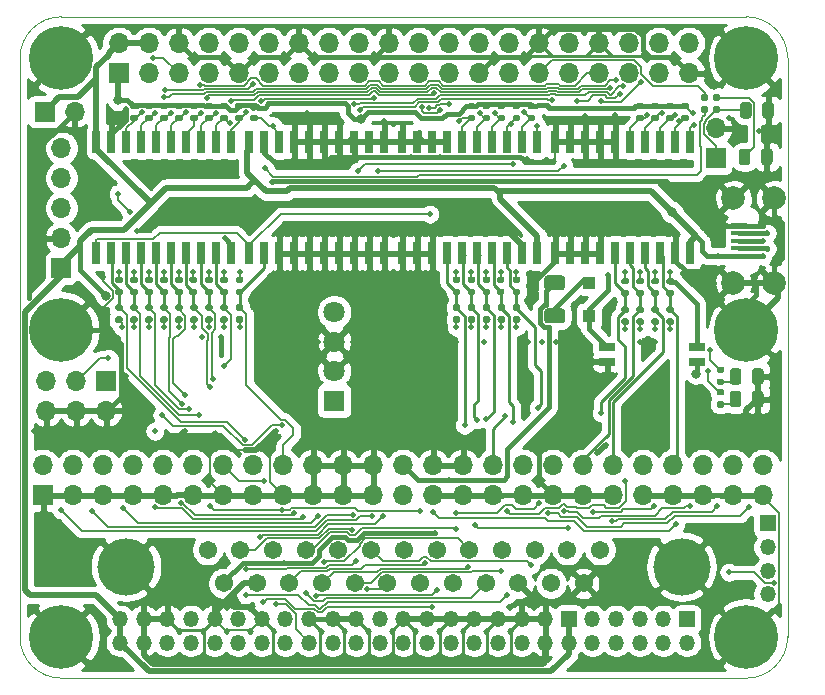
<source format=gbr>
%TF.GenerationSoftware,KiCad,Pcbnew,(5.1.12)-1*%
%TF.CreationDate,2022-02-12T18:24:05-06:00*%
%TF.ProjectId,rascsi_2p4,72617363-7369-45f3-9270-342e6b696361,rev?*%
%TF.SameCoordinates,PX59d60c0PY325aa00*%
%TF.FileFunction,Copper,L1,Top*%
%TF.FilePolarity,Positive*%
%FSLAX46Y46*%
G04 Gerber Fmt 4.6, Leading zero omitted, Abs format (unit mm)*
G04 Created by KiCad (PCBNEW (5.1.12)-1) date 2022-02-12 18:24:05*
%MOMM*%
%LPD*%
G01*
G04 APERTURE LIST*
%TA.AperFunction,Profile*%
%ADD10C,0.050000*%
%TD*%
%TA.AperFunction,ComponentPad*%
%ADD11C,1.800000*%
%TD*%
%TA.AperFunction,ComponentPad*%
%ADD12R,1.800000X1.800000*%
%TD*%
%TA.AperFunction,ComponentPad*%
%ADD13O,1.700000X1.700000*%
%TD*%
%TA.AperFunction,ComponentPad*%
%ADD14R,1.700000X1.700000*%
%TD*%
%TA.AperFunction,ComponentPad*%
%ADD15C,4.845000*%
%TD*%
%TA.AperFunction,ComponentPad*%
%ADD16C,1.545000*%
%TD*%
%TA.AperFunction,ComponentPad*%
%ADD17O,1.350000X1.350000*%
%TD*%
%TA.AperFunction,ComponentPad*%
%ADD18R,1.350000X1.350000*%
%TD*%
%TA.AperFunction,SMDPad,CuDef*%
%ADD19R,0.650000X1.950000*%
%TD*%
%TA.AperFunction,ComponentPad*%
%ADD20C,2.000000*%
%TD*%
%TA.AperFunction,SMDPad,CuDef*%
%ADD21R,1.400000X0.400000*%
%TD*%
%TA.AperFunction,SMDPad,CuDef*%
%ADD22R,1.100000X1.100000*%
%TD*%
%TA.AperFunction,ComponentPad*%
%ADD23C,0.800000*%
%TD*%
%TA.AperFunction,ComponentPad*%
%ADD24C,5.400000*%
%TD*%
%TA.AperFunction,SMDPad,CuDef*%
%ADD25R,1.425000X0.750000*%
%TD*%
%TA.AperFunction,ViaPad*%
%ADD26C,0.500000*%
%TD*%
%TA.AperFunction,ViaPad*%
%ADD27C,0.800000*%
%TD*%
%TA.AperFunction,Conductor*%
%ADD28C,0.250000*%
%TD*%
%TA.AperFunction,Conductor*%
%ADD29C,0.400000*%
%TD*%
%TA.AperFunction,Conductor*%
%ADD30C,0.500000*%
%TD*%
%TA.AperFunction,Conductor*%
%ADD31C,0.150000*%
%TD*%
%TA.AperFunction,Conductor*%
%ADD32C,0.200000*%
%TD*%
%TA.AperFunction,Conductor*%
%ADD33C,0.254000*%
%TD*%
G04 APERTURE END LIST*
D10*
X83800000Y-45696000D02*
X141800000Y-45696000D01*
X83800000Y-45696000D02*
G75*
G02*
X80300000Y-42196000I0J3500000D01*
G01*
X145300000Y-42196000D02*
G75*
G02*
X141800000Y-45696000I-3500000J0D01*
G01*
X80300000Y6800000D02*
X80300000Y-42196000D01*
X145300000Y6800000D02*
X145300000Y-42196000D01*
X83800000Y10300000D02*
X141800000Y10300000D01*
X80300000Y6800000D02*
G75*
G02*
X83800000Y10300000I3500000J0D01*
G01*
X141800000Y10300000D02*
G75*
G02*
X145300000Y6800000I0J-3500000D01*
G01*
D11*
%TO.P,J20,4*%
%TO.N,Net-(J20-Pad4)*%
X106910000Y-14700000D03*
%TO.P,J20,3*%
%TO.N,GND*%
X106910000Y-17200000D03*
%TO.P,J20,2*%
X106910000Y-19700000D03*
D12*
%TO.P,J20,1*%
%TO.N,+5V*%
X106910000Y-22200000D03*
%TD*%
D13*
%TO.P,J5,6*%
%TO.N,GND*%
X82530000Y-23040000D03*
%TO.P,J5,5*%
%TO.N,PI_GPIO9*%
X82530000Y-20500000D03*
%TO.P,J5,4*%
%TO.N,GND*%
X85070000Y-23040000D03*
%TO.P,J5,3*%
%TO.N,PI_GPIO1*%
X85070000Y-20500000D03*
%TO.P,J5,2*%
%TO.N,GND*%
X87610000Y-23040000D03*
D14*
%TO.P,J5,1*%
%TO.N,PI_GPIO0*%
X87610000Y-20500000D03*
%TD*%
D15*
%TO.P,J6,MH2*%
%TO.N,GND*%
X89281600Y-36250000D03*
%TO.P,J6,MH1*%
X136321600Y-36250000D03*
D16*
%TO.P,J6,25*%
%TO.N,TERMPOW*%
X97566600Y-37670000D03*
%TO.P,J6,24*%
%TO.N,GND*%
X100336600Y-37670000D03*
%TO.P,J6,23*%
%TO.N,C-D4*%
X103106600Y-37670000D03*
%TO.P,J6,22*%
%TO.N,C-D2*%
X105876600Y-37670000D03*
%TO.P,J6,21*%
%TO.N,C-D1*%
X108646600Y-37670000D03*
%TO.P,J6,20*%
%TO.N,C-DP*%
X111416600Y-37670000D03*
%TO.P,J6,19*%
%TO.N,C-SEL*%
X114186600Y-37670000D03*
%TO.P,J6,18*%
%TO.N,GND*%
X116956600Y-37670000D03*
%TO.P,J6,17*%
%TO.N,C-ATN*%
X119726600Y-37670000D03*
%TO.P,J6,16*%
%TO.N,GND*%
X122496600Y-37670000D03*
%TO.P,J6,15*%
%TO.N,C-C_D*%
X125266600Y-37670000D03*
%TO.P,J6,14*%
%TO.N,GND*%
X128036600Y-37670000D03*
%TO.P,J6,13*%
%TO.N,C-D7*%
X96181600Y-34830000D03*
%TO.P,J6,12*%
%TO.N,C-D6*%
X98951600Y-34830000D03*
%TO.P,J6,11*%
%TO.N,C-D5*%
X101721600Y-34830000D03*
%TO.P,J6,10*%
%TO.N,C-D3*%
X104491600Y-34830000D03*
%TO.P,J6,9*%
%TO.N,GND*%
X107261600Y-34830000D03*
%TO.P,J6,8*%
%TO.N,C-D0*%
X110031600Y-34830000D03*
%TO.P,J6,7*%
%TO.N,GND*%
X112801600Y-34830000D03*
%TO.P,J6,6*%
%TO.N,C-BSY*%
X115571600Y-34830000D03*
%TO.P,J6,5*%
%TO.N,C-ACK*%
X118341600Y-34830000D03*
%TO.P,J6,4*%
%TO.N,C-RST*%
X121111600Y-34830000D03*
%TO.P,J6,3*%
%TO.N,C-I_O*%
X123881600Y-34830000D03*
%TO.P,J6,2*%
%TO.N,C-MSG*%
X126651600Y-34830000D03*
%TO.P,J6,1*%
%TO.N,C-REQ*%
X129421600Y-34830000D03*
%TD*%
D17*
%TO.P,J9,50*%
%TO.N,+5V*%
X88772000Y-42688000D03*
%TO.P,J9,49*%
X88772000Y-40688000D03*
%TO.P,J9,48*%
%TO.N,GND*%
X90772000Y-42688000D03*
%TO.P,J9,47*%
X90772000Y-40688000D03*
%TO.P,J9,46*%
%TO.N,C-REQ*%
X92772000Y-42688000D03*
%TO.P,J9,45*%
%TO.N,GND*%
X92772000Y-40688000D03*
%TO.P,J9,44*%
%TO.N,C-C_D*%
X94772000Y-42688000D03*
%TO.P,J9,43*%
%TO.N,C-I_O*%
X94772000Y-40688000D03*
%TO.P,J9,42*%
%TO.N,C-SEL*%
X96772000Y-42688000D03*
%TO.P,J9,41*%
%TO.N,GND*%
X96772000Y-40688000D03*
%TO.P,J9,40*%
%TO.N,C-MSG*%
X98772000Y-42688000D03*
%TO.P,J9,39*%
%TO.N,C-RST*%
X98772000Y-40688000D03*
%TO.P,J9,38*%
%TO.N,C-ACK*%
X100772000Y-42688000D03*
%TO.P,J9,37*%
%TO.N,GND*%
X100772000Y-40688000D03*
%TO.P,J9,36*%
%TO.N,C-BSY*%
X102772000Y-42688000D03*
%TO.P,J9,35*%
%TO.N,C-ATN*%
X102772000Y-40688000D03*
%TO.P,J9,34*%
%TO.N,TERMPOW*%
X104772000Y-42688000D03*
%TO.P,J9,33*%
%TO.N,GND*%
X104772000Y-40688000D03*
%TO.P,J9,32*%
%TO.N,C-DP*%
X106772000Y-42688000D03*
%TO.P,J9,31*%
%TO.N,GND*%
X106772000Y-40688000D03*
%TO.P,J9,30*%
%TO.N,C-D7*%
X108772000Y-42688000D03*
%TO.P,J9,29*%
%TO.N,GND*%
X108772000Y-40688000D03*
%TO.P,J9,28*%
%TO.N,C-D6*%
X110772000Y-42688000D03*
%TO.P,J9,27*%
%TO.N,Net-(J9-Pad27)*%
X110772000Y-40688000D03*
%TO.P,J9,26*%
%TO.N,C-D5*%
X112772000Y-42688000D03*
%TO.P,J9,25*%
%TO.N,GND*%
X112772000Y-40688000D03*
%TO.P,J9,24*%
%TO.N,C-D4*%
X114772000Y-42688000D03*
%TO.P,J9,23*%
%TO.N,GND*%
X114772000Y-40688000D03*
%TO.P,J9,22*%
%TO.N,C-D3*%
X116772000Y-42688000D03*
%TO.P,J9,21*%
%TO.N,GND*%
X116772000Y-40688000D03*
%TO.P,J9,20*%
%TO.N,C-D2*%
X118772000Y-42688000D03*
%TO.P,J9,19*%
%TO.N,GND*%
X118772000Y-40688000D03*
%TO.P,J9,18*%
%TO.N,C-D1*%
X120772000Y-42688000D03*
%TO.P,J9,17*%
%TO.N,GND*%
X120772000Y-40688000D03*
%TO.P,J9,16*%
%TO.N,C-D0*%
X122772000Y-42688000D03*
%TO.P,J9,15*%
%TO.N,GND*%
X122772000Y-40688000D03*
%TO.P,J9,14*%
X124772000Y-42688000D03*
%TO.P,J9,13*%
X124772000Y-40688000D03*
%TO.P,J9,12*%
%TO.N,+5V*%
X126772000Y-42688000D03*
D18*
%TO.P,J9,11*%
X126772000Y-40688000D03*
D17*
%TO.P,J9,10*%
%TO.N,Net-(J9-Pad10)*%
X128772000Y-42688000D03*
%TO.P,J9,9*%
%TO.N,Net-(J9-Pad9)*%
X128772000Y-40688000D03*
%TO.P,J9,8*%
%TO.N,PB_LED_Pin*%
X130772000Y-42688000D03*
%TO.P,J9,7*%
%TO.N,PB_SCSIID_4*%
X130772000Y-40688000D03*
%TO.P,J9,6*%
%TO.N,PB_SCSIID_2*%
X132772000Y-42688000D03*
%TO.P,J9,5*%
%TO.N,PB_SCSIID_1*%
X132772000Y-40688000D03*
%TO.P,J9,4*%
%TO.N,Net-(J9-Pad4)*%
X134772000Y-42688000D03*
%TO.P,J9,3*%
%TO.N,Net-(J9-Pad3)*%
X134772000Y-40688000D03*
%TO.P,J9,2*%
%TO.N,Net-(J9-Pad2)*%
X136772000Y-42688000D03*
D18*
%TO.P,J9,1*%
%TO.N,Net-(J9-Pad1)*%
X136772000Y-40688000D03*
%TD*%
D17*
%TO.P,J10,4*%
%TO.N,PB_LED_Pin*%
X143630000Y-38592000D03*
%TO.P,J10,3*%
%TO.N,PB_SCSIID_1*%
X143630000Y-36592000D03*
%TO.P,J10,2*%
%TO.N,PB_SCSIID_2*%
X143630000Y-34592000D03*
D18*
%TO.P,J10,1*%
%TO.N,PB_SCSIID_4*%
X143630000Y-32592000D03*
%TD*%
%TO.P,R4,2*%
%TO.N,Net-(D4-Pad2)*%
%TA.AperFunction,SMDPad,CuDef*%
G36*
G01*
X139422000Y-20338000D02*
X139792000Y-20338000D01*
G75*
G02*
X139927000Y-20473000I0J-135000D01*
G01*
X139927000Y-20743000D01*
G75*
G02*
X139792000Y-20878000I-135000J0D01*
G01*
X139422000Y-20878000D01*
G75*
G02*
X139287000Y-20743000I0J135000D01*
G01*
X139287000Y-20473000D01*
G75*
G02*
X139422000Y-20338000I135000J0D01*
G01*
G37*
%TD.AperFunction*%
%TO.P,R4,1*%
%TO.N,+3V3*%
%TA.AperFunction,SMDPad,CuDef*%
G36*
G01*
X139422000Y-19318000D02*
X139792000Y-19318000D01*
G75*
G02*
X139927000Y-19453000I0J-135000D01*
G01*
X139927000Y-19723000D01*
G75*
G02*
X139792000Y-19858000I-135000J0D01*
G01*
X139422000Y-19858000D01*
G75*
G02*
X139287000Y-19723000I0J135000D01*
G01*
X139287000Y-19453000D01*
G75*
G02*
X139422000Y-19318000I135000J0D01*
G01*
G37*
%TD.AperFunction*%
%TD*%
%TO.P,R3,2*%
%TO.N,Net-(D3-Pad2)*%
%TA.AperFunction,SMDPad,CuDef*%
G36*
G01*
X139422000Y-22243000D02*
X139792000Y-22243000D01*
G75*
G02*
X139927000Y-22378000I0J-135000D01*
G01*
X139927000Y-22648000D01*
G75*
G02*
X139792000Y-22783000I-135000J0D01*
G01*
X139422000Y-22783000D01*
G75*
G02*
X139287000Y-22648000I0J135000D01*
G01*
X139287000Y-22378000D01*
G75*
G02*
X139422000Y-22243000I135000J0D01*
G01*
G37*
%TD.AperFunction*%
%TO.P,R3,1*%
%TO.N,+5V*%
%TA.AperFunction,SMDPad,CuDef*%
G36*
G01*
X139422000Y-21223000D02*
X139792000Y-21223000D01*
G75*
G02*
X139927000Y-21358000I0J-135000D01*
G01*
X139927000Y-21628000D01*
G75*
G02*
X139792000Y-21763000I-135000J0D01*
G01*
X139422000Y-21763000D01*
G75*
G02*
X139287000Y-21628000I0J135000D01*
G01*
X139287000Y-21358000D01*
G75*
G02*
X139422000Y-21223000I135000J0D01*
G01*
G37*
%TD.AperFunction*%
%TD*%
%TO.P,R2,2*%
%TO.N,Net-(D2-Pad2)*%
%TA.AperFunction,SMDPad,CuDef*%
G36*
G01*
X138998500Y3275500D02*
X138998500Y3645500D01*
G75*
G02*
X139133500Y3780500I135000J0D01*
G01*
X139403500Y3780500D01*
G75*
G02*
X139538500Y3645500I0J-135000D01*
G01*
X139538500Y3275500D01*
G75*
G02*
X139403500Y3140500I-135000J0D01*
G01*
X139133500Y3140500D01*
G75*
G02*
X138998500Y3275500I0J135000D01*
G01*
G37*
%TD.AperFunction*%
%TO.P,R2,1*%
%TO.N,DBG_LED*%
%TA.AperFunction,SMDPad,CuDef*%
G36*
G01*
X137978500Y3275500D02*
X137978500Y3645500D01*
G75*
G02*
X138113500Y3780500I135000J0D01*
G01*
X138383500Y3780500D01*
G75*
G02*
X138518500Y3645500I0J-135000D01*
G01*
X138518500Y3275500D01*
G75*
G02*
X138383500Y3140500I-135000J0D01*
G01*
X138113500Y3140500D01*
G75*
G02*
X137978500Y3275500I0J135000D01*
G01*
G37*
%TD.AperFunction*%
%TD*%
%TO.P,R1,2*%
%TO.N,EXT-ACT-LED*%
%TA.AperFunction,SMDPad,CuDef*%
G36*
G01*
X138998500Y2259500D02*
X138998500Y2629500D01*
G75*
G02*
X139133500Y2764500I135000J0D01*
G01*
X139403500Y2764500D01*
G75*
G02*
X139538500Y2629500I0J-135000D01*
G01*
X139538500Y2259500D01*
G75*
G02*
X139403500Y2124500I-135000J0D01*
G01*
X139133500Y2124500D01*
G75*
G02*
X138998500Y2259500I0J135000D01*
G01*
G37*
%TD.AperFunction*%
%TO.P,R1,1*%
%TO.N,PI-ACT*%
%TA.AperFunction,SMDPad,CuDef*%
G36*
G01*
X137978500Y2259500D02*
X137978500Y2629500D01*
G75*
G02*
X138113500Y2764500I135000J0D01*
G01*
X138383500Y2764500D01*
G75*
G02*
X138518500Y2629500I0J-135000D01*
G01*
X138518500Y2259500D01*
G75*
G02*
X138383500Y2124500I-135000J0D01*
G01*
X138113500Y2124500D01*
G75*
G02*
X137978500Y2259500I0J135000D01*
G01*
G37*
%TD.AperFunction*%
%TD*%
%TO.P,R58,2*%
%TO.N,C-DP*%
%TA.AperFunction,SMDPad,CuDef*%
G36*
G01*
X99082500Y-14587500D02*
X98712500Y-14587500D01*
G75*
G02*
X98577500Y-14452500I0J135000D01*
G01*
X98577500Y-14182500D01*
G75*
G02*
X98712500Y-14047500I135000J0D01*
G01*
X99082500Y-14047500D01*
G75*
G02*
X99217500Y-14182500I0J-135000D01*
G01*
X99217500Y-14452500D01*
G75*
G02*
X99082500Y-14587500I-135000J0D01*
G01*
G37*
%TD.AperFunction*%
%TO.P,R58,1*%
%TO.N,/TERM_GND*%
%TA.AperFunction,SMDPad,CuDef*%
G36*
G01*
X99082500Y-15607500D02*
X98712500Y-15607500D01*
G75*
G02*
X98577500Y-15472500I0J135000D01*
G01*
X98577500Y-15202500D01*
G75*
G02*
X98712500Y-15067500I135000J0D01*
G01*
X99082500Y-15067500D01*
G75*
G02*
X99217500Y-15202500I0J-135000D01*
G01*
X99217500Y-15472500D01*
G75*
G02*
X99082500Y-15607500I-135000J0D01*
G01*
G37*
%TD.AperFunction*%
%TD*%
%TO.P,R57,2*%
%TO.N,C-D0*%
%TA.AperFunction,SMDPad,CuDef*%
G36*
G01*
X97755000Y-14587500D02*
X97385000Y-14587500D01*
G75*
G02*
X97250000Y-14452500I0J135000D01*
G01*
X97250000Y-14182500D01*
G75*
G02*
X97385000Y-14047500I135000J0D01*
G01*
X97755000Y-14047500D01*
G75*
G02*
X97890000Y-14182500I0J-135000D01*
G01*
X97890000Y-14452500D01*
G75*
G02*
X97755000Y-14587500I-135000J0D01*
G01*
G37*
%TD.AperFunction*%
%TO.P,R57,1*%
%TO.N,/TERM_GND*%
%TA.AperFunction,SMDPad,CuDef*%
G36*
G01*
X97755000Y-15607500D02*
X97385000Y-15607500D01*
G75*
G02*
X97250000Y-15472500I0J135000D01*
G01*
X97250000Y-15202500D01*
G75*
G02*
X97385000Y-15067500I135000J0D01*
G01*
X97755000Y-15067500D01*
G75*
G02*
X97890000Y-15202500I0J-135000D01*
G01*
X97890000Y-15472500D01*
G75*
G02*
X97755000Y-15607500I-135000J0D01*
G01*
G37*
%TD.AperFunction*%
%TD*%
%TO.P,R56,2*%
%TO.N,C-D1*%
%TA.AperFunction,SMDPad,CuDef*%
G36*
G01*
X96485000Y-14587500D02*
X96115000Y-14587500D01*
G75*
G02*
X95980000Y-14452500I0J135000D01*
G01*
X95980000Y-14182500D01*
G75*
G02*
X96115000Y-14047500I135000J0D01*
G01*
X96485000Y-14047500D01*
G75*
G02*
X96620000Y-14182500I0J-135000D01*
G01*
X96620000Y-14452500D01*
G75*
G02*
X96485000Y-14587500I-135000J0D01*
G01*
G37*
%TD.AperFunction*%
%TO.P,R56,1*%
%TO.N,/TERM_GND*%
%TA.AperFunction,SMDPad,CuDef*%
G36*
G01*
X96485000Y-15607500D02*
X96115000Y-15607500D01*
G75*
G02*
X95980000Y-15472500I0J135000D01*
G01*
X95980000Y-15202500D01*
G75*
G02*
X96115000Y-15067500I135000J0D01*
G01*
X96485000Y-15067500D01*
G75*
G02*
X96620000Y-15202500I0J-135000D01*
G01*
X96620000Y-15472500D01*
G75*
G02*
X96485000Y-15607500I-135000J0D01*
G01*
G37*
%TD.AperFunction*%
%TD*%
%TO.P,R55,2*%
%TO.N,C-D2*%
%TA.AperFunction,SMDPad,CuDef*%
G36*
G01*
X95215000Y-14587500D02*
X94845000Y-14587500D01*
G75*
G02*
X94710000Y-14452500I0J135000D01*
G01*
X94710000Y-14182500D01*
G75*
G02*
X94845000Y-14047500I135000J0D01*
G01*
X95215000Y-14047500D01*
G75*
G02*
X95350000Y-14182500I0J-135000D01*
G01*
X95350000Y-14452500D01*
G75*
G02*
X95215000Y-14587500I-135000J0D01*
G01*
G37*
%TD.AperFunction*%
%TO.P,R55,1*%
%TO.N,/TERM_GND*%
%TA.AperFunction,SMDPad,CuDef*%
G36*
G01*
X95215000Y-15607500D02*
X94845000Y-15607500D01*
G75*
G02*
X94710000Y-15472500I0J135000D01*
G01*
X94710000Y-15202500D01*
G75*
G02*
X94845000Y-15067500I135000J0D01*
G01*
X95215000Y-15067500D01*
G75*
G02*
X95350000Y-15202500I0J-135000D01*
G01*
X95350000Y-15472500D01*
G75*
G02*
X95215000Y-15607500I-135000J0D01*
G01*
G37*
%TD.AperFunction*%
%TD*%
%TO.P,R54,2*%
%TO.N,C-D3*%
%TA.AperFunction,SMDPad,CuDef*%
G36*
G01*
X93945000Y-14587500D02*
X93575000Y-14587500D01*
G75*
G02*
X93440000Y-14452500I0J135000D01*
G01*
X93440000Y-14182500D01*
G75*
G02*
X93575000Y-14047500I135000J0D01*
G01*
X93945000Y-14047500D01*
G75*
G02*
X94080000Y-14182500I0J-135000D01*
G01*
X94080000Y-14452500D01*
G75*
G02*
X93945000Y-14587500I-135000J0D01*
G01*
G37*
%TD.AperFunction*%
%TO.P,R54,1*%
%TO.N,/TERM_GND*%
%TA.AperFunction,SMDPad,CuDef*%
G36*
G01*
X93945000Y-15607500D02*
X93575000Y-15607500D01*
G75*
G02*
X93440000Y-15472500I0J135000D01*
G01*
X93440000Y-15202500D01*
G75*
G02*
X93575000Y-15067500I135000J0D01*
G01*
X93945000Y-15067500D01*
G75*
G02*
X94080000Y-15202500I0J-135000D01*
G01*
X94080000Y-15472500D01*
G75*
G02*
X93945000Y-15607500I-135000J0D01*
G01*
G37*
%TD.AperFunction*%
%TD*%
%TO.P,R53,2*%
%TO.N,C-D4*%
%TA.AperFunction,SMDPad,CuDef*%
G36*
G01*
X92675000Y-14587500D02*
X92305000Y-14587500D01*
G75*
G02*
X92170000Y-14452500I0J135000D01*
G01*
X92170000Y-14182500D01*
G75*
G02*
X92305000Y-14047500I135000J0D01*
G01*
X92675000Y-14047500D01*
G75*
G02*
X92810000Y-14182500I0J-135000D01*
G01*
X92810000Y-14452500D01*
G75*
G02*
X92675000Y-14587500I-135000J0D01*
G01*
G37*
%TD.AperFunction*%
%TO.P,R53,1*%
%TO.N,/TERM_GND*%
%TA.AperFunction,SMDPad,CuDef*%
G36*
G01*
X92675000Y-15607500D02*
X92305000Y-15607500D01*
G75*
G02*
X92170000Y-15472500I0J135000D01*
G01*
X92170000Y-15202500D01*
G75*
G02*
X92305000Y-15067500I135000J0D01*
G01*
X92675000Y-15067500D01*
G75*
G02*
X92810000Y-15202500I0J-135000D01*
G01*
X92810000Y-15472500D01*
G75*
G02*
X92675000Y-15607500I-135000J0D01*
G01*
G37*
%TD.AperFunction*%
%TD*%
%TO.P,R52,2*%
%TO.N,C-D5*%
%TA.AperFunction,SMDPad,CuDef*%
G36*
G01*
X91405000Y-14587500D02*
X91035000Y-14587500D01*
G75*
G02*
X90900000Y-14452500I0J135000D01*
G01*
X90900000Y-14182500D01*
G75*
G02*
X91035000Y-14047500I135000J0D01*
G01*
X91405000Y-14047500D01*
G75*
G02*
X91540000Y-14182500I0J-135000D01*
G01*
X91540000Y-14452500D01*
G75*
G02*
X91405000Y-14587500I-135000J0D01*
G01*
G37*
%TD.AperFunction*%
%TO.P,R52,1*%
%TO.N,/TERM_GND*%
%TA.AperFunction,SMDPad,CuDef*%
G36*
G01*
X91405000Y-15607500D02*
X91035000Y-15607500D01*
G75*
G02*
X90900000Y-15472500I0J135000D01*
G01*
X90900000Y-15202500D01*
G75*
G02*
X91035000Y-15067500I135000J0D01*
G01*
X91405000Y-15067500D01*
G75*
G02*
X91540000Y-15202500I0J-135000D01*
G01*
X91540000Y-15472500D01*
G75*
G02*
X91405000Y-15607500I-135000J0D01*
G01*
G37*
%TD.AperFunction*%
%TD*%
%TO.P,R51,2*%
%TO.N,C-D6*%
%TA.AperFunction,SMDPad,CuDef*%
G36*
G01*
X90135000Y-14587500D02*
X89765000Y-14587500D01*
G75*
G02*
X89630000Y-14452500I0J135000D01*
G01*
X89630000Y-14182500D01*
G75*
G02*
X89765000Y-14047500I135000J0D01*
G01*
X90135000Y-14047500D01*
G75*
G02*
X90270000Y-14182500I0J-135000D01*
G01*
X90270000Y-14452500D01*
G75*
G02*
X90135000Y-14587500I-135000J0D01*
G01*
G37*
%TD.AperFunction*%
%TO.P,R51,1*%
%TO.N,/TERM_GND*%
%TA.AperFunction,SMDPad,CuDef*%
G36*
G01*
X90135000Y-15607500D02*
X89765000Y-15607500D01*
G75*
G02*
X89630000Y-15472500I0J135000D01*
G01*
X89630000Y-15202500D01*
G75*
G02*
X89765000Y-15067500I135000J0D01*
G01*
X90135000Y-15067500D01*
G75*
G02*
X90270000Y-15202500I0J-135000D01*
G01*
X90270000Y-15472500D01*
G75*
G02*
X90135000Y-15607500I-135000J0D01*
G01*
G37*
%TD.AperFunction*%
%TD*%
%TO.P,R50,2*%
%TO.N,C-D7*%
%TA.AperFunction,SMDPad,CuDef*%
G36*
G01*
X88865000Y-14587500D02*
X88495000Y-14587500D01*
G75*
G02*
X88360000Y-14452500I0J135000D01*
G01*
X88360000Y-14182500D01*
G75*
G02*
X88495000Y-14047500I135000J0D01*
G01*
X88865000Y-14047500D01*
G75*
G02*
X89000000Y-14182500I0J-135000D01*
G01*
X89000000Y-14452500D01*
G75*
G02*
X88865000Y-14587500I-135000J0D01*
G01*
G37*
%TD.AperFunction*%
%TO.P,R50,1*%
%TO.N,/TERM_GND*%
%TA.AperFunction,SMDPad,CuDef*%
G36*
G01*
X88865000Y-15607500D02*
X88495000Y-15607500D01*
G75*
G02*
X88360000Y-15472500I0J135000D01*
G01*
X88360000Y-15202500D01*
G75*
G02*
X88495000Y-15067500I135000J0D01*
G01*
X88865000Y-15067500D01*
G75*
G02*
X89000000Y-15202500I0J-135000D01*
G01*
X89000000Y-15472500D01*
G75*
G02*
X88865000Y-15607500I-135000J0D01*
G01*
G37*
%TD.AperFunction*%
%TD*%
%TO.P,R49,2*%
%TO.N,C-I_O*%
%TA.AperFunction,SMDPad,CuDef*%
G36*
G01*
X122520000Y-14587500D02*
X122150000Y-14587500D01*
G75*
G02*
X122015000Y-14452500I0J135000D01*
G01*
X122015000Y-14182500D01*
G75*
G02*
X122150000Y-14047500I135000J0D01*
G01*
X122520000Y-14047500D01*
G75*
G02*
X122655000Y-14182500I0J-135000D01*
G01*
X122655000Y-14452500D01*
G75*
G02*
X122520000Y-14587500I-135000J0D01*
G01*
G37*
%TD.AperFunction*%
%TO.P,R49,1*%
%TO.N,/TERM_GND*%
%TA.AperFunction,SMDPad,CuDef*%
G36*
G01*
X122520000Y-15607500D02*
X122150000Y-15607500D01*
G75*
G02*
X122015000Y-15472500I0J135000D01*
G01*
X122015000Y-15202500D01*
G75*
G02*
X122150000Y-15067500I135000J0D01*
G01*
X122520000Y-15067500D01*
G75*
G02*
X122655000Y-15202500I0J-135000D01*
G01*
X122655000Y-15472500D01*
G75*
G02*
X122520000Y-15607500I-135000J0D01*
G01*
G37*
%TD.AperFunction*%
%TD*%
%TO.P,R48,2*%
%TO.N,C-REQ*%
%TA.AperFunction,SMDPad,CuDef*%
G36*
G01*
X121250000Y-14587500D02*
X120880000Y-14587500D01*
G75*
G02*
X120745000Y-14452500I0J135000D01*
G01*
X120745000Y-14182500D01*
G75*
G02*
X120880000Y-14047500I135000J0D01*
G01*
X121250000Y-14047500D01*
G75*
G02*
X121385000Y-14182500I0J-135000D01*
G01*
X121385000Y-14452500D01*
G75*
G02*
X121250000Y-14587500I-135000J0D01*
G01*
G37*
%TD.AperFunction*%
%TO.P,R48,1*%
%TO.N,/TERM_GND*%
%TA.AperFunction,SMDPad,CuDef*%
G36*
G01*
X121250000Y-15607500D02*
X120880000Y-15607500D01*
G75*
G02*
X120745000Y-15472500I0J135000D01*
G01*
X120745000Y-15202500D01*
G75*
G02*
X120880000Y-15067500I135000J0D01*
G01*
X121250000Y-15067500D01*
G75*
G02*
X121385000Y-15202500I0J-135000D01*
G01*
X121385000Y-15472500D01*
G75*
G02*
X121250000Y-15607500I-135000J0D01*
G01*
G37*
%TD.AperFunction*%
%TD*%
%TO.P,R47,2*%
%TO.N,C-C_D*%
%TA.AperFunction,SMDPad,CuDef*%
G36*
G01*
X119980000Y-14587500D02*
X119610000Y-14587500D01*
G75*
G02*
X119475000Y-14452500I0J135000D01*
G01*
X119475000Y-14182500D01*
G75*
G02*
X119610000Y-14047500I135000J0D01*
G01*
X119980000Y-14047500D01*
G75*
G02*
X120115000Y-14182500I0J-135000D01*
G01*
X120115000Y-14452500D01*
G75*
G02*
X119980000Y-14587500I-135000J0D01*
G01*
G37*
%TD.AperFunction*%
%TO.P,R47,1*%
%TO.N,/TERM_GND*%
%TA.AperFunction,SMDPad,CuDef*%
G36*
G01*
X119980000Y-15607500D02*
X119610000Y-15607500D01*
G75*
G02*
X119475000Y-15472500I0J135000D01*
G01*
X119475000Y-15202500D01*
G75*
G02*
X119610000Y-15067500I135000J0D01*
G01*
X119980000Y-15067500D01*
G75*
G02*
X120115000Y-15202500I0J-135000D01*
G01*
X120115000Y-15472500D01*
G75*
G02*
X119980000Y-15607500I-135000J0D01*
G01*
G37*
%TD.AperFunction*%
%TD*%
%TO.P,R46,2*%
%TO.N,C-MSG*%
%TA.AperFunction,SMDPad,CuDef*%
G36*
G01*
X118710000Y-14587500D02*
X118340000Y-14587500D01*
G75*
G02*
X118205000Y-14452500I0J135000D01*
G01*
X118205000Y-14182500D01*
G75*
G02*
X118340000Y-14047500I135000J0D01*
G01*
X118710000Y-14047500D01*
G75*
G02*
X118845000Y-14182500I0J-135000D01*
G01*
X118845000Y-14452500D01*
G75*
G02*
X118710000Y-14587500I-135000J0D01*
G01*
G37*
%TD.AperFunction*%
%TO.P,R46,1*%
%TO.N,/TERM_GND*%
%TA.AperFunction,SMDPad,CuDef*%
G36*
G01*
X118710000Y-15607500D02*
X118340000Y-15607500D01*
G75*
G02*
X118205000Y-15472500I0J135000D01*
G01*
X118205000Y-15202500D01*
G75*
G02*
X118340000Y-15067500I135000J0D01*
G01*
X118710000Y-15067500D01*
G75*
G02*
X118845000Y-15202500I0J-135000D01*
G01*
X118845000Y-15472500D01*
G75*
G02*
X118710000Y-15607500I-135000J0D01*
G01*
G37*
%TD.AperFunction*%
%TD*%
%TO.P,R45,2*%
%TO.N,C-BSY*%
%TA.AperFunction,SMDPad,CuDef*%
G36*
G01*
X117440000Y-14587500D02*
X117070000Y-14587500D01*
G75*
G02*
X116935000Y-14452500I0J135000D01*
G01*
X116935000Y-14182500D01*
G75*
G02*
X117070000Y-14047500I135000J0D01*
G01*
X117440000Y-14047500D01*
G75*
G02*
X117575000Y-14182500I0J-135000D01*
G01*
X117575000Y-14452500D01*
G75*
G02*
X117440000Y-14587500I-135000J0D01*
G01*
G37*
%TD.AperFunction*%
%TO.P,R45,1*%
%TO.N,/TERM_GND*%
%TA.AperFunction,SMDPad,CuDef*%
G36*
G01*
X117440000Y-15607500D02*
X117070000Y-15607500D01*
G75*
G02*
X116935000Y-15472500I0J135000D01*
G01*
X116935000Y-15202500D01*
G75*
G02*
X117070000Y-15067500I135000J0D01*
G01*
X117440000Y-15067500D01*
G75*
G02*
X117575000Y-15202500I0J-135000D01*
G01*
X117575000Y-15472500D01*
G75*
G02*
X117440000Y-15607500I-135000J0D01*
G01*
G37*
%TD.AperFunction*%
%TD*%
%TO.P,R44,2*%
%TO.N,C-SEL*%
%TA.AperFunction,SMDPad,CuDef*%
G36*
G01*
X135537500Y-14762501D02*
X135167500Y-14762501D01*
G75*
G02*
X135032500Y-14627501I0J135000D01*
G01*
X135032500Y-14357501D01*
G75*
G02*
X135167500Y-14222501I135000J0D01*
G01*
X135537500Y-14222501D01*
G75*
G02*
X135672500Y-14357501I0J-135000D01*
G01*
X135672500Y-14627501D01*
G75*
G02*
X135537500Y-14762501I-135000J0D01*
G01*
G37*
%TD.AperFunction*%
%TO.P,R44,1*%
%TO.N,/TERM_GND*%
%TA.AperFunction,SMDPad,CuDef*%
G36*
G01*
X135537500Y-15782501D02*
X135167500Y-15782501D01*
G75*
G02*
X135032500Y-15647501I0J135000D01*
G01*
X135032500Y-15377501D01*
G75*
G02*
X135167500Y-15242501I135000J0D01*
G01*
X135537500Y-15242501D01*
G75*
G02*
X135672500Y-15377501I0J-135000D01*
G01*
X135672500Y-15647501D01*
G75*
G02*
X135537500Y-15782501I-135000J0D01*
G01*
G37*
%TD.AperFunction*%
%TD*%
%TO.P,R43,2*%
%TO.N,C-RST*%
%TA.AperFunction,SMDPad,CuDef*%
G36*
G01*
X134267500Y-14762501D02*
X133897500Y-14762501D01*
G75*
G02*
X133762500Y-14627501I0J135000D01*
G01*
X133762500Y-14357501D01*
G75*
G02*
X133897500Y-14222501I135000J0D01*
G01*
X134267500Y-14222501D01*
G75*
G02*
X134402500Y-14357501I0J-135000D01*
G01*
X134402500Y-14627501D01*
G75*
G02*
X134267500Y-14762501I-135000J0D01*
G01*
G37*
%TD.AperFunction*%
%TO.P,R43,1*%
%TO.N,/TERM_GND*%
%TA.AperFunction,SMDPad,CuDef*%
G36*
G01*
X134267500Y-15782501D02*
X133897500Y-15782501D01*
G75*
G02*
X133762500Y-15647501I0J135000D01*
G01*
X133762500Y-15377501D01*
G75*
G02*
X133897500Y-15242501I135000J0D01*
G01*
X134267500Y-15242501D01*
G75*
G02*
X134402500Y-15377501I0J-135000D01*
G01*
X134402500Y-15647501D01*
G75*
G02*
X134267500Y-15782501I-135000J0D01*
G01*
G37*
%TD.AperFunction*%
%TD*%
%TO.P,R42,2*%
%TO.N,C-ACK*%
%TA.AperFunction,SMDPad,CuDef*%
G36*
G01*
X132997500Y-14762501D02*
X132627500Y-14762501D01*
G75*
G02*
X132492500Y-14627501I0J135000D01*
G01*
X132492500Y-14357501D01*
G75*
G02*
X132627500Y-14222501I135000J0D01*
G01*
X132997500Y-14222501D01*
G75*
G02*
X133132500Y-14357501I0J-135000D01*
G01*
X133132500Y-14627501D01*
G75*
G02*
X132997500Y-14762501I-135000J0D01*
G01*
G37*
%TD.AperFunction*%
%TO.P,R42,1*%
%TO.N,/TERM_GND*%
%TA.AperFunction,SMDPad,CuDef*%
G36*
G01*
X132997500Y-15782501D02*
X132627500Y-15782501D01*
G75*
G02*
X132492500Y-15647501I0J135000D01*
G01*
X132492500Y-15377501D01*
G75*
G02*
X132627500Y-15242501I135000J0D01*
G01*
X132997500Y-15242501D01*
G75*
G02*
X133132500Y-15377501I0J-135000D01*
G01*
X133132500Y-15647501D01*
G75*
G02*
X132997500Y-15782501I-135000J0D01*
G01*
G37*
%TD.AperFunction*%
%TD*%
%TO.P,R41,2*%
%TO.N,C-ATN*%
%TA.AperFunction,SMDPad,CuDef*%
G36*
G01*
X131727500Y-14762501D02*
X131357500Y-14762501D01*
G75*
G02*
X131222500Y-14627501I0J135000D01*
G01*
X131222500Y-14357501D01*
G75*
G02*
X131357500Y-14222501I135000J0D01*
G01*
X131727500Y-14222501D01*
G75*
G02*
X131862500Y-14357501I0J-135000D01*
G01*
X131862500Y-14627501D01*
G75*
G02*
X131727500Y-14762501I-135000J0D01*
G01*
G37*
%TD.AperFunction*%
%TO.P,R41,1*%
%TO.N,/TERM_GND*%
%TA.AperFunction,SMDPad,CuDef*%
G36*
G01*
X131727500Y-15782501D02*
X131357500Y-15782501D01*
G75*
G02*
X131222500Y-15647501I0J135000D01*
G01*
X131222500Y-15377501D01*
G75*
G02*
X131357500Y-15242501I135000J0D01*
G01*
X131727500Y-15242501D01*
G75*
G02*
X131862500Y-15377501I0J-135000D01*
G01*
X131862500Y-15647501D01*
G75*
G02*
X131727500Y-15782501I-135000J0D01*
G01*
G37*
%TD.AperFunction*%
%TD*%
%TO.P,R40,2*%
%TO.N,C-DP*%
%TA.AperFunction,SMDPad,CuDef*%
G36*
G01*
X98712500Y-12718000D02*
X99082500Y-12718000D01*
G75*
G02*
X99217500Y-12853000I0J-135000D01*
G01*
X99217500Y-13123000D01*
G75*
G02*
X99082500Y-13258000I-135000J0D01*
G01*
X98712500Y-13258000D01*
G75*
G02*
X98577500Y-13123000I0J135000D01*
G01*
X98577500Y-12853000D01*
G75*
G02*
X98712500Y-12718000I135000J0D01*
G01*
G37*
%TD.AperFunction*%
%TO.P,R40,1*%
%TO.N,/TERM_5v*%
%TA.AperFunction,SMDPad,CuDef*%
G36*
G01*
X98712500Y-11698000D02*
X99082500Y-11698000D01*
G75*
G02*
X99217500Y-11833000I0J-135000D01*
G01*
X99217500Y-12103000D01*
G75*
G02*
X99082500Y-12238000I-135000J0D01*
G01*
X98712500Y-12238000D01*
G75*
G02*
X98577500Y-12103000I0J135000D01*
G01*
X98577500Y-11833000D01*
G75*
G02*
X98712500Y-11698000I135000J0D01*
G01*
G37*
%TD.AperFunction*%
%TD*%
%TO.P,R39,2*%
%TO.N,C-D0*%
%TA.AperFunction,SMDPad,CuDef*%
G36*
G01*
X97385000Y-12718000D02*
X97755000Y-12718000D01*
G75*
G02*
X97890000Y-12853000I0J-135000D01*
G01*
X97890000Y-13123000D01*
G75*
G02*
X97755000Y-13258000I-135000J0D01*
G01*
X97385000Y-13258000D01*
G75*
G02*
X97250000Y-13123000I0J135000D01*
G01*
X97250000Y-12853000D01*
G75*
G02*
X97385000Y-12718000I135000J0D01*
G01*
G37*
%TD.AperFunction*%
%TO.P,R39,1*%
%TO.N,/TERM_5v*%
%TA.AperFunction,SMDPad,CuDef*%
G36*
G01*
X97385000Y-11698000D02*
X97755000Y-11698000D01*
G75*
G02*
X97890000Y-11833000I0J-135000D01*
G01*
X97890000Y-12103000D01*
G75*
G02*
X97755000Y-12238000I-135000J0D01*
G01*
X97385000Y-12238000D01*
G75*
G02*
X97250000Y-12103000I0J135000D01*
G01*
X97250000Y-11833000D01*
G75*
G02*
X97385000Y-11698000I135000J0D01*
G01*
G37*
%TD.AperFunction*%
%TD*%
%TO.P,R38,2*%
%TO.N,C-D1*%
%TA.AperFunction,SMDPad,CuDef*%
G36*
G01*
X96115000Y-12718000D02*
X96485000Y-12718000D01*
G75*
G02*
X96620000Y-12853000I0J-135000D01*
G01*
X96620000Y-13123000D01*
G75*
G02*
X96485000Y-13258000I-135000J0D01*
G01*
X96115000Y-13258000D01*
G75*
G02*
X95980000Y-13123000I0J135000D01*
G01*
X95980000Y-12853000D01*
G75*
G02*
X96115000Y-12718000I135000J0D01*
G01*
G37*
%TD.AperFunction*%
%TO.P,R38,1*%
%TO.N,/TERM_5v*%
%TA.AperFunction,SMDPad,CuDef*%
G36*
G01*
X96115000Y-11698000D02*
X96485000Y-11698000D01*
G75*
G02*
X96620000Y-11833000I0J-135000D01*
G01*
X96620000Y-12103000D01*
G75*
G02*
X96485000Y-12238000I-135000J0D01*
G01*
X96115000Y-12238000D01*
G75*
G02*
X95980000Y-12103000I0J135000D01*
G01*
X95980000Y-11833000D01*
G75*
G02*
X96115000Y-11698000I135000J0D01*
G01*
G37*
%TD.AperFunction*%
%TD*%
%TO.P,R37,2*%
%TO.N,C-D2*%
%TA.AperFunction,SMDPad,CuDef*%
G36*
G01*
X94781500Y-12718000D02*
X95151500Y-12718000D01*
G75*
G02*
X95286500Y-12853000I0J-135000D01*
G01*
X95286500Y-13123000D01*
G75*
G02*
X95151500Y-13258000I-135000J0D01*
G01*
X94781500Y-13258000D01*
G75*
G02*
X94646500Y-13123000I0J135000D01*
G01*
X94646500Y-12853000D01*
G75*
G02*
X94781500Y-12718000I135000J0D01*
G01*
G37*
%TD.AperFunction*%
%TO.P,R37,1*%
%TO.N,/TERM_5v*%
%TA.AperFunction,SMDPad,CuDef*%
G36*
G01*
X94781500Y-11698000D02*
X95151500Y-11698000D01*
G75*
G02*
X95286500Y-11833000I0J-135000D01*
G01*
X95286500Y-12103000D01*
G75*
G02*
X95151500Y-12238000I-135000J0D01*
G01*
X94781500Y-12238000D01*
G75*
G02*
X94646500Y-12103000I0J135000D01*
G01*
X94646500Y-11833000D01*
G75*
G02*
X94781500Y-11698000I135000J0D01*
G01*
G37*
%TD.AperFunction*%
%TD*%
%TO.P,R36,2*%
%TO.N,C-D3*%
%TA.AperFunction,SMDPad,CuDef*%
G36*
G01*
X93575000Y-12718000D02*
X93945000Y-12718000D01*
G75*
G02*
X94080000Y-12853000I0J-135000D01*
G01*
X94080000Y-13123000D01*
G75*
G02*
X93945000Y-13258000I-135000J0D01*
G01*
X93575000Y-13258000D01*
G75*
G02*
X93440000Y-13123000I0J135000D01*
G01*
X93440000Y-12853000D01*
G75*
G02*
X93575000Y-12718000I135000J0D01*
G01*
G37*
%TD.AperFunction*%
%TO.P,R36,1*%
%TO.N,/TERM_5v*%
%TA.AperFunction,SMDPad,CuDef*%
G36*
G01*
X93575000Y-11698000D02*
X93945000Y-11698000D01*
G75*
G02*
X94080000Y-11833000I0J-135000D01*
G01*
X94080000Y-12103000D01*
G75*
G02*
X93945000Y-12238000I-135000J0D01*
G01*
X93575000Y-12238000D01*
G75*
G02*
X93440000Y-12103000I0J135000D01*
G01*
X93440000Y-11833000D01*
G75*
G02*
X93575000Y-11698000I135000J0D01*
G01*
G37*
%TD.AperFunction*%
%TD*%
%TO.P,R35,2*%
%TO.N,C-D4*%
%TA.AperFunction,SMDPad,CuDef*%
G36*
G01*
X92305000Y-12718000D02*
X92675000Y-12718000D01*
G75*
G02*
X92810000Y-12853000I0J-135000D01*
G01*
X92810000Y-13123000D01*
G75*
G02*
X92675000Y-13258000I-135000J0D01*
G01*
X92305000Y-13258000D01*
G75*
G02*
X92170000Y-13123000I0J135000D01*
G01*
X92170000Y-12853000D01*
G75*
G02*
X92305000Y-12718000I135000J0D01*
G01*
G37*
%TD.AperFunction*%
%TO.P,R35,1*%
%TO.N,/TERM_5v*%
%TA.AperFunction,SMDPad,CuDef*%
G36*
G01*
X92305000Y-11698000D02*
X92675000Y-11698000D01*
G75*
G02*
X92810000Y-11833000I0J-135000D01*
G01*
X92810000Y-12103000D01*
G75*
G02*
X92675000Y-12238000I-135000J0D01*
G01*
X92305000Y-12238000D01*
G75*
G02*
X92170000Y-12103000I0J135000D01*
G01*
X92170000Y-11833000D01*
G75*
G02*
X92305000Y-11698000I135000J0D01*
G01*
G37*
%TD.AperFunction*%
%TD*%
%TO.P,R34,2*%
%TO.N,C-D5*%
%TA.AperFunction,SMDPad,CuDef*%
G36*
G01*
X91035000Y-12718000D02*
X91405000Y-12718000D01*
G75*
G02*
X91540000Y-12853000I0J-135000D01*
G01*
X91540000Y-13123000D01*
G75*
G02*
X91405000Y-13258000I-135000J0D01*
G01*
X91035000Y-13258000D01*
G75*
G02*
X90900000Y-13123000I0J135000D01*
G01*
X90900000Y-12853000D01*
G75*
G02*
X91035000Y-12718000I135000J0D01*
G01*
G37*
%TD.AperFunction*%
%TO.P,R34,1*%
%TO.N,/TERM_5v*%
%TA.AperFunction,SMDPad,CuDef*%
G36*
G01*
X91035000Y-11698000D02*
X91405000Y-11698000D01*
G75*
G02*
X91540000Y-11833000I0J-135000D01*
G01*
X91540000Y-12103000D01*
G75*
G02*
X91405000Y-12238000I-135000J0D01*
G01*
X91035000Y-12238000D01*
G75*
G02*
X90900000Y-12103000I0J135000D01*
G01*
X90900000Y-11833000D01*
G75*
G02*
X91035000Y-11698000I135000J0D01*
G01*
G37*
%TD.AperFunction*%
%TD*%
%TO.P,R33,2*%
%TO.N,C-D6*%
%TA.AperFunction,SMDPad,CuDef*%
G36*
G01*
X89765000Y-12718000D02*
X90135000Y-12718000D01*
G75*
G02*
X90270000Y-12853000I0J-135000D01*
G01*
X90270000Y-13123000D01*
G75*
G02*
X90135000Y-13258000I-135000J0D01*
G01*
X89765000Y-13258000D01*
G75*
G02*
X89630000Y-13123000I0J135000D01*
G01*
X89630000Y-12853000D01*
G75*
G02*
X89765000Y-12718000I135000J0D01*
G01*
G37*
%TD.AperFunction*%
%TO.P,R33,1*%
%TO.N,/TERM_5v*%
%TA.AperFunction,SMDPad,CuDef*%
G36*
G01*
X89765000Y-11698000D02*
X90135000Y-11698000D01*
G75*
G02*
X90270000Y-11833000I0J-135000D01*
G01*
X90270000Y-12103000D01*
G75*
G02*
X90135000Y-12238000I-135000J0D01*
G01*
X89765000Y-12238000D01*
G75*
G02*
X89630000Y-12103000I0J135000D01*
G01*
X89630000Y-11833000D01*
G75*
G02*
X89765000Y-11698000I135000J0D01*
G01*
G37*
%TD.AperFunction*%
%TD*%
%TO.P,R32,2*%
%TO.N,C-D7*%
%TA.AperFunction,SMDPad,CuDef*%
G36*
G01*
X88495000Y-12718000D02*
X88865000Y-12718000D01*
G75*
G02*
X89000000Y-12853000I0J-135000D01*
G01*
X89000000Y-13123000D01*
G75*
G02*
X88865000Y-13258000I-135000J0D01*
G01*
X88495000Y-13258000D01*
G75*
G02*
X88360000Y-13123000I0J135000D01*
G01*
X88360000Y-12853000D01*
G75*
G02*
X88495000Y-12718000I135000J0D01*
G01*
G37*
%TD.AperFunction*%
%TO.P,R32,1*%
%TO.N,/TERM_5v*%
%TA.AperFunction,SMDPad,CuDef*%
G36*
G01*
X88495000Y-11698000D02*
X88865000Y-11698000D01*
G75*
G02*
X89000000Y-11833000I0J-135000D01*
G01*
X89000000Y-12103000D01*
G75*
G02*
X88865000Y-12238000I-135000J0D01*
G01*
X88495000Y-12238000D01*
G75*
G02*
X88360000Y-12103000I0J135000D01*
G01*
X88360000Y-11833000D01*
G75*
G02*
X88495000Y-11698000I135000J0D01*
G01*
G37*
%TD.AperFunction*%
%TD*%
%TO.P,R31,2*%
%TO.N,C-I_O*%
%TA.AperFunction,SMDPad,CuDef*%
G36*
G01*
X122150000Y-12718000D02*
X122520000Y-12718000D01*
G75*
G02*
X122655000Y-12853000I0J-135000D01*
G01*
X122655000Y-13123000D01*
G75*
G02*
X122520000Y-13258000I-135000J0D01*
G01*
X122150000Y-13258000D01*
G75*
G02*
X122015000Y-13123000I0J135000D01*
G01*
X122015000Y-12853000D01*
G75*
G02*
X122150000Y-12718000I135000J0D01*
G01*
G37*
%TD.AperFunction*%
%TO.P,R31,1*%
%TO.N,/TERM_5v*%
%TA.AperFunction,SMDPad,CuDef*%
G36*
G01*
X122150000Y-11698000D02*
X122520000Y-11698000D01*
G75*
G02*
X122655000Y-11833000I0J-135000D01*
G01*
X122655000Y-12103000D01*
G75*
G02*
X122520000Y-12238000I-135000J0D01*
G01*
X122150000Y-12238000D01*
G75*
G02*
X122015000Y-12103000I0J135000D01*
G01*
X122015000Y-11833000D01*
G75*
G02*
X122150000Y-11698000I135000J0D01*
G01*
G37*
%TD.AperFunction*%
%TD*%
%TO.P,R30,2*%
%TO.N,C-REQ*%
%TA.AperFunction,SMDPad,CuDef*%
G36*
G01*
X120816500Y-12718000D02*
X121186500Y-12718000D01*
G75*
G02*
X121321500Y-12853000I0J-135000D01*
G01*
X121321500Y-13123000D01*
G75*
G02*
X121186500Y-13258000I-135000J0D01*
G01*
X120816500Y-13258000D01*
G75*
G02*
X120681500Y-13123000I0J135000D01*
G01*
X120681500Y-12853000D01*
G75*
G02*
X120816500Y-12718000I135000J0D01*
G01*
G37*
%TD.AperFunction*%
%TO.P,R30,1*%
%TO.N,/TERM_5v*%
%TA.AperFunction,SMDPad,CuDef*%
G36*
G01*
X120816500Y-11698000D02*
X121186500Y-11698000D01*
G75*
G02*
X121321500Y-11833000I0J-135000D01*
G01*
X121321500Y-12103000D01*
G75*
G02*
X121186500Y-12238000I-135000J0D01*
G01*
X120816500Y-12238000D01*
G75*
G02*
X120681500Y-12103000I0J135000D01*
G01*
X120681500Y-11833000D01*
G75*
G02*
X120816500Y-11698000I135000J0D01*
G01*
G37*
%TD.AperFunction*%
%TD*%
%TO.P,R29,2*%
%TO.N,C-C_D*%
%TA.AperFunction,SMDPad,CuDef*%
G36*
G01*
X119610000Y-12718000D02*
X119980000Y-12718000D01*
G75*
G02*
X120115000Y-12853000I0J-135000D01*
G01*
X120115000Y-13123000D01*
G75*
G02*
X119980000Y-13258000I-135000J0D01*
G01*
X119610000Y-13258000D01*
G75*
G02*
X119475000Y-13123000I0J135000D01*
G01*
X119475000Y-12853000D01*
G75*
G02*
X119610000Y-12718000I135000J0D01*
G01*
G37*
%TD.AperFunction*%
%TO.P,R29,1*%
%TO.N,/TERM_5v*%
%TA.AperFunction,SMDPad,CuDef*%
G36*
G01*
X119610000Y-11698000D02*
X119980000Y-11698000D01*
G75*
G02*
X120115000Y-11833000I0J-135000D01*
G01*
X120115000Y-12103000D01*
G75*
G02*
X119980000Y-12238000I-135000J0D01*
G01*
X119610000Y-12238000D01*
G75*
G02*
X119475000Y-12103000I0J135000D01*
G01*
X119475000Y-11833000D01*
G75*
G02*
X119610000Y-11698000I135000J0D01*
G01*
G37*
%TD.AperFunction*%
%TD*%
%TO.P,R28,2*%
%TO.N,C-MSG*%
%TA.AperFunction,SMDPad,CuDef*%
G36*
G01*
X118340000Y-12718000D02*
X118710000Y-12718000D01*
G75*
G02*
X118845000Y-12853000I0J-135000D01*
G01*
X118845000Y-13123000D01*
G75*
G02*
X118710000Y-13258000I-135000J0D01*
G01*
X118340000Y-13258000D01*
G75*
G02*
X118205000Y-13123000I0J135000D01*
G01*
X118205000Y-12853000D01*
G75*
G02*
X118340000Y-12718000I135000J0D01*
G01*
G37*
%TD.AperFunction*%
%TO.P,R28,1*%
%TO.N,/TERM_5v*%
%TA.AperFunction,SMDPad,CuDef*%
G36*
G01*
X118340000Y-11698000D02*
X118710000Y-11698000D01*
G75*
G02*
X118845000Y-11833000I0J-135000D01*
G01*
X118845000Y-12103000D01*
G75*
G02*
X118710000Y-12238000I-135000J0D01*
G01*
X118340000Y-12238000D01*
G75*
G02*
X118205000Y-12103000I0J135000D01*
G01*
X118205000Y-11833000D01*
G75*
G02*
X118340000Y-11698000I135000J0D01*
G01*
G37*
%TD.AperFunction*%
%TD*%
%TO.P,R27,2*%
%TO.N,C-BSY*%
%TA.AperFunction,SMDPad,CuDef*%
G36*
G01*
X117070000Y-12718000D02*
X117440000Y-12718000D01*
G75*
G02*
X117575000Y-12853000I0J-135000D01*
G01*
X117575000Y-13123000D01*
G75*
G02*
X117440000Y-13258000I-135000J0D01*
G01*
X117070000Y-13258000D01*
G75*
G02*
X116935000Y-13123000I0J135000D01*
G01*
X116935000Y-12853000D01*
G75*
G02*
X117070000Y-12718000I135000J0D01*
G01*
G37*
%TD.AperFunction*%
%TO.P,R27,1*%
%TO.N,/TERM_5v*%
%TA.AperFunction,SMDPad,CuDef*%
G36*
G01*
X117070000Y-11698000D02*
X117440000Y-11698000D01*
G75*
G02*
X117575000Y-11833000I0J-135000D01*
G01*
X117575000Y-12103000D01*
G75*
G02*
X117440000Y-12238000I-135000J0D01*
G01*
X117070000Y-12238000D01*
G75*
G02*
X116935000Y-12103000I0J135000D01*
G01*
X116935000Y-11833000D01*
G75*
G02*
X117070000Y-11698000I135000J0D01*
G01*
G37*
%TD.AperFunction*%
%TD*%
%TO.P,R26,2*%
%TO.N,C-SEL*%
%TA.AperFunction,SMDPad,CuDef*%
G36*
G01*
X135167500Y-12845000D02*
X135537500Y-12845000D01*
G75*
G02*
X135672500Y-12980000I0J-135000D01*
G01*
X135672500Y-13250000D01*
G75*
G02*
X135537500Y-13385000I-135000J0D01*
G01*
X135167500Y-13385000D01*
G75*
G02*
X135032500Y-13250000I0J135000D01*
G01*
X135032500Y-12980000D01*
G75*
G02*
X135167500Y-12845000I135000J0D01*
G01*
G37*
%TD.AperFunction*%
%TO.P,R26,1*%
%TO.N,/TERM_5v*%
%TA.AperFunction,SMDPad,CuDef*%
G36*
G01*
X135167500Y-11825000D02*
X135537500Y-11825000D01*
G75*
G02*
X135672500Y-11960000I0J-135000D01*
G01*
X135672500Y-12230000D01*
G75*
G02*
X135537500Y-12365000I-135000J0D01*
G01*
X135167500Y-12365000D01*
G75*
G02*
X135032500Y-12230000I0J135000D01*
G01*
X135032500Y-11960000D01*
G75*
G02*
X135167500Y-11825000I135000J0D01*
G01*
G37*
%TD.AperFunction*%
%TD*%
%TO.P,R25,2*%
%TO.N,C-RST*%
%TA.AperFunction,SMDPad,CuDef*%
G36*
G01*
X133897500Y-12845000D02*
X134267500Y-12845000D01*
G75*
G02*
X134402500Y-12980000I0J-135000D01*
G01*
X134402500Y-13250000D01*
G75*
G02*
X134267500Y-13385000I-135000J0D01*
G01*
X133897500Y-13385000D01*
G75*
G02*
X133762500Y-13250000I0J135000D01*
G01*
X133762500Y-12980000D01*
G75*
G02*
X133897500Y-12845000I135000J0D01*
G01*
G37*
%TD.AperFunction*%
%TO.P,R25,1*%
%TO.N,/TERM_5v*%
%TA.AperFunction,SMDPad,CuDef*%
G36*
G01*
X133897500Y-11825000D02*
X134267500Y-11825000D01*
G75*
G02*
X134402500Y-11960000I0J-135000D01*
G01*
X134402500Y-12230000D01*
G75*
G02*
X134267500Y-12365000I-135000J0D01*
G01*
X133897500Y-12365000D01*
G75*
G02*
X133762500Y-12230000I0J135000D01*
G01*
X133762500Y-11960000D01*
G75*
G02*
X133897500Y-11825000I135000J0D01*
G01*
G37*
%TD.AperFunction*%
%TD*%
%TO.P,R24,2*%
%TO.N,C-ACK*%
%TA.AperFunction,SMDPad,CuDef*%
G36*
G01*
X132627500Y-12845000D02*
X132997500Y-12845000D01*
G75*
G02*
X133132500Y-12980000I0J-135000D01*
G01*
X133132500Y-13250000D01*
G75*
G02*
X132997500Y-13385000I-135000J0D01*
G01*
X132627500Y-13385000D01*
G75*
G02*
X132492500Y-13250000I0J135000D01*
G01*
X132492500Y-12980000D01*
G75*
G02*
X132627500Y-12845000I135000J0D01*
G01*
G37*
%TD.AperFunction*%
%TO.P,R24,1*%
%TO.N,/TERM_5v*%
%TA.AperFunction,SMDPad,CuDef*%
G36*
G01*
X132627500Y-11825000D02*
X132997500Y-11825000D01*
G75*
G02*
X133132500Y-11960000I0J-135000D01*
G01*
X133132500Y-12230000D01*
G75*
G02*
X132997500Y-12365000I-135000J0D01*
G01*
X132627500Y-12365000D01*
G75*
G02*
X132492500Y-12230000I0J135000D01*
G01*
X132492500Y-11960000D01*
G75*
G02*
X132627500Y-11825000I135000J0D01*
G01*
G37*
%TD.AperFunction*%
%TD*%
%TO.P,R23,2*%
%TO.N,C-ATN*%
%TA.AperFunction,SMDPad,CuDef*%
G36*
G01*
X131357500Y-12845000D02*
X131727500Y-12845000D01*
G75*
G02*
X131862500Y-12980000I0J-135000D01*
G01*
X131862500Y-13250000D01*
G75*
G02*
X131727500Y-13385000I-135000J0D01*
G01*
X131357500Y-13385000D01*
G75*
G02*
X131222500Y-13250000I0J135000D01*
G01*
X131222500Y-12980000D01*
G75*
G02*
X131357500Y-12845000I135000J0D01*
G01*
G37*
%TD.AperFunction*%
%TO.P,R23,1*%
%TO.N,/TERM_5v*%
%TA.AperFunction,SMDPad,CuDef*%
G36*
G01*
X131357500Y-11825000D02*
X131727500Y-11825000D01*
G75*
G02*
X131862500Y-11960000I0J-135000D01*
G01*
X131862500Y-12230000D01*
G75*
G02*
X131727500Y-12365000I-135000J0D01*
G01*
X131357500Y-12365000D01*
G75*
G02*
X131222500Y-12230000I0J135000D01*
G01*
X131222500Y-11960000D01*
G75*
G02*
X131357500Y-11825000I135000J0D01*
G01*
G37*
%TD.AperFunction*%
%TD*%
%TO.P,R22,2*%
%TO.N,PI-DP*%
%TA.AperFunction,SMDPad,CuDef*%
G36*
G01*
X99925000Y1991000D02*
X100295000Y1991000D01*
G75*
G02*
X100430000Y1856000I0J-135000D01*
G01*
X100430000Y1586000D01*
G75*
G02*
X100295000Y1451000I-135000J0D01*
G01*
X99925000Y1451000D01*
G75*
G02*
X99790000Y1586000I0J135000D01*
G01*
X99790000Y1856000D01*
G75*
G02*
X99925000Y1991000I135000J0D01*
G01*
G37*
%TD.AperFunction*%
%TO.P,R22,1*%
%TO.N,+3V3*%
%TA.AperFunction,SMDPad,CuDef*%
G36*
G01*
X99925000Y3011000D02*
X100295000Y3011000D01*
G75*
G02*
X100430000Y2876000I0J-135000D01*
G01*
X100430000Y2606000D01*
G75*
G02*
X100295000Y2471000I-135000J0D01*
G01*
X99925000Y2471000D01*
G75*
G02*
X99790000Y2606000I0J135000D01*
G01*
X99790000Y2876000D01*
G75*
G02*
X99925000Y3011000I135000J0D01*
G01*
G37*
%TD.AperFunction*%
%TD*%
%TO.P,R21,2*%
%TO.N,PI-D0*%
%TA.AperFunction,SMDPad,CuDef*%
G36*
G01*
X98655000Y1991000D02*
X99025000Y1991000D01*
G75*
G02*
X99160000Y1856000I0J-135000D01*
G01*
X99160000Y1586000D01*
G75*
G02*
X99025000Y1451000I-135000J0D01*
G01*
X98655000Y1451000D01*
G75*
G02*
X98520000Y1586000I0J135000D01*
G01*
X98520000Y1856000D01*
G75*
G02*
X98655000Y1991000I135000J0D01*
G01*
G37*
%TD.AperFunction*%
%TO.P,R21,1*%
%TO.N,+3V3*%
%TA.AperFunction,SMDPad,CuDef*%
G36*
G01*
X98655000Y3011000D02*
X99025000Y3011000D01*
G75*
G02*
X99160000Y2876000I0J-135000D01*
G01*
X99160000Y2606000D01*
G75*
G02*
X99025000Y2471000I-135000J0D01*
G01*
X98655000Y2471000D01*
G75*
G02*
X98520000Y2606000I0J135000D01*
G01*
X98520000Y2876000D01*
G75*
G02*
X98655000Y3011000I135000J0D01*
G01*
G37*
%TD.AperFunction*%
%TD*%
%TO.P,R20,2*%
%TO.N,PI-D1*%
%TA.AperFunction,SMDPad,CuDef*%
G36*
G01*
X97385000Y1991000D02*
X97755000Y1991000D01*
G75*
G02*
X97890000Y1856000I0J-135000D01*
G01*
X97890000Y1586000D01*
G75*
G02*
X97755000Y1451000I-135000J0D01*
G01*
X97385000Y1451000D01*
G75*
G02*
X97250000Y1586000I0J135000D01*
G01*
X97250000Y1856000D01*
G75*
G02*
X97385000Y1991000I135000J0D01*
G01*
G37*
%TD.AperFunction*%
%TO.P,R20,1*%
%TO.N,+3V3*%
%TA.AperFunction,SMDPad,CuDef*%
G36*
G01*
X97385000Y3011000D02*
X97755000Y3011000D01*
G75*
G02*
X97890000Y2876000I0J-135000D01*
G01*
X97890000Y2606000D01*
G75*
G02*
X97755000Y2471000I-135000J0D01*
G01*
X97385000Y2471000D01*
G75*
G02*
X97250000Y2606000I0J135000D01*
G01*
X97250000Y2876000D01*
G75*
G02*
X97385000Y3011000I135000J0D01*
G01*
G37*
%TD.AperFunction*%
%TD*%
%TO.P,R19,2*%
%TO.N,PI-D2*%
%TA.AperFunction,SMDPad,CuDef*%
G36*
G01*
X96115000Y1991000D02*
X96485000Y1991000D01*
G75*
G02*
X96620000Y1856000I0J-135000D01*
G01*
X96620000Y1586000D01*
G75*
G02*
X96485000Y1451000I-135000J0D01*
G01*
X96115000Y1451000D01*
G75*
G02*
X95980000Y1586000I0J135000D01*
G01*
X95980000Y1856000D01*
G75*
G02*
X96115000Y1991000I135000J0D01*
G01*
G37*
%TD.AperFunction*%
%TO.P,R19,1*%
%TO.N,+3V3*%
%TA.AperFunction,SMDPad,CuDef*%
G36*
G01*
X96115000Y3011000D02*
X96485000Y3011000D01*
G75*
G02*
X96620000Y2876000I0J-135000D01*
G01*
X96620000Y2606000D01*
G75*
G02*
X96485000Y2471000I-135000J0D01*
G01*
X96115000Y2471000D01*
G75*
G02*
X95980000Y2606000I0J135000D01*
G01*
X95980000Y2876000D01*
G75*
G02*
X96115000Y3011000I135000J0D01*
G01*
G37*
%TD.AperFunction*%
%TD*%
%TO.P,R18,2*%
%TO.N,PI-D3*%
%TA.AperFunction,SMDPad,CuDef*%
G36*
G01*
X94845000Y1991000D02*
X95215000Y1991000D01*
G75*
G02*
X95350000Y1856000I0J-135000D01*
G01*
X95350000Y1586000D01*
G75*
G02*
X95215000Y1451000I-135000J0D01*
G01*
X94845000Y1451000D01*
G75*
G02*
X94710000Y1586000I0J135000D01*
G01*
X94710000Y1856000D01*
G75*
G02*
X94845000Y1991000I135000J0D01*
G01*
G37*
%TD.AperFunction*%
%TO.P,R18,1*%
%TO.N,+3V3*%
%TA.AperFunction,SMDPad,CuDef*%
G36*
G01*
X94845000Y3011000D02*
X95215000Y3011000D01*
G75*
G02*
X95350000Y2876000I0J-135000D01*
G01*
X95350000Y2606000D01*
G75*
G02*
X95215000Y2471000I-135000J0D01*
G01*
X94845000Y2471000D01*
G75*
G02*
X94710000Y2606000I0J135000D01*
G01*
X94710000Y2876000D01*
G75*
G02*
X94845000Y3011000I135000J0D01*
G01*
G37*
%TD.AperFunction*%
%TD*%
%TO.P,R17,2*%
%TO.N,PI-D4*%
%TA.AperFunction,SMDPad,CuDef*%
G36*
G01*
X93575000Y1991000D02*
X93945000Y1991000D01*
G75*
G02*
X94080000Y1856000I0J-135000D01*
G01*
X94080000Y1586000D01*
G75*
G02*
X93945000Y1451000I-135000J0D01*
G01*
X93575000Y1451000D01*
G75*
G02*
X93440000Y1586000I0J135000D01*
G01*
X93440000Y1856000D01*
G75*
G02*
X93575000Y1991000I135000J0D01*
G01*
G37*
%TD.AperFunction*%
%TO.P,R17,1*%
%TO.N,+3V3*%
%TA.AperFunction,SMDPad,CuDef*%
G36*
G01*
X93575000Y3011000D02*
X93945000Y3011000D01*
G75*
G02*
X94080000Y2876000I0J-135000D01*
G01*
X94080000Y2606000D01*
G75*
G02*
X93945000Y2471000I-135000J0D01*
G01*
X93575000Y2471000D01*
G75*
G02*
X93440000Y2606000I0J135000D01*
G01*
X93440000Y2876000D01*
G75*
G02*
X93575000Y3011000I135000J0D01*
G01*
G37*
%TD.AperFunction*%
%TD*%
%TO.P,R16,2*%
%TO.N,PI-D5*%
%TA.AperFunction,SMDPad,CuDef*%
G36*
G01*
X92305000Y1991000D02*
X92675000Y1991000D01*
G75*
G02*
X92810000Y1856000I0J-135000D01*
G01*
X92810000Y1586000D01*
G75*
G02*
X92675000Y1451000I-135000J0D01*
G01*
X92305000Y1451000D01*
G75*
G02*
X92170000Y1586000I0J135000D01*
G01*
X92170000Y1856000D01*
G75*
G02*
X92305000Y1991000I135000J0D01*
G01*
G37*
%TD.AperFunction*%
%TO.P,R16,1*%
%TO.N,+3V3*%
%TA.AperFunction,SMDPad,CuDef*%
G36*
G01*
X92305000Y3011000D02*
X92675000Y3011000D01*
G75*
G02*
X92810000Y2876000I0J-135000D01*
G01*
X92810000Y2606000D01*
G75*
G02*
X92675000Y2471000I-135000J0D01*
G01*
X92305000Y2471000D01*
G75*
G02*
X92170000Y2606000I0J135000D01*
G01*
X92170000Y2876000D01*
G75*
G02*
X92305000Y3011000I135000J0D01*
G01*
G37*
%TD.AperFunction*%
%TD*%
%TO.P,R15,2*%
%TO.N,PI-D6*%
%TA.AperFunction,SMDPad,CuDef*%
G36*
G01*
X91035000Y1991000D02*
X91405000Y1991000D01*
G75*
G02*
X91540000Y1856000I0J-135000D01*
G01*
X91540000Y1586000D01*
G75*
G02*
X91405000Y1451000I-135000J0D01*
G01*
X91035000Y1451000D01*
G75*
G02*
X90900000Y1586000I0J135000D01*
G01*
X90900000Y1856000D01*
G75*
G02*
X91035000Y1991000I135000J0D01*
G01*
G37*
%TD.AperFunction*%
%TO.P,R15,1*%
%TO.N,+3V3*%
%TA.AperFunction,SMDPad,CuDef*%
G36*
G01*
X91035000Y3011000D02*
X91405000Y3011000D01*
G75*
G02*
X91540000Y2876000I0J-135000D01*
G01*
X91540000Y2606000D01*
G75*
G02*
X91405000Y2471000I-135000J0D01*
G01*
X91035000Y2471000D01*
G75*
G02*
X90900000Y2606000I0J135000D01*
G01*
X90900000Y2876000D01*
G75*
G02*
X91035000Y3011000I135000J0D01*
G01*
G37*
%TD.AperFunction*%
%TD*%
%TO.P,R14,2*%
%TO.N,PI-D7*%
%TA.AperFunction,SMDPad,CuDef*%
G36*
G01*
X89765000Y1991000D02*
X90135000Y1991000D01*
G75*
G02*
X90270000Y1856000I0J-135000D01*
G01*
X90270000Y1586000D01*
G75*
G02*
X90135000Y1451000I-135000J0D01*
G01*
X89765000Y1451000D01*
G75*
G02*
X89630000Y1586000I0J135000D01*
G01*
X89630000Y1856000D01*
G75*
G02*
X89765000Y1991000I135000J0D01*
G01*
G37*
%TD.AperFunction*%
%TO.P,R14,1*%
%TO.N,+3V3*%
%TA.AperFunction,SMDPad,CuDef*%
G36*
G01*
X89765000Y3011000D02*
X90135000Y3011000D01*
G75*
G02*
X90270000Y2876000I0J-135000D01*
G01*
X90270000Y2606000D01*
G75*
G02*
X90135000Y2471000I-135000J0D01*
G01*
X89765000Y2471000D01*
G75*
G02*
X89630000Y2606000I0J135000D01*
G01*
X89630000Y2876000D01*
G75*
G02*
X89765000Y3011000I135000J0D01*
G01*
G37*
%TD.AperFunction*%
%TD*%
%TO.P,R13,2*%
%TO.N,PI-I_O*%
%TA.AperFunction,SMDPad,CuDef*%
G36*
G01*
X123420000Y1991000D02*
X123790000Y1991000D01*
G75*
G02*
X123925000Y1856000I0J-135000D01*
G01*
X123925000Y1586000D01*
G75*
G02*
X123790000Y1451000I-135000J0D01*
G01*
X123420000Y1451000D01*
G75*
G02*
X123285000Y1586000I0J135000D01*
G01*
X123285000Y1856000D01*
G75*
G02*
X123420000Y1991000I135000J0D01*
G01*
G37*
%TD.AperFunction*%
%TO.P,R13,1*%
%TO.N,+3V3*%
%TA.AperFunction,SMDPad,CuDef*%
G36*
G01*
X123420000Y3011000D02*
X123790000Y3011000D01*
G75*
G02*
X123925000Y2876000I0J-135000D01*
G01*
X123925000Y2606000D01*
G75*
G02*
X123790000Y2471000I-135000J0D01*
G01*
X123420000Y2471000D01*
G75*
G02*
X123285000Y2606000I0J135000D01*
G01*
X123285000Y2876000D01*
G75*
G02*
X123420000Y3011000I135000J0D01*
G01*
G37*
%TD.AperFunction*%
%TD*%
%TO.P,R12,2*%
%TO.N,PI-REQ*%
%TA.AperFunction,SMDPad,CuDef*%
G36*
G01*
X122150000Y1991000D02*
X122520000Y1991000D01*
G75*
G02*
X122655000Y1856000I0J-135000D01*
G01*
X122655000Y1586000D01*
G75*
G02*
X122520000Y1451000I-135000J0D01*
G01*
X122150000Y1451000D01*
G75*
G02*
X122015000Y1586000I0J135000D01*
G01*
X122015000Y1856000D01*
G75*
G02*
X122150000Y1991000I135000J0D01*
G01*
G37*
%TD.AperFunction*%
%TO.P,R12,1*%
%TO.N,+3V3*%
%TA.AperFunction,SMDPad,CuDef*%
G36*
G01*
X122150000Y3011000D02*
X122520000Y3011000D01*
G75*
G02*
X122655000Y2876000I0J-135000D01*
G01*
X122655000Y2606000D01*
G75*
G02*
X122520000Y2471000I-135000J0D01*
G01*
X122150000Y2471000D01*
G75*
G02*
X122015000Y2606000I0J135000D01*
G01*
X122015000Y2876000D01*
G75*
G02*
X122150000Y3011000I135000J0D01*
G01*
G37*
%TD.AperFunction*%
%TD*%
%TO.P,R11,2*%
%TO.N,PI-C_D*%
%TA.AperFunction,SMDPad,CuDef*%
G36*
G01*
X120880000Y1991000D02*
X121250000Y1991000D01*
G75*
G02*
X121385000Y1856000I0J-135000D01*
G01*
X121385000Y1586000D01*
G75*
G02*
X121250000Y1451000I-135000J0D01*
G01*
X120880000Y1451000D01*
G75*
G02*
X120745000Y1586000I0J135000D01*
G01*
X120745000Y1856000D01*
G75*
G02*
X120880000Y1991000I135000J0D01*
G01*
G37*
%TD.AperFunction*%
%TO.P,R11,1*%
%TO.N,+3V3*%
%TA.AperFunction,SMDPad,CuDef*%
G36*
G01*
X120880000Y3011000D02*
X121250000Y3011000D01*
G75*
G02*
X121385000Y2876000I0J-135000D01*
G01*
X121385000Y2606000D01*
G75*
G02*
X121250000Y2471000I-135000J0D01*
G01*
X120880000Y2471000D01*
G75*
G02*
X120745000Y2606000I0J135000D01*
G01*
X120745000Y2876000D01*
G75*
G02*
X120880000Y3011000I135000J0D01*
G01*
G37*
%TD.AperFunction*%
%TD*%
%TO.P,R10,2*%
%TO.N,PI-MSG*%
%TA.AperFunction,SMDPad,CuDef*%
G36*
G01*
X119610000Y1991000D02*
X119980000Y1991000D01*
G75*
G02*
X120115000Y1856000I0J-135000D01*
G01*
X120115000Y1586000D01*
G75*
G02*
X119980000Y1451000I-135000J0D01*
G01*
X119610000Y1451000D01*
G75*
G02*
X119475000Y1586000I0J135000D01*
G01*
X119475000Y1856000D01*
G75*
G02*
X119610000Y1991000I135000J0D01*
G01*
G37*
%TD.AperFunction*%
%TO.P,R10,1*%
%TO.N,+3V3*%
%TA.AperFunction,SMDPad,CuDef*%
G36*
G01*
X119610000Y3011000D02*
X119980000Y3011000D01*
G75*
G02*
X120115000Y2876000I0J-135000D01*
G01*
X120115000Y2606000D01*
G75*
G02*
X119980000Y2471000I-135000J0D01*
G01*
X119610000Y2471000D01*
G75*
G02*
X119475000Y2606000I0J135000D01*
G01*
X119475000Y2876000D01*
G75*
G02*
X119610000Y3011000I135000J0D01*
G01*
G37*
%TD.AperFunction*%
%TD*%
%TO.P,R9,2*%
%TO.N,PI-BSY*%
%TA.AperFunction,SMDPad,CuDef*%
G36*
G01*
X118340000Y1991000D02*
X118710000Y1991000D01*
G75*
G02*
X118845000Y1856000I0J-135000D01*
G01*
X118845000Y1586000D01*
G75*
G02*
X118710000Y1451000I-135000J0D01*
G01*
X118340000Y1451000D01*
G75*
G02*
X118205000Y1586000I0J135000D01*
G01*
X118205000Y1856000D01*
G75*
G02*
X118340000Y1991000I135000J0D01*
G01*
G37*
%TD.AperFunction*%
%TO.P,R9,1*%
%TO.N,+3V3*%
%TA.AperFunction,SMDPad,CuDef*%
G36*
G01*
X118340000Y3011000D02*
X118710000Y3011000D01*
G75*
G02*
X118845000Y2876000I0J-135000D01*
G01*
X118845000Y2606000D01*
G75*
G02*
X118710000Y2471000I-135000J0D01*
G01*
X118340000Y2471000D01*
G75*
G02*
X118205000Y2606000I0J135000D01*
G01*
X118205000Y2876000D01*
G75*
G02*
X118340000Y3011000I135000J0D01*
G01*
G37*
%TD.AperFunction*%
%TD*%
%TO.P,R8,2*%
%TO.N,PI-SEL*%
%TA.AperFunction,SMDPad,CuDef*%
G36*
G01*
X136437500Y1991000D02*
X136807500Y1991000D01*
G75*
G02*
X136942500Y1856000I0J-135000D01*
G01*
X136942500Y1586000D01*
G75*
G02*
X136807500Y1451000I-135000J0D01*
G01*
X136437500Y1451000D01*
G75*
G02*
X136302500Y1586000I0J135000D01*
G01*
X136302500Y1856000D01*
G75*
G02*
X136437500Y1991000I135000J0D01*
G01*
G37*
%TD.AperFunction*%
%TO.P,R8,1*%
%TO.N,+3V3*%
%TA.AperFunction,SMDPad,CuDef*%
G36*
G01*
X136437500Y3011000D02*
X136807500Y3011000D01*
G75*
G02*
X136942500Y2876000I0J-135000D01*
G01*
X136942500Y2606000D01*
G75*
G02*
X136807500Y2471000I-135000J0D01*
G01*
X136437500Y2471000D01*
G75*
G02*
X136302500Y2606000I0J135000D01*
G01*
X136302500Y2876000D01*
G75*
G02*
X136437500Y3011000I135000J0D01*
G01*
G37*
%TD.AperFunction*%
%TD*%
%TO.P,R7,2*%
%TO.N,PI-RST*%
%TA.AperFunction,SMDPad,CuDef*%
G36*
G01*
X135167500Y1991000D02*
X135537500Y1991000D01*
G75*
G02*
X135672500Y1856000I0J-135000D01*
G01*
X135672500Y1586000D01*
G75*
G02*
X135537500Y1451000I-135000J0D01*
G01*
X135167500Y1451000D01*
G75*
G02*
X135032500Y1586000I0J135000D01*
G01*
X135032500Y1856000D01*
G75*
G02*
X135167500Y1991000I135000J0D01*
G01*
G37*
%TD.AperFunction*%
%TO.P,R7,1*%
%TO.N,+3V3*%
%TA.AperFunction,SMDPad,CuDef*%
G36*
G01*
X135167500Y3011000D02*
X135537500Y3011000D01*
G75*
G02*
X135672500Y2876000I0J-135000D01*
G01*
X135672500Y2606000D01*
G75*
G02*
X135537500Y2471000I-135000J0D01*
G01*
X135167500Y2471000D01*
G75*
G02*
X135032500Y2606000I0J135000D01*
G01*
X135032500Y2876000D01*
G75*
G02*
X135167500Y3011000I135000J0D01*
G01*
G37*
%TD.AperFunction*%
%TD*%
%TO.P,R6,2*%
%TO.N,PI-ACK*%
%TA.AperFunction,SMDPad,CuDef*%
G36*
G01*
X133897500Y1991000D02*
X134267500Y1991000D01*
G75*
G02*
X134402500Y1856000I0J-135000D01*
G01*
X134402500Y1586000D01*
G75*
G02*
X134267500Y1451000I-135000J0D01*
G01*
X133897500Y1451000D01*
G75*
G02*
X133762500Y1586000I0J135000D01*
G01*
X133762500Y1856000D01*
G75*
G02*
X133897500Y1991000I135000J0D01*
G01*
G37*
%TD.AperFunction*%
%TO.P,R6,1*%
%TO.N,+3V3*%
%TA.AperFunction,SMDPad,CuDef*%
G36*
G01*
X133897500Y3011000D02*
X134267500Y3011000D01*
G75*
G02*
X134402500Y2876000I0J-135000D01*
G01*
X134402500Y2606000D01*
G75*
G02*
X134267500Y2471000I-135000J0D01*
G01*
X133897500Y2471000D01*
G75*
G02*
X133762500Y2606000I0J135000D01*
G01*
X133762500Y2876000D01*
G75*
G02*
X133897500Y3011000I135000J0D01*
G01*
G37*
%TD.AperFunction*%
%TD*%
%TO.P,R5,2*%
%TO.N,PI-ATN*%
%TA.AperFunction,SMDPad,CuDef*%
G36*
G01*
X132627500Y1991000D02*
X132997500Y1991000D01*
G75*
G02*
X133132500Y1856000I0J-135000D01*
G01*
X133132500Y1586000D01*
G75*
G02*
X132997500Y1451000I-135000J0D01*
G01*
X132627500Y1451000D01*
G75*
G02*
X132492500Y1586000I0J135000D01*
G01*
X132492500Y1856000D01*
G75*
G02*
X132627500Y1991000I135000J0D01*
G01*
G37*
%TD.AperFunction*%
%TO.P,R5,1*%
%TO.N,+3V3*%
%TA.AperFunction,SMDPad,CuDef*%
G36*
G01*
X132627500Y3011000D02*
X132997500Y3011000D01*
G75*
G02*
X133132500Y2876000I0J-135000D01*
G01*
X133132500Y2606000D01*
G75*
G02*
X132997500Y2471000I-135000J0D01*
G01*
X132627500Y2471000D01*
G75*
G02*
X132492500Y2606000I0J135000D01*
G01*
X132492500Y2876000D01*
G75*
G02*
X132627500Y3011000I135000J0D01*
G01*
G37*
%TD.AperFunction*%
%TD*%
D13*
%TO.P,J3,50*%
%TO.N,C-I_O*%
X143226500Y-27654500D03*
%TO.P,J3,49*%
%TO.N,GND*%
X143226500Y-30194500D03*
%TO.P,J3,48*%
%TO.N,C-REQ*%
X140686500Y-27654500D03*
%TO.P,J3,47*%
%TO.N,GND*%
X140686500Y-30194500D03*
%TO.P,J3,46*%
%TO.N,C-C_D*%
X138146500Y-27654500D03*
%TO.P,J3,45*%
%TO.N,GND*%
X138146500Y-30194500D03*
%TO.P,J3,44*%
%TO.N,C-SEL*%
X135606500Y-27654500D03*
%TO.P,J3,43*%
%TO.N,GND*%
X135606500Y-30194500D03*
%TO.P,J3,42*%
%TO.N,C-MSG*%
X133066500Y-27654500D03*
%TO.P,J3,41*%
%TO.N,GND*%
X133066500Y-30194500D03*
%TO.P,J3,40*%
%TO.N,C-RST*%
X130526500Y-27654500D03*
%TO.P,J3,39*%
%TO.N,GND*%
X130526500Y-30194500D03*
%TO.P,J3,38*%
%TO.N,C-ACK*%
X127986500Y-27654500D03*
%TO.P,J3,37*%
%TO.N,GND*%
X127986500Y-30194500D03*
%TO.P,J3,36*%
%TO.N,C-BSY*%
X125446500Y-27654500D03*
%TO.P,J3,35*%
%TO.N,GND*%
X125446500Y-30194500D03*
%TO.P,J3,34*%
%TO.N,Net-(J3-Pad34)*%
X122906500Y-27654500D03*
%TO.P,J3,33*%
%TO.N,GND*%
X122906500Y-30194500D03*
%TO.P,J3,32*%
%TO.N,C-ATN*%
X120366500Y-27654500D03*
%TO.P,J3,31*%
%TO.N,GND*%
X120366500Y-30194500D03*
%TO.P,J3,30*%
X117826500Y-27654500D03*
%TO.P,J3,29*%
X117826500Y-30194500D03*
%TO.P,J3,28*%
X115286500Y-27654500D03*
%TO.P,J3,27*%
X115286500Y-30194500D03*
%TO.P,J3,26*%
%TO.N,TERMPOW*%
X112746500Y-27654500D03*
%TO.P,J3,25*%
%TO.N,Net-(J3-Pad25)*%
X112746500Y-30194500D03*
%TO.P,J3,24*%
%TO.N,GND*%
X110206500Y-27654500D03*
%TO.P,J3,23*%
X110206500Y-30194500D03*
%TO.P,J3,22*%
X107666500Y-27654500D03*
%TO.P,J3,21*%
X107666500Y-30194500D03*
%TO.P,J3,20*%
X105126500Y-27654500D03*
%TO.P,J3,19*%
X105126500Y-30194500D03*
%TO.P,J3,18*%
%TO.N,C-DP*%
X102586500Y-27654500D03*
%TO.P,J3,17*%
%TO.N,GND*%
X102586500Y-30194500D03*
%TO.P,J3,16*%
%TO.N,C-D7*%
X100046500Y-27654500D03*
%TO.P,J3,15*%
%TO.N,GND*%
X100046500Y-30194500D03*
%TO.P,J3,14*%
%TO.N,C-D6*%
X97506500Y-27654500D03*
%TO.P,J3,13*%
%TO.N,GND*%
X97506500Y-30194500D03*
%TO.P,J3,12*%
%TO.N,C-D5*%
X94966500Y-27654500D03*
%TO.P,J3,11*%
%TO.N,GND*%
X94966500Y-30194500D03*
%TO.P,J3,10*%
%TO.N,C-D4*%
X92426500Y-27654500D03*
%TO.P,J3,9*%
%TO.N,GND*%
X92426500Y-30194500D03*
%TO.P,J3,8*%
%TO.N,C-D3*%
X89886500Y-27654500D03*
%TO.P,J3,7*%
%TO.N,GND*%
X89886500Y-30194500D03*
%TO.P,J3,6*%
%TO.N,C-D2*%
X87346500Y-27654500D03*
%TO.P,J3,5*%
%TO.N,GND*%
X87346500Y-30194500D03*
%TO.P,J3,4*%
%TO.N,C-D1*%
X84806500Y-27654500D03*
%TO.P,J3,3*%
%TO.N,GND*%
X84806500Y-30194500D03*
%TO.P,J3,2*%
%TO.N,C-D0*%
X82266500Y-27654500D03*
D14*
%TO.P,J3,1*%
%TO.N,GND*%
X82266500Y-30194500D03*
%TD*%
D19*
%TO.P,IC3,20*%
%TO.N,+5V*%
X124113000Y-9710000D03*
%TO.P,IC3,19*%
%TO.N,GND*%
X122843000Y-9710000D03*
%TO.P,IC3,18*%
%TO.N,C-I_O*%
X121573000Y-9710000D03*
%TO.P,IC3,17*%
%TO.N,C-REQ*%
X120303000Y-9710000D03*
%TO.P,IC3,16*%
%TO.N,C-C_D*%
X119033000Y-9710000D03*
%TO.P,IC3,15*%
%TO.N,C-MSG*%
X117763000Y-9710000D03*
%TO.P,IC3,14*%
%TO.N,C-BSY*%
X116493000Y-9710000D03*
%TO.P,IC3,13*%
%TO.N,GND*%
X115223000Y-9710000D03*
%TO.P,IC3,12*%
X113953000Y-9710000D03*
%TO.P,IC3,11*%
X112683000Y-9710000D03*
%TO.P,IC3,10*%
X112683000Y-260000D03*
%TO.P,IC3,9*%
X113953000Y-260000D03*
%TO.P,IC3,8*%
X115223000Y-260000D03*
%TO.P,IC3,7*%
X116493000Y-260000D03*
%TO.P,IC3,6*%
%TO.N,PI-BSY*%
X117763000Y-260000D03*
%TO.P,IC3,5*%
%TO.N,PI-MSG*%
X119033000Y-260000D03*
%TO.P,IC3,4*%
%TO.N,PI-C_D*%
X120303000Y-260000D03*
%TO.P,IC3,3*%
%TO.N,PI-REQ*%
X121573000Y-260000D03*
%TO.P,IC3,2*%
%TO.N,PI-I_O*%
X122843000Y-260000D03*
%TO.P,IC3,1*%
%TO.N,PI-TAD*%
X124113000Y-260000D03*
%TD*%
D20*
%TO.P,J8,MH4*%
%TO.N,GND*%
X140705000Y-12235000D03*
%TO.P,J8,MH3*%
X140705000Y-5085000D03*
%TO.P,J8,MH2*%
X144155000Y-5085000D03*
%TO.P,J8,MH1*%
X144155000Y-12235000D03*
D21*
%TO.P,J8,5*%
X141205000Y-7360000D03*
%TO.P,J8,4*%
%TO.N,USB_Pin_4*%
X141205000Y-8010000D03*
%TO.P,J8,3*%
%TO.N,USB_Pin_3*%
X141205000Y-8660000D03*
%TO.P,J8,2*%
%TO.N,USB_Pin_2*%
X141205000Y-9310000D03*
%TO.P,J8,1*%
%TO.N,+5V*%
X141205000Y-9960000D03*
%TD*%
D19*
%TO.P,IC4,20*%
%TO.N,+5V*%
X137067000Y-9710000D03*
%TO.P,IC4,19*%
%TO.N,GND*%
X135797000Y-9710000D03*
%TO.P,IC4,18*%
%TO.N,C-SEL*%
X134527000Y-9710000D03*
%TO.P,IC4,17*%
%TO.N,C-RST*%
X133257000Y-9710000D03*
%TO.P,IC4,16*%
%TO.N,C-ACK*%
X131987000Y-9710000D03*
%TO.P,IC4,15*%
%TO.N,C-ATN*%
X130717000Y-9710000D03*
%TO.P,IC4,14*%
%TO.N,GND*%
X129447000Y-9710000D03*
%TO.P,IC4,13*%
X128177000Y-9710000D03*
%TO.P,IC4,12*%
X126907000Y-9710000D03*
%TO.P,IC4,11*%
X125637000Y-9710000D03*
%TO.P,IC4,10*%
X125637000Y-260000D03*
%TO.P,IC4,9*%
X126907000Y-260000D03*
%TO.P,IC4,8*%
X128177000Y-260000D03*
%TO.P,IC4,7*%
X129447000Y-260000D03*
%TO.P,IC4,6*%
X130717000Y-260000D03*
%TO.P,IC4,5*%
%TO.N,PI-ATN*%
X131987000Y-260000D03*
%TO.P,IC4,4*%
%TO.N,PI-ACK*%
X133257000Y-260000D03*
%TO.P,IC4,3*%
%TO.N,PI-RST*%
X134527000Y-260000D03*
%TO.P,IC4,2*%
%TO.N,PI-SEL*%
X135797000Y-260000D03*
%TO.P,IC4,1*%
%TO.N,PI-IND*%
X137067000Y-260000D03*
%TD*%
%TO.P,IC2,20*%
%TO.N,+5V*%
X86775000Y-260000D03*
%TO.P,IC2,19*%
%TO.N,GND*%
X88045000Y-260000D03*
%TO.P,IC2,18*%
%TO.N,PI-D7*%
X89315000Y-260000D03*
%TO.P,IC2,17*%
%TO.N,PI-D6*%
X90585000Y-260000D03*
%TO.P,IC2,16*%
%TO.N,PI-D5*%
X91855000Y-260000D03*
%TO.P,IC2,15*%
%TO.N,PI-D4*%
X93125000Y-260000D03*
%TO.P,IC2,14*%
%TO.N,PI-D3*%
X94395000Y-260000D03*
%TO.P,IC2,13*%
%TO.N,PI-D2*%
X95665000Y-260000D03*
%TO.P,IC2,12*%
%TO.N,PI-D1*%
X96935000Y-260000D03*
%TO.P,IC2,11*%
%TO.N,PI-D0*%
X98205000Y-260000D03*
%TO.P,IC2,10*%
%TO.N,GND*%
X98205000Y-9710000D03*
%TO.P,IC2,9*%
%TO.N,C-D0*%
X96935000Y-9710000D03*
%TO.P,IC2,8*%
%TO.N,C-D1*%
X95665000Y-9710000D03*
%TO.P,IC2,7*%
%TO.N,C-D2*%
X94395000Y-9710000D03*
%TO.P,IC2,6*%
%TO.N,C-D3*%
X93125000Y-9710000D03*
%TO.P,IC2,5*%
%TO.N,C-D4*%
X91855000Y-9710000D03*
%TO.P,IC2,4*%
%TO.N,C-D5*%
X90585000Y-9710000D03*
%TO.P,IC2,3*%
%TO.N,C-D6*%
X89315000Y-9710000D03*
%TO.P,IC2,2*%
%TO.N,C-D7*%
X88045000Y-9710000D03*
%TO.P,IC2,1*%
%TO.N,PI-DTD*%
X86775000Y-9710000D03*
%TD*%
%TO.P,IC1,20*%
%TO.N,+5V*%
X99729000Y-260000D03*
%TO.P,IC1,19*%
%TO.N,GND*%
X100999000Y-260000D03*
%TO.P,IC1,18*%
%TO.N,PI-DP*%
X102269000Y-260000D03*
%TO.P,IC1,17*%
%TO.N,GND*%
X103539000Y-260000D03*
%TO.P,IC1,16*%
X104809000Y-260000D03*
%TO.P,IC1,15*%
X106079000Y-260000D03*
%TO.P,IC1,14*%
X107349000Y-260000D03*
%TO.P,IC1,13*%
X108619000Y-260000D03*
%TO.P,IC1,12*%
X109889000Y-260000D03*
%TO.P,IC1,11*%
X111159000Y-260000D03*
%TO.P,IC1,10*%
X111159000Y-9710000D03*
%TO.P,IC1,9*%
X109889000Y-9710000D03*
%TO.P,IC1,8*%
X108619000Y-9710000D03*
%TO.P,IC1,7*%
X107349000Y-9710000D03*
%TO.P,IC1,6*%
X106079000Y-9710000D03*
%TO.P,IC1,5*%
X104809000Y-9710000D03*
%TO.P,IC1,4*%
X103539000Y-9710000D03*
%TO.P,IC1,3*%
X102269000Y-9710000D03*
%TO.P,IC1,2*%
%TO.N,C-DP*%
X100999000Y-9710000D03*
%TO.P,IC1,1*%
%TO.N,PI-DTD*%
X99729000Y-9710000D03*
%TD*%
D22*
%TO.P,D5,2*%
%TO.N,+5V*%
X128494500Y-15020000D03*
%TO.P,D5,1*%
%TO.N,Net-(D5-Pad1)*%
X128494500Y-12220000D03*
%TD*%
D13*
%TO.P,J2,2*%
%TO.N,GND*%
X139226000Y857000D03*
D14*
%TO.P,J2,1*%
%TO.N,EXT-ACT-LED*%
X139226000Y-1683000D03*
%TD*%
D13*
%TO.P,J7,2*%
%TO.N,GND*%
X84920000Y2280000D03*
D14*
%TO.P,J7,1*%
%TO.N,+5V*%
X82380000Y2280000D03*
%TD*%
%TO.P,FUSE1,2*%
%TO.N,TERMPOW*%
%TA.AperFunction,SMDPad,CuDef*%
G36*
G01*
X126198500Y-12849000D02*
X124948500Y-12849000D01*
G75*
G02*
X124698500Y-12599000I0J250000D01*
G01*
X124698500Y-11849000D01*
G75*
G02*
X124948500Y-11599000I250000J0D01*
G01*
X126198500Y-11599000D01*
G75*
G02*
X126448500Y-11849000I0J-250000D01*
G01*
X126448500Y-12599000D01*
G75*
G02*
X126198500Y-12849000I-250000J0D01*
G01*
G37*
%TD.AperFunction*%
%TO.P,FUSE1,1*%
%TO.N,Net-(D5-Pad1)*%
%TA.AperFunction,SMDPad,CuDef*%
G36*
G01*
X126198500Y-15649000D02*
X124948500Y-15649000D01*
G75*
G02*
X124698500Y-15399000I0J250000D01*
G01*
X124698500Y-14649000D01*
G75*
G02*
X124948500Y-14399000I250000J0D01*
G01*
X126198500Y-14399000D01*
G75*
G02*
X126448500Y-14649000I0J-250000D01*
G01*
X126448500Y-15399000D01*
G75*
G02*
X126198500Y-15649000I-250000J0D01*
G01*
G37*
%TD.AperFunction*%
%TD*%
D13*
%TO.P,J1,40*%
%TO.N,PI-ACK*%
X136930000Y8070000D03*
%TO.P,J1,39*%
%TO.N,GND*%
X136930000Y5530000D03*
%TO.P,J1,38*%
%TO.N,PI-RST*%
X134390000Y8070000D03*
%TO.P,J1,37*%
%TO.N,PI-BSY*%
X134390000Y5530000D03*
%TO.P,J1,36*%
%TO.N,PI-D6*%
X131850000Y8070000D03*
%TO.P,J1,35*%
%TO.N,PI-ATN*%
X131850000Y5530000D03*
%TO.P,J1,34*%
%TO.N,GND*%
X129310000Y8070000D03*
%TO.P,J1,33*%
%TO.N,PI-D3*%
X129310000Y5530000D03*
%TO.P,J1,32*%
%TO.N,PI-D2*%
X126770000Y8070000D03*
%TO.P,J1,31*%
%TO.N,PI-IND*%
X126770000Y5530000D03*
%TO.P,J1,30*%
%TO.N,GND*%
X124230000Y8070000D03*
%TO.P,J1,29*%
%TO.N,DBG_LED*%
X124230000Y5530000D03*
%TO.P,J1,28*%
%TO.N,PI_GPIO1*%
X121690000Y8070000D03*
%TO.P,J1,27*%
%TO.N,PI_GPIO0*%
X121690000Y5530000D03*
%TO.P,J1,26*%
%TO.N,PI-TAD*%
X119150000Y8070000D03*
%TO.P,J1,25*%
%TO.N,GND*%
X119150000Y5530000D03*
%TO.P,J1,24*%
%TO.N,PI-DTD*%
X116610000Y8070000D03*
%TO.P,J1,23*%
%TO.N,PI-D1*%
X116610000Y5530000D03*
%TO.P,J1,22*%
%TO.N,PI-I_O*%
X114070000Y8070000D03*
%TO.P,J1,21*%
%TO.N,PI_GPIO9*%
X114070000Y5530000D03*
%TO.P,J1,20*%
%TO.N,GND*%
X111530000Y8070000D03*
%TO.P,J1,19*%
%TO.N,PI-D0*%
X111530000Y5530000D03*
%TO.P,J1,18*%
%TO.N,PI-C_D*%
X108990000Y8070000D03*
%TO.P,J1,17*%
%TO.N,+3V3*%
X108990000Y5530000D03*
%TO.P,J1,16*%
%TO.N,PI-MSG*%
X106450000Y8070000D03*
%TO.P,J1,15*%
%TO.N,PI-REQ*%
X106450000Y5530000D03*
%TO.P,J1,14*%
%TO.N,GND*%
X103910000Y8070000D03*
%TO.P,J1,13*%
%TO.N,PI-SEL*%
X103910000Y5530000D03*
%TO.P,J1,12*%
%TO.N,PI-DP*%
X101370000Y8070000D03*
%TO.P,J1,11*%
%TO.N,PI-D7*%
X101370000Y5530000D03*
%TO.P,J1,10*%
%TO.N,PI-D5*%
X98830000Y8070000D03*
%TO.P,J1,9*%
%TO.N,GND*%
X98830000Y5530000D03*
%TO.P,J1,8*%
%TO.N,PI-D4*%
X96290000Y8070000D03*
%TO.P,J1,7*%
%TO.N,PI-ACT*%
X96290000Y5530000D03*
%TO.P,J1,6*%
%TO.N,GND*%
X93750000Y8070000D03*
%TO.P,J1,5*%
%TO.N,PI_SCL*%
X93750000Y5530000D03*
%TO.P,J1,4*%
%TO.N,+5V*%
X91210000Y8070000D03*
%TO.P,J1,3*%
%TO.N,PI_SDA*%
X91210000Y5530000D03*
%TO.P,J1,2*%
%TO.N,+5V*%
X88670000Y8070000D03*
D14*
%TO.P,J1,1*%
%TO.N,+3V3*%
X88670000Y5530000D03*
%TD*%
D23*
%TO.P,H2,1*%
%TO.N,GND*%
X143231891Y8231891D03*
X141800000Y8825000D03*
X140368109Y8231891D03*
X139775000Y6800000D03*
X140368109Y5368109D03*
X141800000Y4775000D03*
X143231891Y5368109D03*
X143825000Y6800000D03*
D24*
X141800000Y6800000D03*
%TD*%
D23*
%TO.P,H1,1*%
%TO.N,GND*%
X85231891Y8231891D03*
X83800000Y8825000D03*
X82368109Y8231891D03*
X81775000Y6800000D03*
X82368109Y5368109D03*
X83800000Y4775000D03*
X85231891Y5368109D03*
X85825000Y6800000D03*
D24*
X83800000Y6800000D03*
%TD*%
D13*
%TO.P,J4,5*%
%TO.N,PI_SDA*%
X83810000Y-820000D03*
%TO.P,J4,4*%
%TO.N,PI_SCL*%
X83810000Y-3360000D03*
%TO.P,J4,3*%
%TO.N,+3V3*%
X83810000Y-5900000D03*
%TO.P,J4,2*%
%TO.N,GND*%
X83810000Y-8440000D03*
D14*
%TO.P,J4,1*%
%TO.N,+5V*%
X83810000Y-10980000D03*
%TD*%
D23*
%TO.P,H6,1*%
%TO.N,GND*%
X143231891Y-40768109D03*
X141800000Y-40175000D03*
X140368109Y-40768109D03*
X139775000Y-42200000D03*
X140368109Y-43631891D03*
X141800000Y-44225000D03*
X143231891Y-43631891D03*
X143825000Y-42200000D03*
D24*
X141800000Y-42200000D03*
%TD*%
D23*
%TO.P,H5,1*%
%TO.N,GND*%
X85231891Y-40768109D03*
X83800000Y-40175000D03*
X82368109Y-40768109D03*
X81775000Y-42200000D03*
X82368109Y-43631891D03*
X83800000Y-44225000D03*
X85231891Y-43631891D03*
X85825000Y-42200000D03*
D24*
X83800000Y-42200000D03*
%TD*%
D23*
%TO.P,H4,1*%
%TO.N,GND*%
X143231891Y-14768109D03*
X141800000Y-14175000D03*
X140368109Y-14768109D03*
X139775000Y-16200000D03*
X140368109Y-17631891D03*
X141800000Y-18225000D03*
X143231891Y-17631891D03*
X143825000Y-16200000D03*
D24*
X141800000Y-16200000D03*
%TD*%
D23*
%TO.P,H3,1*%
%TO.N,GND*%
X85231891Y-14768109D03*
X83800000Y-14175000D03*
X82368109Y-14768109D03*
X81775000Y-16200000D03*
X82368109Y-17631891D03*
X83800000Y-18225000D03*
X85231891Y-17631891D03*
X85825000Y-16200000D03*
D24*
X83800000Y-16200000D03*
%TD*%
%TO.P,D4,2*%
%TO.N,Net-(D4-Pad2)*%
%TA.AperFunction,SMDPad,CuDef*%
G36*
G01*
X141379500Y-19705250D02*
X141379500Y-20617750D01*
G75*
G02*
X141135750Y-20861500I-243750J0D01*
G01*
X140648250Y-20861500D01*
G75*
G02*
X140404500Y-20617750I0J243750D01*
G01*
X140404500Y-19705250D01*
G75*
G02*
X140648250Y-19461500I243750J0D01*
G01*
X141135750Y-19461500D01*
G75*
G02*
X141379500Y-19705250I0J-243750D01*
G01*
G37*
%TD.AperFunction*%
%TO.P,D4,1*%
%TO.N,GND*%
%TA.AperFunction,SMDPad,CuDef*%
G36*
G01*
X143254500Y-19705250D02*
X143254500Y-20617750D01*
G75*
G02*
X143010750Y-20861500I-243750J0D01*
G01*
X142523250Y-20861500D01*
G75*
G02*
X142279500Y-20617750I0J243750D01*
G01*
X142279500Y-19705250D01*
G75*
G02*
X142523250Y-19461500I243750J0D01*
G01*
X143010750Y-19461500D01*
G75*
G02*
X143254500Y-19705250I0J-243750D01*
G01*
G37*
%TD.AperFunction*%
%TD*%
%TO.P,D3,2*%
%TO.N,Net-(D3-Pad2)*%
%TA.AperFunction,SMDPad,CuDef*%
G36*
G01*
X141379500Y-21610250D02*
X141379500Y-22522750D01*
G75*
G02*
X141135750Y-22766500I-243750J0D01*
G01*
X140648250Y-22766500D01*
G75*
G02*
X140404500Y-22522750I0J243750D01*
G01*
X140404500Y-21610250D01*
G75*
G02*
X140648250Y-21366500I243750J0D01*
G01*
X141135750Y-21366500D01*
G75*
G02*
X141379500Y-21610250I0J-243750D01*
G01*
G37*
%TD.AperFunction*%
%TO.P,D3,1*%
%TO.N,GND*%
%TA.AperFunction,SMDPad,CuDef*%
G36*
G01*
X143254500Y-21610250D02*
X143254500Y-22522750D01*
G75*
G02*
X143010750Y-22766500I-243750J0D01*
G01*
X142523250Y-22766500D01*
G75*
G02*
X142279500Y-22522750I0J243750D01*
G01*
X142279500Y-21610250D01*
G75*
G02*
X142523250Y-21366500I243750J0D01*
G01*
X143010750Y-21366500D01*
G75*
G02*
X143254500Y-21610250I0J-243750D01*
G01*
G37*
%TD.AperFunction*%
%TD*%
%TO.P,D2,2*%
%TO.N,Net-(D2-Pad2)*%
%TA.AperFunction,SMDPad,CuDef*%
G36*
G01*
X142141500Y-1099750D02*
X142141500Y-2012250D01*
G75*
G02*
X141897750Y-2256000I-243750J0D01*
G01*
X141410250Y-2256000D01*
G75*
G02*
X141166500Y-2012250I0J243750D01*
G01*
X141166500Y-1099750D01*
G75*
G02*
X141410250Y-856000I243750J0D01*
G01*
X141897750Y-856000D01*
G75*
G02*
X142141500Y-1099750I0J-243750D01*
G01*
G37*
%TD.AperFunction*%
%TO.P,D2,1*%
%TO.N,GND*%
%TA.AperFunction,SMDPad,CuDef*%
G36*
G01*
X144016500Y-1099750D02*
X144016500Y-2012250D01*
G75*
G02*
X143772750Y-2256000I-243750J0D01*
G01*
X143285250Y-2256000D01*
G75*
G02*
X143041500Y-2012250I0J243750D01*
G01*
X143041500Y-1099750D01*
G75*
G02*
X143285250Y-856000I243750J0D01*
G01*
X143772750Y-856000D01*
G75*
G02*
X144016500Y-1099750I0J-243750D01*
G01*
G37*
%TD.AperFunction*%
%TD*%
%TO.P,D1,2*%
%TO.N,EXT-ACT-LED*%
%TA.AperFunction,SMDPad,CuDef*%
G36*
G01*
X142253500Y2837250D02*
X142253500Y1924750D01*
G75*
G02*
X142009750Y1681000I-243750J0D01*
G01*
X141522250Y1681000D01*
G75*
G02*
X141278500Y1924750I0J243750D01*
G01*
X141278500Y2837250D01*
G75*
G02*
X141522250Y3081000I243750J0D01*
G01*
X142009750Y3081000D01*
G75*
G02*
X142253500Y2837250I0J-243750D01*
G01*
G37*
%TD.AperFunction*%
%TO.P,D1,1*%
%TO.N,GND*%
%TA.AperFunction,SMDPad,CuDef*%
G36*
G01*
X144128500Y2837250D02*
X144128500Y1924750D01*
G75*
G02*
X143884750Y1681000I-243750J0D01*
G01*
X143397250Y1681000D01*
G75*
G02*
X143153500Y1924750I0J243750D01*
G01*
X143153500Y2837250D01*
G75*
G02*
X143397250Y3081000I243750J0D01*
G01*
X143884750Y3081000D01*
G75*
G02*
X144128500Y2837250I0J-243750D01*
G01*
G37*
%TD.AperFunction*%
%TD*%
D25*
%TO.P,S1,1*%
%TO.N,+5V*%
X130016500Y-17621500D03*
%TO.P,S1,2*%
%TO.N,GND*%
X130016500Y-18891500D03*
%TO.P,S1,3*%
%TO.N,/TERM_GND*%
X137640500Y-18891500D03*
%TO.P,S1,4*%
%TO.N,/TERM_5v*%
X137640500Y-17621500D03*
%TD*%
D26*
%TO.N,*%
X91706832Y-24797000D03*
%TO.N,GND*%
X115794280Y-17240500D03*
X119620000Y-17240500D03*
X90210000Y-7800000D03*
X89310000Y-20100000D03*
X125694724Y-17240500D03*
X134470000Y-25740000D03*
X99870000Y-6080000D03*
X100990000Y380000D03*
X101940915Y-25300000D03*
X112111500Y-25300000D03*
X94257415Y-24797000D03*
X96808000Y-25300000D03*
D27*
X85759000Y-6572500D03*
D26*
X123732000Y-26003500D03*
X126895451Y-17240500D03*
X132812500Y-17240500D03*
X134082500Y-17240500D03*
X117255000Y-17240500D03*
X112872870Y-17240500D03*
X111412165Y-17240500D03*
X108490755Y-17240500D03*
X105569345Y-17240500D03*
X101187230Y-17240500D03*
X109951460Y-17240500D03*
X128096178Y-17240500D03*
X81504500Y-24797000D03*
X84055083Y-24797000D03*
D27*
X126750000Y-25640000D03*
X125637000Y-7398000D03*
X121065000Y-7271000D03*
D26*
X114333575Y-17240500D03*
X104108640Y-17240500D03*
X127605500Y-2064000D03*
X103539000Y-1746500D03*
X106079000Y-1810000D03*
X136876500Y-5493000D03*
X142910000Y600000D03*
X140305500Y1746000D03*
X139377000Y-7383000D03*
D27*
X123414500Y-13748000D03*
D26*
X87791000Y-3842000D03*
X101710000Y-1930000D03*
X97620000Y-8440000D03*
X99700000Y-8010000D03*
X85110000Y-12300000D03*
X87990000Y-6260000D03*
X94550000Y-5640000D03*
X131510000Y-25960000D03*
X133910000Y-21030000D03*
X122990000Y-22480000D03*
X89243314Y2464011D03*
X89590000Y-2160000D03*
X85695500Y-1144500D03*
X143201287Y-7380000D03*
D27*
X139030000Y4550000D03*
D26*
X102647935Y-17240500D03*
X123280479Y-17240500D03*
X124493997Y-17240500D03*
X104590000Y2160000D03*
X128160000Y1920000D03*
X130720000Y1970000D03*
X125330000Y-2000000D03*
X123220000Y-1780000D03*
X113379999Y-1570001D03*
X115899999Y-1570001D03*
X111130000Y1470000D03*
X130200000Y-14100000D03*
X127230000Y-14010000D03*
X95624000Y-37132000D03*
X129914000Y-25956000D03*
X99390332Y-26421655D03*
X101610000Y-3700000D03*
X87310000Y-11700000D03*
X88010000Y-17600000D03*
X107027652Y-25300000D03*
X104710000Y-25300000D03*
X115425889Y-25300000D03*
X117615697Y-25300000D03*
X95737451Y-16792922D03*
X97281993Y-16792922D03*
D27*
%TO.N,+3V3*%
X88616500Y3270000D03*
X109149676Y1623079D03*
D26*
X137324474Y2180000D03*
X138730003Y-17885242D03*
%TO.N,+5V*%
X130082000Y-11589000D03*
D27*
X135496000Y-6238500D03*
D26*
X138591000Y-19653500D03*
X139377000Y-9983000D03*
X143201287Y-9974419D03*
D27*
X87558319Y-13315621D03*
D26*
%TO.N,C-REQ*%
X139350000Y-31150000D03*
X130419308Y-32414713D03*
X92322000Y-23416000D03*
X122035166Y-23991021D03*
X102510000Y-24300000D03*
%TO.N,C-MSG*%
X133993502Y-31150000D03*
X128817950Y-31630159D03*
X118967380Y-23842380D03*
%TO.N,C-BSY*%
X117187010Y-31684832D03*
X115588434Y-38215548D03*
X105394338Y-38713449D03*
X124267635Y-30901010D03*
X117940518Y-24294390D03*
%TO.N,C-SEL*%
X135828947Y-32665648D03*
X115235886Y-31652762D03*
X115182000Y-39662031D03*
X100909837Y-39247077D03*
%TO.N,C-RST*%
X121540000Y-31560000D03*
X99434000Y-38656000D03*
X121532000Y-38656000D03*
X131502655Y-28977345D03*
%TO.N,C-ACK*%
X126730000Y-32950000D03*
X118812489Y-32689064D03*
X106038000Y-35862000D03*
%TO.N,C-ATN*%
X129494275Y-23222010D03*
X104490326Y-38501086D03*
X121400595Y-23539011D03*
%TO.N,C-DP*%
X111018510Y-31996010D03*
X100644714Y-33758047D03*
X109713077Y-38111020D03*
%TO.N,C-D0*%
X83780000Y-31480000D03*
X123564000Y-36116000D03*
X110120000Y-31996010D03*
X97593755Y-19270482D03*
%TO.N,C-D1*%
X86370000Y-31530000D03*
X96607010Y-20409500D03*
X121024000Y-36624000D03*
X108521033Y-31856657D03*
%TO.N,C-D2*%
X96427000Y-21067500D03*
X89002424Y-31302989D03*
X118230000Y-36256511D03*
X105519686Y-31957742D03*
%TO.N,C-D3*%
X94279018Y-21696518D03*
X104280000Y-32052000D03*
X91693529Y-31178968D03*
X117243766Y-33076963D03*
%TO.N,C-D4*%
X103498000Y-31750000D03*
X93930504Y-30851957D03*
X114608688Y-35948588D03*
X94014000Y-22442930D03*
%TO.N,C-D5*%
X102510000Y-31434946D03*
X114166000Y-31544000D03*
X94585500Y-22919940D03*
X96380000Y-31091990D03*
%TO.N,C-D6*%
X100973502Y-29027449D03*
X95426391Y-23396950D03*
X108431070Y-33137679D03*
%TO.N,C-D7*%
X108752442Y-35782442D03*
X99431263Y-36493836D03*
X99383823Y-25517643D03*
%TO.N,C-I_O*%
X124176500Y-22828500D03*
X142000000Y-31220000D03*
X125036247Y-31748511D03*
%TO.N,C-C_D*%
X137054940Y-31121502D03*
X126371042Y-31585360D03*
X119795000Y-23752010D03*
%TO.N,TERMPOW*%
X116610000Y-28880000D03*
X115479033Y-33403489D03*
X101974000Y-39418000D03*
X102686051Y-35947053D03*
%TO.N,PI-D7*%
X90598618Y2254001D03*
X100071557Y4632242D03*
X92606010Y4116010D03*
%TO.N,PI-D6*%
X91728000Y2127000D03*
X92537007Y3492807D03*
X130785361Y4920000D03*
%TO.N,PI-D5*%
X93061500Y2190500D03*
%TO.N,PI-D4*%
X94395000Y2254000D03*
%TO.N,PI-D3*%
X95601500Y2190500D03*
X95579021Y4529977D03*
%TO.N,PI-D2*%
X96871500Y2127000D03*
X96095637Y3388515D03*
X130263077Y4286876D03*
%TO.N,PI-D1*%
X98055000Y1304240D03*
X98197746Y3143937D03*
X115342501Y3822796D03*
%TO.N,PI-D0*%
X99470000Y2237827D03*
X110260000Y3428469D03*
X100739652Y3194957D03*
%TO.N,PI-DP*%
X101710000Y1080000D03*
%TO.N,PI-BSY*%
X117509000Y1492000D03*
X132847721Y4815780D03*
X129517751Y3194737D03*
%TO.N,PI-MSG*%
X119223500Y2139000D03*
%TO.N,PI-C_D*%
X120493500Y2127000D03*
%TO.N,PI-REQ*%
X109054914Y2441102D03*
X125383000Y3293010D03*
X121904492Y1236649D03*
%TO.N,PI-I_O*%
X122990000Y2220000D03*
%TO.N,PI-ATN*%
X133387496Y2003496D03*
%TO.N,PI-ACK*%
X134654000Y2127000D03*
%TO.N,PI-RST*%
X135777207Y2019438D03*
%TO.N,PI-SEL*%
X108614160Y2887613D03*
X136064293Y1462010D03*
X131340387Y4413823D03*
%TO.N,PI_SCL*%
X91550000Y6850000D03*
%TO.N,PI-ACT*%
X101010000Y-2500000D03*
%TO.N,/TERM_GND*%
X135352500Y-16161000D03*
X134082500Y-16161000D03*
X132812500Y-16161000D03*
X131542500Y-16161000D03*
X117255000Y-15970500D03*
X118525000Y-15970500D03*
X119795000Y-15970500D03*
X121065000Y-15970500D03*
X122335000Y-15970500D03*
X89950000Y-15970500D03*
X91220000Y-15970500D03*
X92490000Y-15970500D03*
X93760000Y-15970500D03*
X95030000Y-15970500D03*
X96300000Y-15970500D03*
X97570000Y-15970500D03*
D27*
X137511500Y-19907500D03*
D26*
X98910000Y-15960000D03*
X88925980Y-15970500D03*
%TO.N,/TERM_5v*%
X88680000Y-11271500D03*
X89950000Y-11271500D03*
X91220000Y-11271500D03*
X92490000Y-11271500D03*
X93760000Y-11271500D03*
X94966500Y-11271500D03*
X96300000Y-11271500D03*
X97570000Y-11271500D03*
X98910000Y-11271500D03*
X117255000Y-11271500D03*
X118525000Y-11271500D03*
X119795000Y-11271500D03*
X122335000Y-11271500D03*
X121001500Y-11271500D03*
X131542500Y-11335000D03*
X135352500Y-11335000D03*
X134082500Y-11335000D03*
X132812500Y-11335000D03*
%TO.N,PI-IND*%
X137340000Y1120000D03*
X131077665Y3803316D03*
X127480000Y3194936D03*
%TO.N,PI-TAD*%
X124093367Y1052134D03*
%TO.N,PI-DTD*%
X116620000Y2917959D03*
X114966468Y2587116D03*
X114996658Y-6402675D03*
%TO.N,PI_GPIO1*%
X126335500Y-2318000D03*
X87794021Y-18604650D03*
X110574292Y-2777979D03*
%TO.N,PI_GPIO0*%
X122070000Y-2160000D03*
X108912776Y-2777979D03*
%TO.N,PI_GPIO9*%
X88605386Y-4669009D03*
X115870479Y2371956D03*
X114341728Y2640938D03*
X89638911Y-6231849D03*
%TO.N,EXT-ACT-LED*%
X144138000Y-37640000D03*
X140328000Y-36736000D03*
%TO.N,USB_Pin_4*%
X143577990Y-8020000D03*
%TO.N,USB_Pin_3*%
X143201287Y-8646949D03*
%TO.N,USB_Pin_2*%
X143577990Y-9320000D03*
%TD*%
D28*
%TO.N,GND*%
X126970500Y-17240500D02*
X128431000Y-17240500D01*
D29*
X120512999Y6892999D02*
X123052999Y6892999D01*
X102732999Y6892999D02*
X103910000Y8070000D01*
X100192999Y6892999D02*
X102732999Y6892999D01*
X98830000Y5530000D02*
X100192999Y6892999D01*
X94927001Y6892999D02*
X93750000Y8070000D01*
X97467001Y6892999D02*
X94927001Y6892999D01*
X98830000Y5530000D02*
X97467001Y6892999D01*
X110352999Y6892999D02*
X111530000Y8070000D01*
X105087001Y6892999D02*
X110352999Y6892999D01*
X103910000Y8070000D02*
X105087001Y6892999D01*
X120512999Y6892999D02*
X119150000Y5530000D01*
X123052999Y6892999D02*
X124230000Y8070000D01*
X110352999Y6892999D02*
X123052999Y6892999D01*
X88817001Y-17398625D02*
X87618376Y-16200000D01*
X87640000Y-23110000D02*
X88817001Y-21932999D01*
X124269499Y-26540999D02*
X123732000Y-26003500D01*
X124269499Y-29017499D02*
X124269499Y-26540999D01*
X125446500Y-30194500D02*
X124269499Y-29017499D01*
D30*
X122843000Y-9049000D02*
X121065000Y-7271000D01*
X122843000Y-9710000D02*
X122843000Y-9049000D01*
D31*
X98369500Y-9874500D02*
X98205000Y-9710000D01*
X98205000Y-8985500D02*
X98205000Y-9710000D01*
X139088644Y-11703148D02*
X139088644Y-11349595D01*
X138870396Y-11921396D02*
X139088644Y-11703148D01*
D29*
X135797000Y-10360000D02*
X135797000Y-9710000D01*
X136695001Y-11258001D02*
X135797000Y-10360000D01*
X138043501Y-11258001D02*
X136695001Y-11258001D01*
X139043500Y-12258000D02*
X138043501Y-11258001D01*
X141800000Y-16200000D02*
X140090500Y-16200000D01*
X142493500Y-15506500D02*
X141800000Y-16200000D01*
D30*
X144499999Y-12614999D02*
X144128000Y-12243000D01*
X144499999Y-13500001D02*
X144499999Y-12614999D01*
X141800000Y-16200000D02*
X144499999Y-13500001D01*
D29*
X123414500Y-12566982D02*
X123414500Y-13748000D01*
X125637000Y-10344482D02*
X123414500Y-12566982D01*
X125637000Y-9710000D02*
X125637000Y-10344482D01*
X142227000Y-12243000D02*
X140678000Y-12243000D01*
D30*
X144128000Y-12243000D02*
X142623000Y-12243000D01*
X142623000Y-12243000D02*
X140678000Y-12243000D01*
D29*
X141800000Y-16200000D02*
X141800000Y-14120000D01*
X142623000Y-13297000D02*
X142623000Y-12243000D01*
X141800000Y-14120000D02*
X142623000Y-13297000D01*
D31*
X85695500Y-1296185D02*
X85695500Y-1144500D01*
D29*
X100999000Y-1219000D02*
X100999000Y-260000D01*
X101710000Y-1930000D02*
X100999000Y-1219000D01*
X98205000Y-9710000D02*
X98205000Y-9025000D01*
X98205000Y-9025000D02*
X97620000Y-8440000D01*
X88045000Y358602D02*
X88045000Y-260000D01*
X89243314Y1556916D02*
X88045000Y358602D01*
X89243314Y2464011D02*
X89243314Y1556916D01*
D31*
X85695500Y-1144500D02*
X85695500Y-730500D01*
D28*
X107349000Y-260000D02*
X107349000Y390000D01*
D29*
X113953000Y-260000D02*
X114101994Y-111006D01*
X115223000Y-260000D02*
X114498000Y-260000D01*
X114101994Y136006D02*
X114101994Y565616D01*
X114101994Y-111006D02*
X114101994Y565616D01*
X114498000Y-260000D02*
X114101994Y136006D01*
X144155000Y-6499213D02*
X144155000Y-5085000D01*
X144847001Y-7191214D02*
X144155000Y-6499213D01*
X144847001Y-10128786D02*
X144847001Y-7191214D01*
X144155000Y-10820787D02*
X144847001Y-10128786D01*
X144155000Y-12235000D02*
X144155000Y-10820787D01*
X138766500Y-7383000D02*
X136876500Y-5493000D01*
X142606500Y-7383000D02*
X138766500Y-7383000D01*
X143201287Y-7380000D02*
X142609500Y-7380000D01*
X142609500Y-7380000D02*
X142606500Y-7383000D01*
X81100001Y-1539999D02*
X84920000Y2280000D01*
X81100001Y-13500001D02*
X81100001Y-1539999D01*
X108074000Y-260000D02*
X107349000Y-260000D01*
X108440000Y106000D02*
X108074000Y-260000D01*
X125079999Y8919999D02*
X124230000Y8070000D01*
X132414961Y9247001D02*
X125407001Y9247001D01*
X133027001Y8634961D02*
X132414961Y9247001D01*
X133027001Y7505039D02*
X133027001Y8634961D01*
X133639041Y6892999D02*
X133027001Y7505039D01*
X125407001Y9247001D02*
X125079999Y8919999D01*
X135567001Y6892999D02*
X133639041Y6892999D01*
X136930000Y5530000D02*
X135567001Y6892999D01*
D28*
X136080001Y6379999D02*
X136930000Y5530000D01*
X135492001Y6967999D02*
X136080001Y6379999D01*
X119150000Y5530000D02*
X120587999Y6967999D01*
X125332001Y6967999D02*
X126277999Y6967999D01*
X124230000Y8070000D02*
X125332001Y6967999D01*
X120587999Y6967999D02*
X126277999Y6967999D01*
X128207999Y6967999D02*
X126637999Y6967999D01*
X129310000Y8070000D02*
X128207999Y6967999D01*
X126277999Y6967999D02*
X126637999Y6967999D01*
X130412001Y6967999D02*
X132472001Y6967999D01*
X129310000Y8070000D02*
X130412001Y6967999D01*
X126637999Y6967999D02*
X132472001Y6967999D01*
X132472001Y6967999D02*
X135492001Y6967999D01*
D31*
X125637000Y-260000D02*
X125637000Y-1693000D01*
X125579999Y-1750001D02*
X125330000Y-2000000D01*
X125637000Y-1693000D02*
X125579999Y-1750001D01*
D29*
X106079000Y-1810000D02*
X106432553Y-1810000D01*
X106432553Y-1810000D02*
X106672552Y-1570001D01*
X106672552Y-1570001D02*
X113379999Y-1570001D01*
X122866447Y-1780000D02*
X123220000Y-1780000D01*
X122656448Y-1570001D02*
X122866447Y-1780000D01*
X113379999Y-1570001D02*
X115899999Y-1570001D01*
X115899999Y-1570001D02*
X122656448Y-1570001D01*
D28*
X93699001Y-41615001D02*
X95844999Y-41615001D01*
X92772000Y-40688000D02*
X93699001Y-41615001D01*
D29*
X104772000Y-40688000D02*
X106772000Y-40688000D01*
D32*
X99869999Y-41590001D02*
X100772000Y-40688000D01*
X97674001Y-41590001D02*
X99869999Y-41590001D01*
X96772000Y-40688000D02*
X97674001Y-41590001D01*
D30*
X90772000Y-42688000D02*
X90772000Y-43710000D01*
X90772000Y-43710000D02*
X91560000Y-44498000D01*
X124772000Y-44306000D02*
X124772000Y-42688000D01*
X124580000Y-44498000D02*
X124772000Y-44306000D01*
D28*
X95844999Y-44464999D02*
X95878000Y-44498000D01*
X95844999Y-41615001D02*
X95844999Y-44464999D01*
X96772000Y-40688000D02*
X95844999Y-41615001D01*
D30*
X91560000Y-44498000D02*
X95878000Y-44498000D01*
D28*
X101699001Y-44264999D02*
X101466000Y-44498000D01*
X101699001Y-41615001D02*
X101699001Y-44264999D01*
X100772000Y-40688000D02*
X101699001Y-41615001D01*
D30*
X95878000Y-44498000D02*
X101466000Y-44498000D01*
D28*
X105699001Y-44328999D02*
X105530000Y-44498000D01*
X105699001Y-41615001D02*
X105699001Y-44328999D01*
X104772000Y-40688000D02*
X105699001Y-41615001D01*
D30*
X101466000Y-44498000D02*
X105530000Y-44498000D01*
D28*
X109844999Y-44247001D02*
X109594000Y-44498000D01*
X109844999Y-41760999D02*
X109844999Y-44247001D01*
X108772000Y-40688000D02*
X109844999Y-41760999D01*
X107699001Y-44360999D02*
X107562000Y-44498000D01*
X107699001Y-41615001D02*
X107699001Y-44360999D01*
X106772000Y-40688000D02*
X107699001Y-41615001D01*
D30*
X107562000Y-44498000D02*
X109594000Y-44498000D01*
X105530000Y-44498000D02*
X107562000Y-44498000D01*
D28*
X113699001Y-44456999D02*
X113658000Y-44498000D01*
X112772000Y-40688000D02*
X113699001Y-41615001D01*
X113699001Y-41615001D02*
X113699001Y-44456999D01*
X111844999Y-44208999D02*
X112134000Y-44498000D01*
X111844999Y-41615001D02*
X111844999Y-44208999D01*
X112772000Y-40688000D02*
X111844999Y-41615001D01*
D30*
X112134000Y-44498000D02*
X113658000Y-44498000D01*
X109594000Y-44498000D02*
X112134000Y-44498000D01*
D28*
X115844999Y-44398999D02*
X115944000Y-44498000D01*
X115844999Y-41615001D02*
X115844999Y-44398999D01*
X116772000Y-40688000D02*
X115844999Y-41615001D01*
D30*
X113658000Y-44498000D02*
X115944000Y-44498000D01*
D28*
X117844999Y-44375001D02*
X117722000Y-44498000D01*
X117844999Y-41615001D02*
X117844999Y-44375001D01*
X118772000Y-40688000D02*
X117844999Y-41615001D01*
D30*
X115944000Y-44498000D02*
X117722000Y-44498000D01*
D28*
X121844999Y-44439001D02*
X121786000Y-44498000D01*
X122772000Y-40688000D02*
X121844999Y-41615001D01*
D30*
X121786000Y-44498000D02*
X124580000Y-44498000D01*
D28*
X121844999Y-41615001D02*
X121844999Y-44439001D01*
X120772000Y-40688000D02*
X119844999Y-41615001D01*
X119844999Y-44153001D02*
X119500000Y-44498000D01*
D30*
X119500000Y-44498000D02*
X121786000Y-44498000D01*
D28*
X119844999Y-41615001D02*
X119844999Y-44153001D01*
D30*
X117722000Y-44498000D02*
X119500000Y-44498000D01*
X96772000Y-40142121D02*
X96772000Y-40688000D01*
X100336600Y-37670000D02*
X99244121Y-37670000D01*
X98381999Y-39635999D02*
X97830061Y-39084061D01*
X99719999Y-39635999D02*
X98381999Y-39635999D01*
X97830061Y-39084061D02*
X96772000Y-40142121D01*
X100772000Y-40688000D02*
X99719999Y-39635999D01*
X99244121Y-37670000D02*
X97830061Y-39084061D01*
X135502000Y-30274000D02*
X132962000Y-30274000D01*
X138042000Y-30274000D02*
X135502000Y-30274000D01*
X141809001Y-23024499D02*
X142767000Y-22066500D01*
X141809001Y-23881001D02*
X141809001Y-23024499D01*
X139354999Y-26335003D02*
X139523001Y-26167001D01*
X137793037Y-26167001D02*
X139523001Y-26167001D01*
X139523001Y-26167001D02*
X141809001Y-23881001D01*
X134274999Y-25935001D02*
X134470000Y-25740000D01*
X131734999Y-26184999D02*
X131510000Y-25960000D01*
X129194999Y-26675001D02*
X129914000Y-25956000D01*
X125342000Y-30274000D02*
X127882000Y-30274000D01*
X125342000Y-30274000D02*
X122802000Y-30274000D01*
X94280509Y-30274000D02*
X94862000Y-30274000D01*
X93629543Y-30224956D02*
X94231465Y-30224956D01*
X93580499Y-30274000D02*
X93629543Y-30224956D01*
X94231465Y-30224956D02*
X94280509Y-30274000D01*
X92322000Y-30274000D02*
X93580499Y-30274000D01*
X94257415Y-24797000D02*
X93634999Y-25419416D01*
X94862000Y-30274000D02*
X97402000Y-30274000D01*
D31*
X141800000Y-42200000D02*
X144590001Y-39409999D01*
X144590001Y-39409999D02*
X144590001Y-31742001D01*
X144590001Y-31742001D02*
X143122000Y-30274000D01*
D32*
X101509499Y-25228416D02*
X101940915Y-24797000D01*
X101509499Y-29117499D02*
X101509499Y-25228416D01*
X102586500Y-30194500D02*
X101509499Y-29117499D01*
X96429499Y-25175501D02*
X96808000Y-24797000D01*
X96429499Y-29117499D02*
X96429499Y-25175501D01*
X97506500Y-30194500D02*
X96429499Y-29117499D01*
D30*
X101940915Y-24797000D02*
X100316260Y-26421655D01*
D32*
X98432655Y-26421655D02*
X99390332Y-26421655D01*
X96808000Y-24797000D02*
X98432655Y-26421655D01*
D30*
X100316260Y-26421655D02*
X99390332Y-26421655D01*
D28*
X89310000Y-20100000D02*
X88817001Y-19607001D01*
X88817001Y-19607001D02*
X88817001Y-19507001D01*
D29*
X88817001Y-19507001D02*
X88817001Y-17398625D01*
X88817001Y-21932999D02*
X88817001Y-19507001D01*
X135029479Y-3645979D02*
X136876500Y-5493000D01*
X101664021Y-3645979D02*
X135029479Y-3645979D01*
X101610000Y-3700000D02*
X101664021Y-3645979D01*
D31*
X94550000Y-5640000D02*
X92870000Y-5640000D01*
X94550000Y-5640000D02*
X92770000Y-5640000D01*
D29*
X87110000Y-16200000D02*
X83800000Y-16200000D01*
X87618376Y-16200000D02*
X87110000Y-16200000D01*
D31*
X88157990Y-12958824D02*
X88157990Y-13262596D01*
X87310000Y-11700000D02*
X87310000Y-12110834D01*
X88157990Y-13262596D02*
X88216824Y-13321430D01*
X87110000Y-14630027D02*
X87110000Y-16200000D01*
X88216824Y-13321430D02*
X88216824Y-13523203D01*
X87310000Y-12110834D02*
X88157990Y-12958824D01*
X88216824Y-13523203D02*
X87110000Y-14630027D01*
X142910000Y600000D02*
X143310000Y1000000D01*
X143310000Y1000000D02*
X143410000Y1000000D01*
X143641000Y1231000D02*
X143641000Y2381000D01*
X143410000Y1000000D02*
X143641000Y1231000D01*
D29*
%TO.N,+3V3*%
X98505832Y2381832D02*
X98840000Y2716000D01*
X98112206Y2381832D02*
X98505832Y2381832D01*
X97663037Y2831001D02*
X98112206Y2381832D01*
X135352500Y2716000D02*
X136622500Y2716000D01*
D30*
X88616500Y5441700D02*
X88680000Y5505200D01*
X88616500Y3270000D02*
X88616500Y5441700D01*
D29*
X132812500Y2716000D02*
X135352500Y2716000D01*
X89396000Y3270000D02*
X89950000Y2716000D01*
X88616500Y3270000D02*
X89396000Y3270000D01*
X95929962Y2716000D02*
X97570000Y2716000D01*
X95814960Y2831002D02*
X95929962Y2716000D01*
X90321657Y2831002D02*
X95814960Y2831002D01*
X90206655Y2716000D02*
X90321657Y2831002D01*
X89950000Y2716000D02*
X90206655Y2716000D01*
D31*
X88471500Y3125000D02*
X88616500Y3270000D01*
D29*
X100045859Y2576303D02*
X99807333Y2814829D01*
X98938829Y2814829D02*
X98840000Y2716000D01*
X99807333Y2814829D02*
X98938829Y2814829D01*
X108066338Y2140732D02*
X108583991Y1623079D01*
X107804807Y2967948D02*
X108066338Y2706417D01*
X101316653Y2917996D02*
X101316653Y2967948D01*
X101016613Y2617956D02*
X101316653Y2917996D01*
X100462691Y2617956D02*
X101016613Y2617956D01*
X100364647Y2716000D02*
X100462691Y2617956D01*
X100110000Y2716000D02*
X100364647Y2716000D01*
X108583991Y1623079D02*
X109149676Y1623079D01*
X108066338Y2706417D02*
X108066338Y2140732D01*
X101316653Y2967948D02*
X107804807Y2967948D01*
D31*
X136622500Y2716000D02*
X137158500Y2180000D01*
X137158500Y2180000D02*
X137324474Y2180000D01*
D29*
X118945000Y2716000D02*
X119106002Y2877002D01*
X124025000Y2716000D02*
X124155299Y2846299D01*
X132392500Y2716000D02*
X132812500Y2716000D01*
X124884214Y2846299D02*
X125112778Y2617735D01*
X119106002Y2877002D02*
X123443998Y2877002D01*
X124155299Y2846299D02*
X124884214Y2846299D01*
X132294235Y2617735D02*
X132392500Y2716000D01*
X123443998Y2877002D02*
X123605000Y2716000D01*
X125112778Y2617735D02*
X132294235Y2617735D01*
X123605000Y2716000D02*
X124025000Y2716000D01*
X118525000Y2716000D02*
X118945000Y2716000D01*
X118105000Y2716000D02*
X117489000Y2100000D01*
X118525000Y2716000D02*
X118105000Y2716000D01*
X116061465Y1710254D02*
X114780254Y1710254D01*
X116451211Y2100000D02*
X116061465Y1710254D01*
X117489000Y2100000D02*
X116451211Y2100000D01*
X114755192Y1735316D02*
X114254684Y1735316D01*
X114780254Y1710254D02*
X114755192Y1735316D01*
X114254684Y1735316D02*
X113730000Y2260000D01*
X109786597Y2260000D02*
X109149676Y1623079D01*
X113730000Y2260000D02*
X109786597Y2260000D01*
D31*
X139607000Y-19613000D02*
X138730003Y-18736003D01*
X138730003Y-18736003D02*
X138730003Y-17885242D01*
D29*
%TO.N,+5V*%
X128494500Y-16099500D02*
X130016500Y-17621500D01*
X128494500Y-15270000D02*
X128494500Y-16099500D01*
X130082000Y-12832500D02*
X130082000Y-11589000D01*
X128494500Y-15270000D02*
X128494500Y-14420000D01*
X128494500Y-14420000D02*
X130082000Y-12832500D01*
X130016500Y-17621500D02*
X130422602Y-17621500D01*
D30*
X87820001Y7220001D02*
X88670000Y8070000D01*
X87820001Y7058603D02*
X87820001Y7220001D01*
X86775000Y6013602D02*
X87820001Y7058603D01*
X88670000Y8070000D02*
X91210000Y8070000D01*
X85234001Y3507001D02*
X86775000Y5048000D01*
X83607001Y3507001D02*
X85234001Y3507001D01*
X82380000Y2280000D02*
X83607001Y3507001D01*
X86775000Y5048000D02*
X86775000Y6013602D01*
X86775000Y-910000D02*
X91358000Y-5493000D01*
X86775000Y-260000D02*
X86775000Y-910000D01*
X137067000Y-8795000D02*
X137559750Y-8302250D01*
X137067000Y-9710000D02*
X137067000Y-8795000D01*
X135496000Y-6238500D02*
X137559750Y-8302250D01*
D31*
X139607000Y-21518000D02*
X138593385Y-20504385D01*
X138593385Y-20504385D02*
X138593385Y-19655885D01*
X138593385Y-19655885D02*
X138591000Y-19653500D01*
D29*
X138443500Y-9983000D02*
X138019500Y-9559000D01*
X138019500Y-8762000D02*
X137559750Y-8302250D01*
X138019500Y-9559000D02*
X138019500Y-8762000D01*
X139377000Y-9983000D02*
X138443500Y-9983000D01*
D30*
X83810000Y-10980000D02*
X83810000Y-10696398D01*
X86775000Y-260000D02*
X86775000Y5048000D01*
D29*
X139377000Y-9983000D02*
X143192706Y-9983000D01*
X143192706Y-9983000D02*
X143201287Y-9974419D01*
D30*
X124113000Y-9710000D02*
X124113000Y-8235000D01*
X124113000Y-8235000D02*
X120964000Y-5086000D01*
X135496000Y-6238500D02*
X133747500Y-4490000D01*
X120964000Y-4714000D02*
X120740000Y-4490000D01*
X120964000Y-5086000D02*
X120964000Y-4714000D01*
X133747500Y-4490000D02*
X120740000Y-4490000D01*
X99560000Y-1079000D02*
X99560000Y-2948000D01*
X99729000Y-260000D02*
X99729000Y-910000D01*
X99729000Y-910000D02*
X99560000Y-1079000D01*
X100144000Y-3532000D02*
X99560000Y-2948000D01*
X99496000Y-4180000D02*
X100144000Y-3532000D01*
X91358000Y-5493000D02*
X92671000Y-4180000D01*
X92671000Y-4180000D02*
X99496000Y-4180000D01*
X83810000Y-10980000D02*
X83810000Y-11608000D01*
X80722999Y-14695001D02*
X80722999Y-38232999D01*
X83810000Y-11608000D02*
X80722999Y-14695001D01*
X80722999Y-38232999D02*
X81146000Y-38656000D01*
X86740000Y-38656000D02*
X88772000Y-40688000D01*
X81146000Y-38656000D02*
X86740000Y-38656000D01*
X88772000Y-40688000D02*
X88772000Y-42688000D01*
X126772000Y-40688000D02*
X126772000Y-42688000D01*
X126772000Y-42688000D02*
X126772000Y-43642594D01*
X91209011Y-45125011D02*
X88772000Y-42688000D01*
X126772000Y-43642594D02*
X125289583Y-45125011D01*
X125289583Y-45125011D02*
X91209011Y-45125011D01*
X83810000Y-10696398D02*
X85408199Y-9098199D01*
X101102000Y-4490000D02*
X100144000Y-3532000D01*
X102914456Y-4490000D02*
X101102000Y-4490000D01*
X120472990Y-4222990D02*
X103181466Y-4222990D01*
X103181466Y-4222990D02*
X102914456Y-4490000D01*
X120740000Y-4490000D02*
X120472990Y-4222990D01*
X86758409Y-7747989D02*
X89103011Y-7747989D01*
X86322770Y-7747990D02*
X86757990Y-7747990D01*
X85408199Y-8662561D02*
X86322770Y-7747990D01*
D29*
X86393273Y-7748199D02*
X86758199Y-7748199D01*
D30*
X85408199Y-9098199D02*
X85408199Y-8662561D01*
X86757990Y-7747990D02*
X86758199Y-7748199D01*
D29*
X86107990Y-8033482D02*
X86393273Y-7748199D01*
D30*
X86758199Y-7748199D02*
X86758409Y-7747989D01*
X89103011Y-7747989D02*
X91358000Y-5493000D01*
D29*
X85408199Y-11165501D02*
X87158320Y-12915622D01*
X85408199Y-9098199D02*
X85408199Y-11165501D01*
X87158320Y-12915622D02*
X87558319Y-13315621D01*
D32*
%TO.N,C-REQ*%
X135589026Y-31598512D02*
X134935004Y-32252534D01*
X134935004Y-32252534D02*
X130935040Y-32252534D01*
X138901488Y-31598512D02*
X135589026Y-31598512D01*
X139350000Y-31150000D02*
X138901488Y-31598512D01*
X130935040Y-32252534D02*
X130772861Y-32414713D01*
X130772861Y-32414713D02*
X130419308Y-32414713D01*
D28*
X120429490Y-12415990D02*
X121001500Y-12988000D01*
X120429490Y-9836490D02*
X120429490Y-12415990D01*
X120303000Y-9710000D02*
X120429490Y-9836490D01*
X121001500Y-14254000D02*
X121065000Y-14317500D01*
X121001500Y-12988000D02*
X121001500Y-14254000D01*
D31*
X93239194Y-24333194D02*
X97530412Y-24333194D01*
X99166861Y-25969645D02*
X99600785Y-25969645D01*
X97530412Y-24333194D02*
X99166861Y-25969645D01*
X92322000Y-23416000D02*
X93239194Y-24333194D01*
X99600785Y-25969645D02*
X99740355Y-25969645D01*
X99740355Y-25969645D02*
X99940355Y-25969645D01*
X101610000Y-24300000D02*
X102510000Y-24300000D01*
X99940355Y-25969645D02*
X101610000Y-24300000D01*
D28*
X121065000Y-14342500D02*
X121065000Y-14317500D01*
X121717011Y-14994511D02*
X121065000Y-14342500D01*
X121717011Y-22337749D02*
X121717011Y-14994511D01*
X122035166Y-22655904D02*
X121717011Y-22337749D01*
X122035166Y-23991021D02*
X122035166Y-22655904D01*
D32*
%TO.N,C-MSG*%
X131178913Y-31598512D02*
X129203150Y-31598512D01*
X129203150Y-31598512D02*
X129171503Y-31630159D01*
X131368458Y-31408967D02*
X131178913Y-31598512D01*
X133734535Y-31408967D02*
X131368458Y-31408967D01*
X133993502Y-31150000D02*
X133734535Y-31408967D01*
X129171503Y-31630159D02*
X128817950Y-31630159D01*
D28*
X117763000Y-9710000D02*
X117950000Y-9897000D01*
X117827010Y-12290010D02*
X118525000Y-12988000D01*
X117827010Y-9774010D02*
X117827010Y-12290010D01*
X117763000Y-9710000D02*
X117827010Y-9774010D01*
X118525000Y-12988000D02*
X118525000Y-14317500D01*
X118525000Y-14317500D02*
X118529500Y-14317500D01*
X118717381Y-23592381D02*
X118967380Y-23842380D01*
X119097010Y-22160028D02*
X118717381Y-22539657D01*
X119097010Y-14885010D02*
X119097010Y-22160028D01*
X118717381Y-22539657D02*
X118717381Y-23592381D01*
X118529500Y-14317500D02*
X119097010Y-14885010D01*
D31*
%TO.N,C-BSY*%
X115588434Y-38215548D02*
X115147982Y-38656000D01*
X115147982Y-38656000D02*
X105451787Y-38656000D01*
X105451787Y-38656000D02*
X105394338Y-38713449D01*
D32*
X121957027Y-31022989D02*
X122285039Y-31351001D01*
X121371049Y-31022989D02*
X121957027Y-31022989D01*
X122285039Y-31351001D02*
X123817644Y-31351001D01*
X123817644Y-31351001D02*
X124267635Y-30901010D01*
X117187010Y-31684832D02*
X120709206Y-31684832D01*
X120709206Y-31684832D02*
X121371049Y-31022989D01*
D28*
X116493000Y-12226000D02*
X117255000Y-12988000D01*
X116493000Y-9710000D02*
X116493000Y-12226000D01*
X117255000Y-12988000D02*
X117255000Y-14317500D01*
X117255000Y-14317500D02*
X117940518Y-15003018D01*
X117940518Y-15003018D02*
X117940518Y-24294390D01*
D32*
%TO.N,C-SEL*%
X124971145Y-32389373D02*
X124760379Y-32178607D01*
X115761731Y-32178607D02*
X115235886Y-31652762D01*
X135273573Y-33221022D02*
X128076984Y-33221022D01*
X127245335Y-32389373D02*
X124971145Y-32389373D01*
X135828947Y-32665648D02*
X135273573Y-33221022D01*
X128076984Y-33221022D02*
X127245335Y-32389373D01*
X124760379Y-32178607D02*
X115761731Y-32178607D01*
D31*
X100909837Y-39247077D02*
X101190916Y-38965998D01*
X101190916Y-38965998D02*
X102739712Y-38965998D01*
X102739712Y-38965998D02*
X103584713Y-39810999D01*
X103584713Y-39810999D02*
X105192961Y-39810999D01*
X105192961Y-39810999D02*
X105495994Y-40114032D01*
X106292783Y-39662031D02*
X115182000Y-39662031D01*
X105495994Y-40114032D02*
X105840783Y-40114031D01*
X105840783Y-40114031D02*
X106292783Y-39662031D01*
D28*
X134780490Y-12542990D02*
X135352500Y-13115000D01*
X134780490Y-9963490D02*
X134780490Y-12542990D01*
X134527000Y-9710000D02*
X134780490Y-9963490D01*
X135352500Y-13115000D02*
X135352500Y-14492501D01*
X135924510Y-27311490D02*
X135502000Y-27734000D01*
X135924510Y-15064511D02*
X135924510Y-27311490D01*
X135352500Y-14492501D02*
X135924510Y-15064511D01*
%TO.N,C-RST*%
X130526500Y-27654500D02*
X130628899Y-27654500D01*
X134082500Y-13090000D02*
X134082500Y-14517501D01*
X134082500Y-13090000D02*
X133510490Y-12517990D01*
D32*
X124240016Y-31809999D02*
X124778514Y-31271501D01*
X121789999Y-31809999D02*
X124240016Y-31809999D01*
X125963461Y-31271501D02*
X126298628Y-30936334D01*
X126298628Y-30936334D02*
X126382489Y-30936334D01*
X126382489Y-30936334D02*
X126632626Y-31186471D01*
X126632626Y-31186471D02*
X127384509Y-31186471D01*
X127384509Y-31186471D02*
X127469539Y-31271501D01*
X127469539Y-31271501D02*
X128503461Y-31271501D01*
X128503461Y-31271501D02*
X128697065Y-31077897D01*
X128697065Y-31077897D02*
X129713650Y-31077897D01*
X129713650Y-31077897D02*
X129907254Y-31271501D01*
X129907254Y-31271501D02*
X131006903Y-31271501D01*
X121540000Y-31560000D02*
X121789999Y-31809999D01*
X124778514Y-31271501D02*
X125963461Y-31271501D01*
D28*
X133257000Y-10935000D02*
X133257000Y-9710000D01*
X133510490Y-11188490D02*
X133257000Y-10935000D01*
X133510490Y-12517990D02*
X133510490Y-11188490D01*
X130526500Y-22323500D02*
X130526500Y-27654500D01*
X134740000Y-15175001D02*
X134740000Y-18110000D01*
X134082500Y-14517501D02*
X134740000Y-15175001D01*
X134740000Y-18110000D02*
X130526500Y-22323500D01*
D31*
X106353041Y-39210021D02*
X120977979Y-39210021D01*
X105726041Y-39837021D02*
X106353041Y-39210021D01*
X105610735Y-39837021D02*
X105726041Y-39837021D01*
X105307703Y-39533989D02*
X105610735Y-39837021D01*
X99434000Y-38656000D02*
X103881614Y-38656000D01*
X104759602Y-39533988D02*
X105307703Y-39533989D01*
X103881614Y-38656000D02*
X104759602Y-39533988D01*
X120977979Y-39210021D02*
X121532000Y-38656000D01*
D32*
X131603501Y-29078191D02*
X131502655Y-28977345D01*
X131603501Y-30674903D02*
X131603501Y-29078191D01*
X131006903Y-31271501D02*
X131603501Y-30674903D01*
%TO.N,C-ACK*%
X119073425Y-32950000D02*
X118812489Y-32689064D01*
X126730000Y-32950000D02*
X119073425Y-32950000D01*
D28*
X132240490Y-20076336D02*
X130149489Y-22167337D01*
X130149489Y-22167337D02*
X130149489Y-25010561D01*
X130149489Y-25010561D02*
X127986500Y-27173550D01*
X127986500Y-27173550D02*
X127986500Y-27654500D01*
D31*
X109057099Y-34476763D02*
X109057099Y-34317672D01*
X109519272Y-33855499D02*
X117367099Y-33855499D01*
X117367099Y-33855499D02*
X118341600Y-34830000D01*
X109057099Y-34317672D02*
X109519272Y-33855499D01*
X107729361Y-35804501D02*
X109057099Y-34476763D01*
X106095499Y-35804501D02*
X107729361Y-35804501D01*
X106038000Y-35862000D02*
X106095499Y-35804501D01*
D28*
X132240490Y-12542990D02*
X132240490Y-11010490D01*
X132812500Y-13115000D02*
X132240490Y-12542990D01*
X131987000Y-10757000D02*
X131987000Y-9710000D01*
X132240490Y-11010490D02*
X131987000Y-10757000D01*
X132812500Y-13115000D02*
X132812500Y-14492501D01*
X132240490Y-15064511D02*
X132812500Y-14492501D01*
X132240490Y-20076336D02*
X132240490Y-15064511D01*
%TO.N,C-ATN*%
X131542500Y-13090000D02*
X131542500Y-14517501D01*
X130717000Y-12264500D02*
X130717000Y-9710000D01*
X131542500Y-13090000D02*
X130717000Y-12264500D01*
X131542500Y-14517501D02*
X130970490Y-15089511D01*
X130970490Y-15089511D02*
X130970490Y-17034388D01*
X131542500Y-20241152D02*
X129494275Y-22289377D01*
X130970490Y-17034388D02*
X131542500Y-17606398D01*
X129494275Y-22289377D02*
X129494275Y-23222010D01*
X131542500Y-17606398D02*
X131542500Y-20241152D01*
D31*
X105993855Y-39177455D02*
X105166695Y-39177455D01*
X118463590Y-38933010D02*
X106238300Y-38933010D01*
X105166695Y-39177455D02*
X104490326Y-38501086D01*
X119726600Y-37670000D02*
X118463590Y-38933010D01*
X106238300Y-38933010D02*
X105993855Y-39177455D01*
D28*
X120366500Y-27654500D02*
X120366500Y-24573106D01*
X120366500Y-24573106D02*
X121400595Y-23539011D01*
%TO.N,C-DP*%
X103221500Y-27654500D02*
X102586500Y-27654500D01*
D31*
X110975580Y-38111020D02*
X111416600Y-37670000D01*
X109713077Y-38111020D02*
X110975580Y-38111020D01*
D32*
X100849273Y-33553488D02*
X100644714Y-33758047D01*
X106416280Y-32660669D02*
X105523461Y-33553488D01*
X108885446Y-32660669D02*
X106416280Y-32660669D01*
X110380624Y-32633896D02*
X108912219Y-32633896D01*
X108912219Y-32633896D02*
X108885446Y-32660669D01*
X111018510Y-31996010D02*
X110380624Y-32633896D01*
X105523461Y-33553488D02*
X100849273Y-33553488D01*
D28*
X98946000Y-12988000D02*
X98897500Y-12988000D01*
X100999000Y-10935000D02*
X98946000Y-12988000D01*
X100999000Y-9710000D02*
X100999000Y-10935000D01*
X98897500Y-12988000D02*
X98897500Y-14317500D01*
D32*
X99444510Y-14864510D02*
X99444510Y-20834510D01*
X98897500Y-14317500D02*
X99444510Y-14864510D01*
X103436499Y-24520537D02*
X103436499Y-25126499D01*
X102738961Y-23822999D02*
X103436499Y-24520537D01*
X102432999Y-23822999D02*
X102738961Y-23822999D01*
X99444510Y-20834510D02*
X102432999Y-23822999D01*
X102586500Y-25976498D02*
X103436499Y-25126499D01*
X102586500Y-27654500D02*
X102586500Y-25976498D01*
D28*
%TO.N,C-D0*%
X97570000Y-12963000D02*
X97570000Y-14342500D01*
X96935000Y-12328000D02*
X96935000Y-9710000D01*
X97570000Y-12963000D02*
X96935000Y-12328000D01*
D31*
X111006101Y-35804501D02*
X110031600Y-34830000D01*
X114062537Y-35804501D02*
X111006101Y-35804501D01*
X123252501Y-35804501D02*
X115103839Y-35804501D01*
X114709337Y-35409999D02*
X114457039Y-35409999D01*
X123564000Y-36116000D02*
X123252501Y-35804501D01*
X115103839Y-35804501D02*
X114709337Y-35409999D01*
X114457039Y-35409999D02*
X114062537Y-35804501D01*
D32*
X108749994Y-32333658D02*
X109087642Y-31996010D01*
X106280829Y-32333658D02*
X108749994Y-32333658D01*
X83780000Y-31480000D02*
X85519999Y-33219999D01*
X85519999Y-33219999D02*
X105394488Y-33219999D01*
X109087642Y-31996010D02*
X110120000Y-31996010D01*
X105394488Y-33219999D02*
X106280829Y-32333658D01*
X97570000Y-14342500D02*
X98151606Y-14924106D01*
X98151606Y-18712631D02*
X97593755Y-19270482D01*
X98151606Y-14924106D02*
X98151606Y-18712631D01*
D28*
%TO.N,C-D1*%
X96300000Y-12963000D02*
X96300000Y-14342500D01*
X96300000Y-14342500D02*
X96300000Y-14427506D01*
X95665000Y-12328000D02*
X95665000Y-9710000D01*
X96300000Y-12963000D02*
X95665000Y-12328000D01*
D31*
X110948839Y-36695499D02*
X109985319Y-37659019D01*
X118013039Y-36708512D02*
X118000026Y-36695499D01*
X118446961Y-36708512D02*
X118013039Y-36708512D01*
X109985319Y-37659019D02*
X108657581Y-37659019D01*
X108657581Y-37659019D02*
X108646600Y-37670000D01*
X118531473Y-36624000D02*
X118446961Y-36708512D01*
X118000026Y-36695499D02*
X110948839Y-36695499D01*
X121024000Y-36624000D02*
X118531473Y-36624000D01*
D32*
X105259037Y-32892988D02*
X106295368Y-31856657D01*
X87732988Y-32892988D02*
X105259037Y-32892988D01*
X106295368Y-31856657D02*
X108521033Y-31856657D01*
X86370000Y-31530000D02*
X87732988Y-32892988D01*
X96541463Y-16434999D02*
X96847010Y-16129452D01*
X96541463Y-20343953D02*
X96541463Y-16434999D01*
X96847010Y-14889510D02*
X96300000Y-14342500D01*
X96847010Y-16129452D02*
X96847010Y-14889510D01*
X96607010Y-20409500D02*
X96541463Y-20343953D01*
D28*
%TO.N,C-D2*%
X94966500Y-14279000D02*
X95030000Y-14342500D01*
X94966500Y-12963000D02*
X94966500Y-14279000D01*
X94394490Y-12390990D02*
X94966500Y-12963000D01*
X94395000Y-10935000D02*
X94395000Y-9710000D01*
X94394490Y-10935510D02*
X94395000Y-10935000D01*
X94394490Y-12390990D02*
X94394490Y-10935510D01*
D31*
X110834098Y-36418489D02*
X110557088Y-36695499D01*
X118068022Y-36418489D02*
X110834098Y-36418489D01*
X110557088Y-36695499D02*
X106851101Y-36695499D01*
X118230000Y-36256511D02*
X118068022Y-36418489D01*
X106851101Y-36695499D02*
X105876600Y-37670000D01*
D32*
X104911451Y-32565977D02*
X105519686Y-31957742D01*
X90265412Y-32565977D02*
X104911451Y-32565977D01*
X89002424Y-31302989D02*
X90265412Y-32565977D01*
X96114385Y-20754885D02*
X96427000Y-21067500D01*
X96214452Y-17024246D02*
X96114385Y-17124313D01*
X96114385Y-17124313D02*
X96114385Y-20754885D01*
X95716345Y-16065854D02*
X96214452Y-16563961D01*
X96214452Y-16563961D02*
X96214452Y-17024246D01*
X95716345Y-15028845D02*
X95716345Y-16065854D01*
X95030000Y-14342500D02*
X95716345Y-15028845D01*
D28*
%TO.N,C-D3*%
X93760000Y-12963000D02*
X93760000Y-14342500D01*
X94279018Y-21696518D02*
X94256037Y-21719500D01*
D32*
X93279499Y-17011539D02*
X93279499Y-20696999D01*
X93527539Y-16763499D02*
X93279499Y-17011539D01*
X93672963Y-16763499D02*
X93527539Y-16763499D01*
X94307010Y-16129452D02*
X93672963Y-16763499D01*
X94307010Y-15009872D02*
X94307010Y-16129452D01*
X93760000Y-14462862D02*
X94307010Y-15009872D01*
X93279499Y-20696999D02*
X94279018Y-21696518D01*
X93760000Y-14342500D02*
X93760000Y-14462862D01*
X94954540Y-32238967D02*
X94044544Y-31328967D01*
X94044544Y-31328967D02*
X91843528Y-31328967D01*
X91843528Y-31328967D02*
X91693529Y-31178968D01*
D28*
X93125000Y-12328000D02*
X93125000Y-9710000D01*
X93760000Y-12963000D02*
X93125000Y-12328000D01*
D31*
X117218696Y-33102033D02*
X117243766Y-33076963D01*
D32*
X104260000Y-32052000D02*
X104073033Y-32238967D01*
X104073033Y-32238967D02*
X103430967Y-32238967D01*
X103430967Y-32238967D02*
X94954540Y-32238967D01*
X103621033Y-32238967D02*
X103430967Y-32238967D01*
D31*
X117118290Y-32951487D02*
X117243766Y-33076963D01*
X108648032Y-33589681D02*
X109286226Y-32951487D01*
X107952915Y-33328488D02*
X108214108Y-33589681D01*
X108214108Y-33589681D02*
X108648032Y-33589681D01*
X109286226Y-32951487D02*
X117118290Y-32951487D01*
X105065809Y-34830000D02*
X106567321Y-33328488D01*
X106567321Y-33328488D02*
X107952915Y-33328488D01*
X104491600Y-34830000D02*
X105065809Y-34830000D01*
D28*
%TO.N,C-D4*%
X92490000Y-12963000D02*
X92490000Y-14342500D01*
X91855000Y-12328000D02*
X91855000Y-9710000D01*
X92490000Y-12963000D02*
X91855000Y-12328000D01*
D32*
X92490000Y-14342500D02*
X93037010Y-14889510D01*
X93037010Y-16791567D02*
X92952489Y-16876088D01*
X92952489Y-21381419D02*
X94014000Y-22442930D01*
X92952489Y-16876088D02*
X92952489Y-21381419D01*
X93037010Y-14889510D02*
X93037010Y-16791567D01*
X103336044Y-31911956D02*
X103498000Y-31750000D01*
X95089992Y-31911956D02*
X103336044Y-31911956D01*
X94029993Y-30851957D02*
X95089992Y-31911956D01*
X93930504Y-30851957D02*
X94029993Y-30851957D01*
D31*
X106542226Y-36418488D02*
X106310264Y-36650450D01*
X106310264Y-36650450D02*
X104126150Y-36650450D01*
X109475484Y-36141478D02*
X109198474Y-36418488D01*
X114415798Y-36141478D02*
X109475484Y-36141478D01*
X109198474Y-36418488D02*
X106542226Y-36418488D01*
X114608688Y-35948588D02*
X114415798Y-36141478D01*
X104126150Y-36650450D02*
X103106600Y-37670000D01*
D28*
%TO.N,C-D5*%
X91220000Y-12963000D02*
X91220000Y-14342500D01*
X90585000Y-12328000D02*
X90585000Y-9710000D01*
X91220000Y-12963000D02*
X90585000Y-12328000D01*
D32*
X93780478Y-22919940D02*
X94585500Y-22919940D01*
X91220000Y-14342500D02*
X91767010Y-14889510D01*
X91767010Y-20906472D02*
X93780478Y-22919940D01*
X91767010Y-14889510D02*
X91767010Y-20906472D01*
X102510000Y-31434946D02*
X96722956Y-31434946D01*
X96722956Y-31434946D02*
X96380000Y-31091990D01*
D31*
X108929486Y-31544000D02*
X114166000Y-31544000D01*
X108683485Y-31297999D02*
X108929486Y-31544000D01*
X103281039Y-31297999D02*
X108683485Y-31297999D01*
X103144092Y-31434946D02*
X103281039Y-31297999D01*
X102510000Y-31434946D02*
X103144092Y-31434946D01*
D28*
%TO.N,C-D6*%
X89950000Y-12963000D02*
X89950000Y-14342500D01*
D32*
X98879449Y-29027449D02*
X100973502Y-29027449D01*
X97506500Y-27654500D02*
X98879449Y-29027449D01*
D28*
X89315000Y-12328000D02*
X89315000Y-9710000D01*
X89950000Y-12963000D02*
X89315000Y-12328000D01*
D32*
X90497010Y-20098932D02*
X93795028Y-23396950D01*
X89950000Y-14342500D02*
X90497010Y-14889510D01*
X90497010Y-14889510D02*
X90497010Y-20098932D01*
X93795028Y-23396950D02*
X95426391Y-23396950D01*
D31*
X100241723Y-34830000D02*
X101216224Y-33855499D01*
X98951600Y-34830000D02*
X100241723Y-34830000D01*
X105648558Y-33855499D02*
X106452580Y-33051477D01*
X108344868Y-33051477D02*
X108431070Y-33137679D01*
X101216224Y-33855499D02*
X105648558Y-33855499D01*
X106452580Y-33051477D02*
X108344868Y-33051477D01*
%TO.N,C-D7*%
X102928621Y-36373442D02*
X102808227Y-36493836D01*
X106195520Y-36373442D02*
X102928621Y-36373442D01*
X108396482Y-36138402D02*
X106430560Y-36138402D01*
X108752442Y-35782442D02*
X108396482Y-36138402D01*
X106430560Y-36138402D02*
X106195520Y-36373442D01*
X102808227Y-36493836D02*
X99431263Y-36493836D01*
D32*
X89402990Y-14971012D02*
X89402990Y-19467373D01*
X89402990Y-19467373D02*
X93937628Y-24002011D01*
X88774478Y-14342500D02*
X89402990Y-14971012D01*
X93937628Y-24002011D02*
X97868191Y-24002011D01*
X88680000Y-14342500D02*
X88774478Y-14342500D01*
X97868191Y-24002011D02*
X99383823Y-25517643D01*
D28*
X88680000Y-12835316D02*
X88107990Y-12263306D01*
X88680000Y-14342500D02*
X88680000Y-12835316D01*
X88107990Y-9772990D02*
X88045000Y-9710000D01*
X88107990Y-12263306D02*
X88107990Y-9772990D01*
%TO.N,C-I_O*%
X121762990Y-12390990D02*
X122335000Y-12963000D01*
X122335000Y-12963000D02*
X122335000Y-14342500D01*
D32*
X126142080Y-32062362D02*
X125828229Y-31748511D01*
X127450787Y-32062362D02*
X126142080Y-32062362D01*
X125828229Y-31748511D02*
X125036247Y-31748511D01*
X131151732Y-32891714D02*
X128280139Y-32891714D01*
X135080455Y-32579545D02*
X131463901Y-32579545D01*
X128280139Y-32891714D02*
X127450787Y-32062362D01*
X131463901Y-32579545D02*
X131151732Y-32891714D01*
X135734477Y-31925523D02*
X135080455Y-32579545D01*
X141294477Y-31925523D02*
X135734477Y-31925523D01*
X142000000Y-31220000D02*
X141294477Y-31925523D01*
D28*
X121573000Y-10935000D02*
X121573000Y-9710000D01*
X121762990Y-11124990D02*
X121573000Y-10935000D01*
X121762990Y-12390990D02*
X121762990Y-11124990D01*
X124176500Y-22763500D02*
X124176500Y-22828500D01*
X122335000Y-14342500D02*
X123920000Y-15927500D01*
X123920000Y-19206500D02*
X124420000Y-19706500D01*
X124420000Y-19706500D02*
X124420000Y-22520000D01*
X123920000Y-15927500D02*
X123920000Y-19206500D01*
X124420000Y-22520000D02*
X124176500Y-22763500D01*
D32*
%TO.N,C-C_D*%
X127465448Y-31614560D02*
X126753795Y-31614560D01*
X126753795Y-31614560D02*
X126724595Y-31585360D01*
X129355812Y-32107160D02*
X127958048Y-32107160D01*
X134700073Y-31271501D02*
X134046051Y-31925523D01*
X126724595Y-31585360D02*
X126371042Y-31585360D01*
X127958048Y-32107160D02*
X127465448Y-31614560D01*
X137054940Y-31121502D02*
X136701387Y-31121502D01*
X136551388Y-31271501D02*
X134700073Y-31271501D01*
X129537449Y-31925523D02*
X129355812Y-32107160D01*
X134046051Y-31925523D02*
X129537449Y-31925523D01*
X136701387Y-31121502D02*
X136551388Y-31271501D01*
D28*
X119033000Y-9710000D02*
X119222990Y-9899990D01*
X119097010Y-12290010D02*
X119795000Y-12988000D01*
X119097010Y-9774010D02*
X119097010Y-12290010D01*
X119033000Y-9710000D02*
X119097010Y-9774010D01*
X119795000Y-12988000D02*
X119795000Y-14317500D01*
X120399010Y-14921510D02*
X120399010Y-23148000D01*
X119795000Y-14317500D02*
X120399010Y-14921510D01*
X120399010Y-23148000D02*
X119795000Y-23752010D01*
D29*
%TO.N,TERMPOW*%
X113972000Y-28880000D02*
X116610000Y-28880000D01*
X112746500Y-27654500D02*
X113972000Y-28880000D01*
X124709492Y-14071990D02*
X124371490Y-14409992D01*
X124371490Y-14409992D02*
X124371490Y-15638008D01*
X124872011Y-14071990D02*
X124709492Y-14071990D01*
X125573500Y-12224000D02*
X124872011Y-12925489D01*
X124709492Y-15976010D02*
X125100000Y-15976010D01*
X125100000Y-22758962D02*
X121543501Y-26315461D01*
X124872011Y-12925489D02*
X124872011Y-14071990D01*
X124371490Y-15638008D02*
X124709492Y-15976010D01*
X125100000Y-15976010D02*
X125100000Y-22758962D01*
X121543501Y-26315461D02*
X121543501Y-28586499D01*
X121543501Y-28586499D02*
X121250000Y-28880000D01*
X121250000Y-28880000D02*
X116610000Y-28880000D01*
D31*
X102799962Y-39418000D02*
X101974000Y-39418000D01*
X103649001Y-40267039D02*
X102799962Y-39418000D01*
X104772000Y-42688000D02*
X103649001Y-41565001D01*
X103649001Y-41565001D02*
X103649001Y-40267039D01*
D29*
X97566600Y-37504537D02*
X99154302Y-35916835D01*
X99708224Y-35916835D02*
X99720890Y-35929501D01*
X99154302Y-35916835D02*
X99708224Y-35916835D01*
X99720890Y-35929501D02*
X105019361Y-35929501D01*
X108047590Y-33991692D02*
X108814550Y-33991692D01*
X106733839Y-33730499D02*
X107786397Y-33730499D01*
X97566600Y-37670000D02*
X97566600Y-37504537D01*
X105019361Y-35929501D02*
X105591101Y-35357761D01*
X109402753Y-33403489D02*
X115479033Y-33403489D01*
X108814550Y-33991692D02*
X109402753Y-33403489D01*
X105591101Y-34873237D02*
X106733839Y-33730499D01*
X107786397Y-33730499D02*
X108047590Y-33991692D01*
X105591101Y-35357761D02*
X105591101Y-34873237D01*
D31*
%TO.N,PI-D7*%
X90090617Y1746000D02*
X90598618Y2254001D01*
X89315000Y-260000D02*
X89315000Y865000D01*
X89950000Y1500000D02*
X89950000Y1746000D01*
X89315000Y865000D02*
X89950000Y1500000D01*
X92997596Y4077977D02*
X92959563Y4116010D01*
X92959563Y4116010D02*
X92606010Y4116010D01*
X95795968Y4077977D02*
X92997596Y4077977D01*
X99640304Y4200989D02*
X95918979Y4200988D01*
X95918979Y4200988D02*
X95795968Y4077977D01*
X100071557Y4632242D02*
X99640304Y4200989D01*
%TO.N,PI-D6*%
X90585000Y1111000D02*
X91220000Y1746000D01*
X90585000Y-260000D02*
X90585000Y1111000D01*
X91347000Y1746000D02*
X91728000Y2127000D01*
X91220000Y1746000D02*
X91347000Y1746000D01*
X92890560Y3492807D02*
X93198719Y3800966D01*
X96033721Y3923978D02*
X100013518Y3923978D01*
X100290529Y4200989D02*
X109609701Y4200989D01*
X109609701Y4200989D02*
X109959837Y4551125D01*
X114689702Y4200988D02*
X115044170Y4555456D01*
X115044170Y4555456D02*
X115670556Y4555456D01*
X125829448Y4299031D02*
X125927488Y4200991D01*
X127536776Y4200991D02*
X127813784Y4477999D01*
X127813784Y4477999D02*
X129814961Y4477999D01*
X92537007Y3492807D02*
X92890560Y3492807D01*
X115670556Y4555456D02*
X116025023Y4200989D01*
X110910298Y4200989D02*
X114689702Y4200988D01*
X100013518Y3923978D02*
X100290529Y4200989D01*
X124947746Y4299032D02*
X125829448Y4299031D01*
X110560163Y4551125D02*
X110910298Y4200989D01*
X124849702Y4200989D02*
X124947746Y4299032D01*
X130256962Y4920000D02*
X130431808Y4920000D01*
X129814961Y4477999D02*
X130256962Y4920000D01*
X125927488Y4200991D02*
X127536776Y4200991D01*
X95910709Y3800966D02*
X96033721Y3923978D01*
X116025023Y4200989D02*
X124849702Y4200989D01*
X93198719Y3800966D02*
X95910709Y3800966D01*
X130431808Y4920000D02*
X130785361Y4920000D01*
X109959837Y4551125D02*
X110560163Y4551125D01*
%TO.N,PI-D5*%
X91855000Y1111000D02*
X92490000Y1746000D01*
X91855000Y-260000D02*
X91855000Y1111000D01*
X92617000Y1746000D02*
X93061500Y2190500D01*
X92490000Y1746000D02*
X92617000Y1746000D01*
%TO.N,PI-D4*%
X93887000Y1746000D02*
X94395000Y2254000D01*
X93125000Y1111000D02*
X93760000Y1746000D01*
X93125000Y-260000D02*
X93125000Y1111000D01*
%TO.N,PI-D3*%
X95157000Y1746000D02*
X95601500Y2190500D01*
X95030000Y1746000D02*
X95157000Y1746000D01*
X95030000Y1025000D02*
X95030000Y1746000D01*
X94395000Y390000D02*
X95030000Y1025000D01*
X94395000Y-260000D02*
X94395000Y390000D01*
X95984551Y4478000D02*
X95932574Y4529977D01*
X116139764Y4478000D02*
X115785296Y4832467D01*
X110674904Y4828136D02*
X109845096Y4828136D01*
X109494960Y4478000D02*
X100913909Y4478000D01*
X109845096Y4828136D02*
X109494960Y4478000D01*
X124833005Y4576043D02*
X124734961Y4478000D01*
X115785296Y4832467D02*
X114929429Y4832467D01*
X100294765Y5097144D02*
X99886611Y5097144D01*
X127274961Y4477999D02*
X126042232Y4477999D01*
X100913909Y4478000D02*
X100294765Y5097144D01*
X125944188Y4576043D02*
X124833005Y4576043D01*
X114574962Y4478000D02*
X111025039Y4478000D01*
X114929429Y4832467D02*
X114574962Y4478000D01*
X129310000Y5530000D02*
X128326962Y5530000D01*
X111025039Y4478000D02*
X110674904Y4828136D01*
X95932574Y4529977D02*
X95579021Y4529977D01*
X128326962Y5530000D02*
X127274961Y4477999D01*
X126042232Y4477999D02*
X125944188Y4576043D01*
X99886611Y5097144D02*
X99267467Y4478000D01*
X99267467Y4478000D02*
X95984551Y4478000D01*
X124734961Y4478000D02*
X116139764Y4478000D01*
%TO.N,PI-D2*%
X95665000Y1111000D02*
X96300000Y1746000D01*
X95665000Y-260000D02*
X95665000Y1111000D01*
X96490500Y1746000D02*
X96871500Y2127000D01*
X96300000Y1746000D02*
X96490500Y1746000D01*
X96095637Y3388515D02*
X96345636Y3638514D01*
X96345636Y3638514D02*
X100138543Y3638514D01*
X100138543Y3638514D02*
X100424009Y3923978D01*
X109724445Y3923979D02*
X110074576Y4274110D01*
X110074576Y4274110D02*
X110445425Y4274109D01*
X110445425Y4274109D02*
X110795557Y3923977D01*
X115555815Y4278445D02*
X115910282Y3923978D01*
X125062487Y4022021D02*
X125714706Y4022021D01*
X125714706Y4022021D02*
X125812746Y3923981D01*
X125812746Y3923981D02*
X127651518Y3923981D01*
X100424009Y3923978D02*
X109724445Y3923979D01*
X127651518Y3923981D02*
X127928525Y4200988D01*
X124964444Y3923978D02*
X125062487Y4022021D01*
X115158911Y4278445D02*
X115555815Y4278445D01*
X127928525Y4200988D02*
X130177189Y4200988D01*
X110795557Y3923977D02*
X114804444Y3923978D01*
X114804444Y3923978D02*
X115158911Y4278445D01*
X130177189Y4200988D02*
X130263077Y4286876D01*
X115910282Y3923978D02*
X124964444Y3923978D01*
%TO.N,PI-D1*%
X96935000Y1111000D02*
X97570000Y1746000D01*
X96935000Y-260000D02*
X96935000Y1111000D01*
X98011760Y1304240D02*
X98055000Y1304240D01*
X97570000Y1746000D02*
X98011760Y1304240D01*
X98197746Y3143937D02*
X98270649Y3216840D01*
X98270649Y3216840D02*
X100108623Y3216840D01*
X100108623Y3216840D02*
X100538751Y3646968D01*
X100538751Y3646968D02*
X109839187Y3646969D01*
X109839187Y3646969D02*
X110189317Y3997099D01*
X110330683Y3997099D02*
X110680816Y3646966D01*
X115166674Y3646969D02*
X115342501Y3822796D01*
X110189317Y3997099D02*
X110330683Y3997099D01*
X110680816Y3646966D02*
X115166674Y3646969D01*
%TO.N,PI-D0*%
X98205000Y716000D02*
X98840000Y1351000D01*
X98840000Y1351000D02*
X98840000Y1746000D01*
X98205000Y-260000D02*
X98205000Y716000D01*
X99038544Y1746000D02*
X99530371Y2237827D01*
X98840000Y1746000D02*
X99038544Y1746000D01*
X110201489Y3369958D02*
X110260000Y3428469D01*
X101029958Y3369958D02*
X110201489Y3369958D01*
X100750000Y3090000D02*
X101029958Y3369958D01*
%TO.N,PI-DP*%
X102205500Y-196500D02*
X102269000Y-260000D01*
X102045175Y-36175D02*
X102269000Y-260000D01*
X101710000Y949000D02*
X101710000Y1080000D01*
X102269000Y390000D02*
X101710000Y949000D01*
X102269000Y-260000D02*
X102269000Y390000D01*
X101356447Y1080000D02*
X101710000Y1080000D01*
X100690447Y1746000D02*
X101356447Y1080000D01*
X100110000Y1746000D02*
X100690447Y1746000D01*
%TO.N,PI-BSY*%
X117763000Y984000D02*
X118525000Y1746000D01*
X117763000Y-260000D02*
X117763000Y984000D01*
X118525000Y1746000D02*
X117763000Y1746000D01*
X117763000Y1746000D02*
X117509000Y1492000D01*
X131151941Y3120000D02*
X129592488Y3120000D01*
X132847721Y4815780D02*
X131151941Y3120000D01*
X129592488Y3120000D02*
X129517751Y3194737D01*
%TO.N,PI-MSG*%
X119033000Y984000D02*
X119795000Y1746000D01*
X119033000Y-260000D02*
X119033000Y984000D01*
X119616500Y1746000D02*
X119223500Y2139000D01*
X119795000Y1746000D02*
X119616500Y1746000D01*
%TO.N,PI-C_D*%
X120303000Y984000D02*
X121065000Y1746000D01*
X120303000Y-260000D02*
X120303000Y984000D01*
X120874500Y1746000D02*
X120493500Y2127000D01*
X121065000Y1746000D02*
X120874500Y1746000D01*
%TO.N,PI-REQ*%
X121573000Y984000D02*
X122335000Y1746000D01*
X121573000Y-260000D02*
X121573000Y984000D01*
X122335000Y1746000D02*
X121904492Y1315492D01*
X121904492Y1315492D02*
X121904492Y1236649D01*
X114125153Y3092948D02*
X115524550Y3092948D01*
X109054914Y2441102D02*
X109304913Y2691101D01*
X109304913Y2691101D02*
X113723306Y2691101D01*
X124952498Y3369959D02*
X125029447Y3293010D01*
X115950380Y3369959D02*
X124952498Y3369959D01*
X125029447Y3293010D02*
X125383000Y3293010D01*
X115674205Y3093784D02*
X115950380Y3369959D01*
X115525385Y3093783D02*
X115674205Y3093784D01*
X115524550Y3092948D02*
X115525385Y3093783D01*
X113723306Y2691101D02*
X114125153Y3092948D01*
%TO.N,PI-I_O*%
X123605000Y1746000D02*
X123411126Y1746000D01*
X122843000Y984000D02*
X123605000Y1746000D01*
X122843000Y-260000D02*
X122843000Y984000D01*
X123464000Y1746000D02*
X122990000Y2220000D01*
X123605000Y1746000D02*
X123464000Y1746000D01*
%TO.N,PI-ATN*%
X131987000Y920500D02*
X132812500Y1746000D01*
X131987000Y-260000D02*
X131987000Y920500D01*
X133387496Y1900996D02*
X133387496Y2003496D01*
X133232500Y1746000D02*
X133387496Y1900996D01*
X132812500Y1746000D02*
X133232500Y1746000D01*
%TO.N,PI-ACK*%
X133257000Y920500D02*
X134082500Y1746000D01*
X133257000Y-260000D02*
X133257000Y920500D01*
X134463500Y2127000D02*
X134082500Y1746000D01*
X134654000Y2127000D02*
X134463500Y2127000D01*
%TO.N,PI-RST*%
X134527000Y920500D02*
X135352500Y1746000D01*
X134527000Y-260000D02*
X134527000Y920500D01*
X135686668Y2080168D02*
X135716477Y2080168D01*
X135716477Y2080168D02*
X135777207Y2019438D01*
X135352500Y1746000D02*
X135686668Y2080168D01*
%TO.N,PI-SEL*%
X135797000Y-260000D02*
X135797000Y920500D01*
X135797000Y920500D02*
X136336750Y1460250D01*
X136336750Y1460250D02*
X136622500Y1746000D01*
X136336750Y1460250D02*
X136066053Y1460250D01*
X136066053Y1460250D02*
X136064293Y1462010D01*
X130300239Y3674022D02*
X131040040Y4413823D01*
X108614160Y2887613D02*
X108967713Y2887613D01*
X108967713Y2887613D02*
X109052777Y2972677D01*
X109052777Y2972677D02*
X113612717Y2972677D01*
X125698006Y3646968D02*
X128166254Y3646968D01*
X113612717Y2972677D02*
X114009999Y3369959D01*
X115835639Y3646970D02*
X125079186Y3646968D01*
X115559463Y3370794D02*
X115835639Y3646970D01*
X115410644Y3370794D02*
X115559463Y3370794D01*
X131040040Y4413823D02*
X131340387Y4413823D01*
X125079186Y3646968D02*
X125177228Y3745010D01*
X125177228Y3745010D02*
X125599964Y3745010D01*
X129979458Y3923977D02*
X130229411Y3674022D01*
X114009999Y3369959D02*
X115409808Y3369958D01*
X130229411Y3674022D02*
X130300239Y3674022D01*
X128443263Y3923977D02*
X129979458Y3923977D01*
X125599964Y3745010D02*
X125698006Y3646968D01*
X115409808Y3369958D02*
X115410644Y3370794D01*
X128166254Y3646968D02*
X128443263Y3923977D01*
%TO.N,Net-(D2-Pad2)*%
X142455510Y-754490D02*
X141654000Y-1556000D01*
X142455510Y3021890D02*
X142455510Y-754490D01*
X142016900Y3460500D02*
X142455510Y3021890D01*
X139243500Y3460500D02*
X142016900Y3460500D01*
%TO.N,Net-(D3-Pad2)*%
X140712500Y-22488000D02*
X140862500Y-22638000D01*
X139607000Y-22488000D02*
X140712500Y-22488000D01*
%TO.N,Net-(D4-Pad2)*%
X139630000Y-20606000D02*
X139607000Y-20583000D01*
X140862500Y-20606000D02*
X139630000Y-20606000D01*
%TO.N,DBG_LED*%
X132296962Y6640000D02*
X125340000Y6640000D01*
X125340000Y6640000D02*
X125079999Y6379999D01*
X138273500Y3460500D02*
X138273500Y3880500D01*
X132902001Y5461037D02*
X132902001Y6034961D01*
X137676001Y4477999D02*
X133885039Y4477999D01*
X132902001Y6034961D02*
X132296962Y6640000D01*
X133885039Y4477999D02*
X132902001Y5461037D01*
X125079999Y6379999D02*
X124230000Y5530000D01*
X138273500Y3880500D02*
X137676001Y4477999D01*
%TO.N,PI_SCL*%
X91903553Y6850000D02*
X91550000Y6850000D01*
X93750000Y5530000D02*
X92430000Y6850000D01*
X92430000Y6850000D02*
X91903553Y6850000D01*
%TO.N,PI-ACT*%
X137919999Y-703001D02*
X137919999Y-1376999D01*
X138273500Y2024500D02*
X138079012Y1830012D01*
X138273500Y2444500D02*
X138273500Y2024500D01*
X138079012Y1830012D02*
X138079012Y1558298D01*
X137896990Y-679992D02*
X137919998Y-703000D01*
X138079012Y1558298D02*
X137896989Y1376275D01*
X137896989Y1376275D02*
X137896990Y-679992D01*
X137919998Y-703000D02*
X137919999Y-703001D01*
X113891456Y-3229989D02*
X101739989Y-3229989D01*
X114046495Y-3074950D02*
X113891456Y-3229989D01*
X137596050Y-3074950D02*
X114046495Y-3074950D01*
X137919999Y-2751001D02*
X137596050Y-3074950D01*
X101739989Y-3229989D02*
X101010000Y-2500000D01*
X137919999Y-703001D02*
X137919999Y-2751001D01*
%TO.N,/TERM_GND*%
X88680000Y-15312500D02*
X88830000Y-15312500D01*
X89950000Y-15312500D02*
X89800000Y-15312500D01*
X91220000Y-15312500D02*
X91433500Y-15312500D01*
X92490000Y-15312500D02*
X92276500Y-15312500D01*
X93760000Y-15312500D02*
X93910000Y-15312500D01*
X95030000Y-15312500D02*
X94753000Y-15312500D01*
X96300000Y-15312500D02*
X96513500Y-15312500D01*
X97570000Y-15312500D02*
X97356500Y-15312500D01*
X117255000Y-15312500D02*
X117468500Y-15312500D01*
X118525000Y-15312500D02*
X118311500Y-15312500D01*
X119795000Y-15312500D02*
X120072000Y-15312500D01*
X121065000Y-15312500D02*
X120788000Y-15312500D01*
X122335000Y-15312500D02*
X122612000Y-15312500D01*
X131542500Y-15487501D02*
X131771499Y-15487501D01*
X132812500Y-15487501D02*
X132583501Y-15487501D01*
X134082500Y-15487501D02*
X134311499Y-15487501D01*
X135352500Y-15487501D02*
X135123501Y-15487501D01*
D29*
X137640500Y-18891500D02*
X137303000Y-18891500D01*
D31*
X135352500Y-15487501D02*
X135352500Y-16161000D01*
X134082500Y-15487501D02*
X134082500Y-16161000D01*
X132812500Y-15487501D02*
X132812500Y-16161000D01*
X131542500Y-15487501D02*
X131542500Y-16161000D01*
X117255000Y-15312500D02*
X117255000Y-16034000D01*
X118525000Y-15312500D02*
X118525000Y-16034000D01*
X119795000Y-15312500D02*
X119795000Y-15970500D01*
X121065000Y-15312500D02*
X121065000Y-15970500D01*
X122335000Y-15312500D02*
X122335000Y-15970500D01*
X89950000Y-15312500D02*
X89950000Y-16034000D01*
X91220000Y-15312500D02*
X91220000Y-16034000D01*
X92490000Y-15312500D02*
X92490000Y-16034000D01*
X93760000Y-15312500D02*
X93760000Y-16034000D01*
X95030000Y-15312500D02*
X95030000Y-16034000D01*
X96300000Y-15312500D02*
X96300000Y-16034000D01*
X97570000Y-15312500D02*
X97570000Y-16034000D01*
D29*
X137640500Y-18891500D02*
X137640500Y-19778500D01*
X137640500Y-19778500D02*
X137511500Y-19907500D01*
D32*
X88925980Y-15583480D02*
X88680000Y-15337500D01*
X88925980Y-15970500D02*
X88925980Y-15583480D01*
D31*
X98910000Y-15350000D02*
X98897500Y-15337500D01*
X98910000Y-15960000D02*
X98910000Y-15350000D01*
%TO.N,/TERM_5v*%
X88680000Y-11993000D02*
X88680000Y-11271500D01*
X89950000Y-11993000D02*
X89950000Y-11271500D01*
X91220000Y-11993000D02*
X91220000Y-11271500D01*
X92490000Y-11993000D02*
X92490000Y-11271500D01*
X93760000Y-11993000D02*
X93760000Y-11271500D01*
X94966500Y-11993000D02*
X94966500Y-11271500D01*
X96300000Y-11993000D02*
X96300000Y-11271500D01*
X97570000Y-11993000D02*
X97570000Y-11271500D01*
X117255000Y-11993000D02*
X117255000Y-11271500D01*
X118525000Y-11993000D02*
X118525000Y-11271500D01*
X119795000Y-11993000D02*
X119795000Y-11271500D01*
X122335000Y-11993000D02*
X122335000Y-11271500D01*
X121001500Y-11993000D02*
X121001500Y-11271500D01*
X131542500Y-12120000D02*
X131542500Y-11335000D01*
X135352500Y-12120000D02*
X135352500Y-11335000D01*
X134082500Y-12120000D02*
X134082500Y-11335000D01*
X132812500Y-12120000D02*
X132812500Y-11335000D01*
D29*
X135772500Y-12120000D02*
X135352500Y-12120000D01*
X137640500Y-13988000D02*
X135772500Y-12120000D01*
X137640500Y-17621500D02*
X137640500Y-13988000D01*
D31*
X137640500Y-17621500D02*
X137978000Y-17621500D01*
X98910000Y-11955500D02*
X98897500Y-11968000D01*
X98910000Y-11271500D02*
X98910000Y-11955500D01*
%TO.N,PI-IND*%
X137322000Y1120000D02*
X137340000Y1120000D01*
X137067000Y-260000D02*
X137067000Y865000D01*
X137067000Y865000D02*
X137322000Y1120000D01*
X127833553Y3194936D02*
X127480000Y3194936D01*
X130671360Y3397011D02*
X130041951Y3397011D01*
X131077665Y3803316D02*
X130671360Y3397011D01*
X130041951Y3397011D02*
X129791995Y3646967D01*
X129791995Y3646967D02*
X128846967Y3646967D01*
X128846967Y3646967D02*
X128394936Y3194936D01*
X128394936Y3194936D02*
X127833553Y3194936D01*
%TO.N,PI-TAD*%
X124113000Y1032501D02*
X124093367Y1052134D01*
X124113000Y-260000D02*
X124113000Y1032501D01*
%TO.N,PI-DTD*%
X116610000Y7825010D02*
X116610000Y8070000D01*
X99729000Y-9710000D02*
X99729000Y-9060000D01*
X115320021Y2587116D02*
X114966468Y2587116D01*
X115890132Y2917959D02*
X115788947Y2816774D01*
X116620000Y2917959D02*
X115890132Y2917959D01*
X115410470Y2587116D02*
X115320021Y2587116D01*
X115788947Y2816774D02*
X115640128Y2816774D01*
X115640128Y2816774D02*
X115410470Y2587116D01*
X99729000Y-9060000D02*
X102386325Y-6402675D01*
X102386325Y-6402675D02*
X114643105Y-6402675D01*
X114643105Y-6402675D02*
X114996658Y-6402675D01*
X86775000Y-8585000D02*
X86827001Y-8532999D01*
X86775000Y-9710000D02*
X86775000Y-8585000D01*
X98644817Y-7975817D02*
X99729000Y-9060000D01*
X86827001Y-8532999D02*
X91568753Y-8532999D01*
X91568753Y-8532999D02*
X92125935Y-7975817D01*
X92125935Y-7975817D02*
X98644817Y-7975817D01*
D29*
%TO.N,Net-(D5-Pad1)*%
X128000000Y-11970000D02*
X128494500Y-11970000D01*
X125573500Y-15024000D02*
X125573500Y-14396500D01*
X125573500Y-14396500D02*
X128000000Y-11970000D01*
D32*
%TO.N,PI_GPIO1*%
X87065350Y-18604650D02*
X87794021Y-18604650D01*
X85100000Y-20570000D02*
X87065350Y-18604650D01*
X110579331Y-2772940D02*
X110574292Y-2777979D01*
X126335500Y-2318000D02*
X125880560Y-2772940D01*
X125880560Y-2772940D02*
X110579331Y-2772940D01*
%TO.N,PI_GPIO0*%
X122070000Y-2160000D02*
X109530755Y-2160000D01*
X109530755Y-2160000D02*
X108912776Y-2777979D01*
D31*
%TO.N,PI_GPIO9*%
X114921710Y2137327D02*
X114937080Y2121957D01*
X115620480Y2121957D02*
X115870479Y2371956D01*
X114341728Y2287385D02*
X114491786Y2137327D01*
X114341728Y2640938D02*
X114341728Y2287385D01*
X114491786Y2137327D02*
X114921710Y2137327D01*
X114937080Y2121957D02*
X115620480Y2121957D01*
X88605386Y-4669009D02*
X88605386Y-5198324D01*
X88605386Y-5198324D02*
X89638911Y-6231849D01*
%TO.N,EXT-ACT-LED*%
X141702500Y2444500D02*
X141766000Y2381000D01*
X139243500Y2444500D02*
X141702500Y2444500D01*
X138356021Y1473555D02*
X138346022Y1463556D01*
X138173999Y369001D02*
X139226000Y-683000D01*
X138173999Y1261534D02*
X138173999Y369001D01*
X138346021Y1433555D02*
X138173999Y1261534D01*
X138346021Y1456054D02*
X138346021Y1433555D01*
X138356022Y1557022D02*
X138356021Y1473555D01*
X138346022Y1463556D02*
X138346021Y1456054D01*
X139243500Y2444500D02*
X138356022Y1557022D01*
X139226000Y-683000D02*
X139226000Y-1683000D01*
X142476038Y-36736000D02*
X140328000Y-36736000D01*
X143380038Y-37640000D02*
X142476038Y-36736000D01*
X144138000Y-37640000D02*
X143380038Y-37640000D01*
D29*
%TO.N,USB_Pin_4*%
X141205000Y-8010000D02*
X143567990Y-8010000D01*
X143567990Y-8010000D02*
X143577990Y-8020000D01*
%TO.N,USB_Pin_3*%
X141205000Y-8660000D02*
X142948099Y-8660000D01*
X142948099Y-8660000D02*
X142961150Y-8646949D01*
%TO.N,USB_Pin_2*%
X141205000Y-9310000D02*
X143567990Y-9310000D01*
X143567990Y-9310000D02*
X143577990Y-9320000D01*
%TD*%
D33*
%TO.N,GND*%
X142316928Y-33267000D02*
X142329188Y-33391482D01*
X142365498Y-33511180D01*
X142424463Y-33621494D01*
X142503815Y-33718185D01*
X142590697Y-33789487D01*
X142469093Y-33971482D01*
X142370342Y-34209887D01*
X142320000Y-34462976D01*
X142320000Y-34721024D01*
X142370342Y-34974113D01*
X142469093Y-35212518D01*
X142612456Y-35427077D01*
X142777379Y-35592000D01*
X142612456Y-35756923D01*
X142469093Y-35971482D01*
X142446738Y-36025451D01*
X142441163Y-36026000D01*
X140858368Y-36026000D01*
X140747205Y-35951723D01*
X140586145Y-35885010D01*
X140415165Y-35851000D01*
X140240835Y-35851000D01*
X140069855Y-35885010D01*
X139908795Y-35951723D01*
X139763845Y-36048576D01*
X139640576Y-36171845D01*
X139543723Y-36316795D01*
X139477010Y-36477855D01*
X139443000Y-36648835D01*
X139443000Y-36823165D01*
X139477010Y-36994145D01*
X139543723Y-37155205D01*
X139640576Y-37300155D01*
X139763845Y-37423424D01*
X139908795Y-37520277D01*
X140069855Y-37586990D01*
X140240835Y-37621000D01*
X140415165Y-37621000D01*
X140586145Y-37586990D01*
X140747205Y-37520277D01*
X140858368Y-37446000D01*
X142181947Y-37446000D01*
X142564556Y-37828610D01*
X142469093Y-37971482D01*
X142370342Y-38209887D01*
X142320000Y-38462976D01*
X142320000Y-38721024D01*
X142356391Y-38903975D01*
X141804569Y-38848866D01*
X141150707Y-38912366D01*
X140521797Y-39102208D01*
X139942008Y-39411096D01*
X139934411Y-39416172D01*
X139634231Y-39854626D01*
X141800000Y-42020395D01*
X143957967Y-39862428D01*
X144012113Y-39851658D01*
X144250518Y-39752907D01*
X144465077Y-39609544D01*
X144640001Y-39434620D01*
X144640001Y-40437918D01*
X144588904Y-40342008D01*
X144583828Y-40334411D01*
X144145374Y-40034231D01*
X141979605Y-42200000D01*
X141993748Y-42214143D01*
X141814143Y-42393748D01*
X141800000Y-42379605D01*
X139634231Y-44545374D01*
X139934411Y-44983828D01*
X140031699Y-45036000D01*
X126630172Y-45036000D01*
X127367049Y-44299124D01*
X127400817Y-44271411D01*
X127441234Y-44222164D01*
X127511410Y-44136654D01*
X127512267Y-44135051D01*
X127593589Y-43982907D01*
X127644195Y-43816084D01*
X127657000Y-43686071D01*
X127657000Y-43686061D01*
X127660326Y-43652295D01*
X127772000Y-43540621D01*
X127936923Y-43705544D01*
X128151482Y-43848907D01*
X128389887Y-43947658D01*
X128642976Y-43998000D01*
X128901024Y-43998000D01*
X129154113Y-43947658D01*
X129392518Y-43848907D01*
X129607077Y-43705544D01*
X129772000Y-43540621D01*
X129936923Y-43705544D01*
X130151482Y-43848907D01*
X130389887Y-43947658D01*
X130642976Y-43998000D01*
X130901024Y-43998000D01*
X131154113Y-43947658D01*
X131392518Y-43848907D01*
X131607077Y-43705544D01*
X131772000Y-43540621D01*
X131936923Y-43705544D01*
X132151482Y-43848907D01*
X132389887Y-43947658D01*
X132642976Y-43998000D01*
X132901024Y-43998000D01*
X133154113Y-43947658D01*
X133392518Y-43848907D01*
X133607077Y-43705544D01*
X133772000Y-43540621D01*
X133936923Y-43705544D01*
X134151482Y-43848907D01*
X134389887Y-43947658D01*
X134642976Y-43998000D01*
X134901024Y-43998000D01*
X135154113Y-43947658D01*
X135392518Y-43848907D01*
X135607077Y-43705544D01*
X135772000Y-43540621D01*
X135936923Y-43705544D01*
X136151482Y-43848907D01*
X136389887Y-43947658D01*
X136642976Y-43998000D01*
X136901024Y-43998000D01*
X137154113Y-43947658D01*
X137392518Y-43848907D01*
X137607077Y-43705544D01*
X137789544Y-43523077D01*
X137932907Y-43308518D01*
X138031658Y-43070113D01*
X138082000Y-42817024D01*
X138082000Y-42558976D01*
X138031658Y-42305887D01*
X137985906Y-42195431D01*
X138448866Y-42195431D01*
X138512366Y-42849293D01*
X138702208Y-43478203D01*
X139011096Y-44057992D01*
X139016172Y-44065589D01*
X139454626Y-44365769D01*
X141620395Y-42200000D01*
X139454626Y-40034231D01*
X139016172Y-40334411D01*
X138705704Y-40913356D01*
X138514148Y-41541746D01*
X138448866Y-42195431D01*
X137985906Y-42195431D01*
X137932907Y-42067482D01*
X137811303Y-41885487D01*
X137898185Y-41814185D01*
X137977537Y-41717494D01*
X138036502Y-41607180D01*
X138072812Y-41487482D01*
X138085072Y-41363000D01*
X138085072Y-40013000D01*
X138072812Y-39888518D01*
X138036502Y-39768820D01*
X137977537Y-39658506D01*
X137898185Y-39561815D01*
X137801494Y-39482463D01*
X137691180Y-39423498D01*
X137571482Y-39387188D01*
X137447000Y-39374928D01*
X136097000Y-39374928D01*
X135972518Y-39387188D01*
X135852820Y-39423498D01*
X135742506Y-39482463D01*
X135645815Y-39561815D01*
X135574513Y-39648697D01*
X135392518Y-39527093D01*
X135154113Y-39428342D01*
X134901024Y-39378000D01*
X134642976Y-39378000D01*
X134389887Y-39428342D01*
X134151482Y-39527093D01*
X133936923Y-39670456D01*
X133772000Y-39835379D01*
X133607077Y-39670456D01*
X133392518Y-39527093D01*
X133154113Y-39428342D01*
X132901024Y-39378000D01*
X132642976Y-39378000D01*
X132389887Y-39428342D01*
X132151482Y-39527093D01*
X131936923Y-39670456D01*
X131772000Y-39835379D01*
X131607077Y-39670456D01*
X131392518Y-39527093D01*
X131154113Y-39428342D01*
X130901024Y-39378000D01*
X130642976Y-39378000D01*
X130389887Y-39428342D01*
X130151482Y-39527093D01*
X129936923Y-39670456D01*
X129772000Y-39835379D01*
X129607077Y-39670456D01*
X129392518Y-39527093D01*
X129154113Y-39428342D01*
X128901024Y-39378000D01*
X128642976Y-39378000D01*
X128389887Y-39428342D01*
X128151482Y-39527093D01*
X127969487Y-39648697D01*
X127898185Y-39561815D01*
X127801494Y-39482463D01*
X127691180Y-39423498D01*
X127571482Y-39387188D01*
X127447000Y-39374928D01*
X126097000Y-39374928D01*
X125972518Y-39387188D01*
X125852820Y-39423498D01*
X125742506Y-39482463D01*
X125645815Y-39561815D01*
X125568881Y-39655559D01*
X125435629Y-39558527D01*
X125202528Y-39450762D01*
X125101400Y-39420090D01*
X124899000Y-39543776D01*
X124899000Y-40561000D01*
X124919000Y-40561000D01*
X124919000Y-40815000D01*
X124899000Y-40815000D01*
X124899000Y-42561000D01*
X124919000Y-42561000D01*
X124919000Y-42815000D01*
X124899000Y-42815000D01*
X124899000Y-43832224D01*
X125101400Y-43955910D01*
X125202528Y-43925238D01*
X125268085Y-43894930D01*
X124923005Y-44240011D01*
X91575590Y-44240011D01*
X91242389Y-43906810D01*
X91435629Y-43817473D01*
X91643227Y-43666303D01*
X91765319Y-43533940D01*
X91936923Y-43705544D01*
X92151482Y-43848907D01*
X92389887Y-43947658D01*
X92642976Y-43998000D01*
X92901024Y-43998000D01*
X93154113Y-43947658D01*
X93392518Y-43848907D01*
X93607077Y-43705544D01*
X93772000Y-43540621D01*
X93936923Y-43705544D01*
X94151482Y-43848907D01*
X94389887Y-43947658D01*
X94642976Y-43998000D01*
X94901024Y-43998000D01*
X95154113Y-43947658D01*
X95392518Y-43848907D01*
X95607077Y-43705544D01*
X95772000Y-43540621D01*
X95936923Y-43705544D01*
X96151482Y-43848907D01*
X96389887Y-43947658D01*
X96642976Y-43998000D01*
X96901024Y-43998000D01*
X97154113Y-43947658D01*
X97392518Y-43848907D01*
X97607077Y-43705544D01*
X97772000Y-43540621D01*
X97936923Y-43705544D01*
X98151482Y-43848907D01*
X98389887Y-43947658D01*
X98642976Y-43998000D01*
X98901024Y-43998000D01*
X99154113Y-43947658D01*
X99392518Y-43848907D01*
X99607077Y-43705544D01*
X99772000Y-43540621D01*
X99936923Y-43705544D01*
X100151482Y-43848907D01*
X100389887Y-43947658D01*
X100642976Y-43998000D01*
X100901024Y-43998000D01*
X101154113Y-43947658D01*
X101392518Y-43848907D01*
X101607077Y-43705544D01*
X101772000Y-43540621D01*
X101936923Y-43705544D01*
X102151482Y-43848907D01*
X102389887Y-43947658D01*
X102642976Y-43998000D01*
X102901024Y-43998000D01*
X103154113Y-43947658D01*
X103392518Y-43848907D01*
X103607077Y-43705544D01*
X103772000Y-43540621D01*
X103936923Y-43705544D01*
X104151482Y-43848907D01*
X104389887Y-43947658D01*
X104642976Y-43998000D01*
X104901024Y-43998000D01*
X105154113Y-43947658D01*
X105392518Y-43848907D01*
X105607077Y-43705544D01*
X105772000Y-43540621D01*
X105936923Y-43705544D01*
X106151482Y-43848907D01*
X106389887Y-43947658D01*
X106642976Y-43998000D01*
X106901024Y-43998000D01*
X107154113Y-43947658D01*
X107392518Y-43848907D01*
X107607077Y-43705544D01*
X107772000Y-43540621D01*
X107936923Y-43705544D01*
X108151482Y-43848907D01*
X108389887Y-43947658D01*
X108642976Y-43998000D01*
X108901024Y-43998000D01*
X109154113Y-43947658D01*
X109392518Y-43848907D01*
X109607077Y-43705544D01*
X109772000Y-43540621D01*
X109936923Y-43705544D01*
X110151482Y-43848907D01*
X110389887Y-43947658D01*
X110642976Y-43998000D01*
X110901024Y-43998000D01*
X111154113Y-43947658D01*
X111392518Y-43848907D01*
X111607077Y-43705544D01*
X111772000Y-43540621D01*
X111936923Y-43705544D01*
X112151482Y-43848907D01*
X112389887Y-43947658D01*
X112642976Y-43998000D01*
X112901024Y-43998000D01*
X113154113Y-43947658D01*
X113392518Y-43848907D01*
X113607077Y-43705544D01*
X113772000Y-43540621D01*
X113936923Y-43705544D01*
X114151482Y-43848907D01*
X114389887Y-43947658D01*
X114642976Y-43998000D01*
X114901024Y-43998000D01*
X115154113Y-43947658D01*
X115392518Y-43848907D01*
X115607077Y-43705544D01*
X115772000Y-43540621D01*
X115936923Y-43705544D01*
X116151482Y-43848907D01*
X116389887Y-43947658D01*
X116642976Y-43998000D01*
X116901024Y-43998000D01*
X117154113Y-43947658D01*
X117392518Y-43848907D01*
X117607077Y-43705544D01*
X117772000Y-43540621D01*
X117936923Y-43705544D01*
X118151482Y-43848907D01*
X118389887Y-43947658D01*
X118642976Y-43998000D01*
X118901024Y-43998000D01*
X119154113Y-43947658D01*
X119392518Y-43848907D01*
X119607077Y-43705544D01*
X119772000Y-43540621D01*
X119936923Y-43705544D01*
X120151482Y-43848907D01*
X120389887Y-43947658D01*
X120642976Y-43998000D01*
X120901024Y-43998000D01*
X121154113Y-43947658D01*
X121392518Y-43848907D01*
X121607077Y-43705544D01*
X121772000Y-43540621D01*
X121936923Y-43705544D01*
X122151482Y-43848907D01*
X122389887Y-43947658D01*
X122642976Y-43998000D01*
X122901024Y-43998000D01*
X123154113Y-43947658D01*
X123392518Y-43848907D01*
X123607077Y-43705544D01*
X123778681Y-43533940D01*
X123900773Y-43666303D01*
X124108371Y-43817473D01*
X124341472Y-43925238D01*
X124442600Y-43955910D01*
X124645000Y-43832224D01*
X124645000Y-42815000D01*
X124625000Y-42815000D01*
X124625000Y-42561000D01*
X124645000Y-42561000D01*
X124645000Y-40815000D01*
X122899000Y-40815000D01*
X122899000Y-40835000D01*
X122645000Y-40835000D01*
X122645000Y-40815000D01*
X120899000Y-40815000D01*
X120899000Y-40835000D01*
X120645000Y-40835000D01*
X120645000Y-40815000D01*
X118899000Y-40815000D01*
X118899000Y-40835000D01*
X118645000Y-40835000D01*
X118645000Y-40815000D01*
X116899000Y-40815000D01*
X116899000Y-40835000D01*
X116645000Y-40835000D01*
X116645000Y-40815000D01*
X114899000Y-40815000D01*
X114899000Y-40835000D01*
X114645000Y-40835000D01*
X114645000Y-40815000D01*
X112899000Y-40815000D01*
X112899000Y-40835000D01*
X112645000Y-40835000D01*
X112645000Y-40815000D01*
X112625000Y-40815000D01*
X112625000Y-40561000D01*
X112645000Y-40561000D01*
X112645000Y-40541000D01*
X112899000Y-40541000D01*
X112899000Y-40561000D01*
X114645000Y-40561000D01*
X114645000Y-40541000D01*
X114899000Y-40541000D01*
X114899000Y-40561000D01*
X116645000Y-40561000D01*
X116645000Y-40541000D01*
X116899000Y-40541000D01*
X116899000Y-40561000D01*
X118645000Y-40561000D01*
X118645000Y-40541000D01*
X118899000Y-40541000D01*
X118899000Y-40561000D01*
X120645000Y-40561000D01*
X120645000Y-40541000D01*
X120899000Y-40541000D01*
X120899000Y-40561000D01*
X122645000Y-40561000D01*
X122645000Y-39543776D01*
X122899000Y-39543776D01*
X122899000Y-40561000D01*
X124645000Y-40561000D01*
X124645000Y-39543776D01*
X124442600Y-39420090D01*
X124341472Y-39450762D01*
X124108371Y-39558527D01*
X123900773Y-39709697D01*
X123772000Y-39849304D01*
X123643227Y-39709697D01*
X123435629Y-39558527D01*
X123202528Y-39450762D01*
X123101400Y-39420090D01*
X122899000Y-39543776D01*
X122645000Y-39543776D01*
X122442600Y-39420090D01*
X122341472Y-39450762D01*
X122108371Y-39558527D01*
X121900773Y-39709697D01*
X121772000Y-39849304D01*
X121643227Y-39709697D01*
X121550162Y-39641929D01*
X121659019Y-39533073D01*
X121790145Y-39506990D01*
X121951205Y-39440277D01*
X122096155Y-39343424D01*
X122219424Y-39220155D01*
X122316277Y-39075205D01*
X122318183Y-39070605D01*
X122568200Y-39082496D01*
X122842388Y-39041387D01*
X123103288Y-38947576D01*
X123221807Y-38884227D01*
X123290059Y-38643064D01*
X122496600Y-37849605D01*
X122482458Y-37863748D01*
X122302853Y-37684143D01*
X122316995Y-37670000D01*
X122302853Y-37655858D01*
X122482458Y-37476253D01*
X122496600Y-37490395D01*
X122510743Y-37476253D01*
X122690348Y-37655858D01*
X122676205Y-37670000D01*
X123469664Y-38463459D01*
X123710827Y-38395207D01*
X123828977Y-38144389D01*
X123882834Y-37927946D01*
X123913190Y-38080553D01*
X124019290Y-38336701D01*
X124173324Y-38567229D01*
X124369371Y-38763276D01*
X124599899Y-38917310D01*
X124856047Y-39023410D01*
X125127973Y-39077500D01*
X125405227Y-39077500D01*
X125677153Y-39023410D01*
X125933301Y-38917310D01*
X126163829Y-38763276D01*
X126284041Y-38643064D01*
X127243141Y-38643064D01*
X127311393Y-38884227D01*
X127562211Y-39002377D01*
X127831260Y-39069324D01*
X128108200Y-39082496D01*
X128382388Y-39041387D01*
X128643288Y-38947576D01*
X128761807Y-38884227D01*
X128830059Y-38643064D01*
X128036600Y-37849605D01*
X127243141Y-38643064D01*
X126284041Y-38643064D01*
X126359876Y-38567229D01*
X126513910Y-38336701D01*
X126620010Y-38080553D01*
X126651322Y-37923138D01*
X126665213Y-38015788D01*
X126759024Y-38276688D01*
X126822373Y-38395207D01*
X127063536Y-38463459D01*
X127856995Y-37670000D01*
X128216205Y-37670000D01*
X129009664Y-38463459D01*
X129240848Y-38398031D01*
X134353174Y-38398031D01*
X134620039Y-38808062D01*
X135151787Y-39090867D01*
X135728491Y-39264500D01*
X136327987Y-39322287D01*
X136927238Y-39262008D01*
X137503214Y-39085980D01*
X138023161Y-38808062D01*
X138290026Y-38398031D01*
X136321600Y-36429605D01*
X134353174Y-38398031D01*
X129240848Y-38398031D01*
X129250827Y-38395207D01*
X129368977Y-38144389D01*
X129435924Y-37875340D01*
X129449096Y-37598400D01*
X129407987Y-37324212D01*
X129314176Y-37063312D01*
X129250827Y-36944793D01*
X129009664Y-36876541D01*
X128216205Y-37670000D01*
X127856995Y-37670000D01*
X127063536Y-36876541D01*
X126822373Y-36944793D01*
X126704223Y-37195611D01*
X126650366Y-37412054D01*
X126620010Y-37259447D01*
X126513910Y-37003299D01*
X126359876Y-36772771D01*
X126284041Y-36696936D01*
X127243141Y-36696936D01*
X128036600Y-37490395D01*
X128830059Y-36696936D01*
X128761807Y-36455773D01*
X128510989Y-36337623D01*
X128241940Y-36270676D01*
X127965000Y-36257504D01*
X127690812Y-36298613D01*
X127429912Y-36392424D01*
X127311393Y-36455773D01*
X127243141Y-36696936D01*
X126284041Y-36696936D01*
X126163829Y-36576724D01*
X125933301Y-36422690D01*
X125677153Y-36316590D01*
X125405227Y-36262500D01*
X125127973Y-36262500D01*
X124856047Y-36316590D01*
X124599899Y-36422690D01*
X124369371Y-36576724D01*
X124173324Y-36772771D01*
X124019290Y-37003299D01*
X123913190Y-37259447D01*
X123881878Y-37416862D01*
X123867987Y-37324212D01*
X123774176Y-37063312D01*
X123732249Y-36984871D01*
X123822145Y-36966990D01*
X123983205Y-36900277D01*
X124128155Y-36803424D01*
X124251424Y-36680155D01*
X124348277Y-36535205D01*
X124414990Y-36374145D01*
X124438413Y-36256387D01*
X133249313Y-36256387D01*
X133309592Y-36855638D01*
X133485620Y-37431614D01*
X133763538Y-37951561D01*
X134173569Y-38218426D01*
X136141995Y-36250000D01*
X136501205Y-36250000D01*
X138469631Y-38218426D01*
X138879662Y-37951561D01*
X139162467Y-37419813D01*
X139336100Y-36843109D01*
X139393887Y-36243613D01*
X139333608Y-35644362D01*
X139157580Y-35068386D01*
X138879662Y-34548439D01*
X138469631Y-34281574D01*
X136501205Y-36250000D01*
X136141995Y-36250000D01*
X134173569Y-34281574D01*
X133763538Y-34548439D01*
X133480733Y-35080187D01*
X133307100Y-35656891D01*
X133249313Y-36256387D01*
X124438413Y-36256387D01*
X124449000Y-36203165D01*
X124449000Y-36118442D01*
X124548301Y-36077310D01*
X124778829Y-35923276D01*
X124974876Y-35727229D01*
X125128910Y-35496701D01*
X125235010Y-35240553D01*
X125266600Y-35081741D01*
X125298190Y-35240553D01*
X125404290Y-35496701D01*
X125558324Y-35727229D01*
X125754371Y-35923276D01*
X125984899Y-36077310D01*
X126241047Y-36183410D01*
X126512973Y-36237500D01*
X126790227Y-36237500D01*
X127062153Y-36183410D01*
X127318301Y-36077310D01*
X127548829Y-35923276D01*
X127744876Y-35727229D01*
X127898910Y-35496701D01*
X128005010Y-35240553D01*
X128036600Y-35081741D01*
X128068190Y-35240553D01*
X128174290Y-35496701D01*
X128328324Y-35727229D01*
X128524371Y-35923276D01*
X128754899Y-36077310D01*
X129011047Y-36183410D01*
X129282973Y-36237500D01*
X129560227Y-36237500D01*
X129832153Y-36183410D01*
X130088301Y-36077310D01*
X130318829Y-35923276D01*
X130514876Y-35727229D01*
X130668910Y-35496701D01*
X130775010Y-35240553D01*
X130829100Y-34968627D01*
X130829100Y-34691373D01*
X130775010Y-34419447D01*
X130668910Y-34163299D01*
X130530412Y-33956022D01*
X134448162Y-33956022D01*
X134353174Y-34101969D01*
X136321600Y-36070395D01*
X138290026Y-34101969D01*
X138023161Y-33691938D01*
X137491413Y-33409133D01*
X136914709Y-33235500D01*
X136536898Y-33199082D01*
X136613224Y-33084853D01*
X136679937Y-32923793D01*
X136713947Y-32752813D01*
X136713947Y-32660523D01*
X141258372Y-32660523D01*
X141294477Y-32664079D01*
X141330582Y-32660523D01*
X141438562Y-32649888D01*
X141577110Y-32607860D01*
X141704797Y-32539610D01*
X141816715Y-32447761D01*
X141839735Y-32419711D01*
X142171153Y-32088294D01*
X142258145Y-32070990D01*
X142316928Y-32046641D01*
X142316928Y-33267000D01*
%TA.AperFunction,Conductor*%
D31*
G36*
X142316928Y-33267000D02*
G01*
X142329188Y-33391482D01*
X142365498Y-33511180D01*
X142424463Y-33621494D01*
X142503815Y-33718185D01*
X142590697Y-33789487D01*
X142469093Y-33971482D01*
X142370342Y-34209887D01*
X142320000Y-34462976D01*
X142320000Y-34721024D01*
X142370342Y-34974113D01*
X142469093Y-35212518D01*
X142612456Y-35427077D01*
X142777379Y-35592000D01*
X142612456Y-35756923D01*
X142469093Y-35971482D01*
X142446738Y-36025451D01*
X142441163Y-36026000D01*
X140858368Y-36026000D01*
X140747205Y-35951723D01*
X140586145Y-35885010D01*
X140415165Y-35851000D01*
X140240835Y-35851000D01*
X140069855Y-35885010D01*
X139908795Y-35951723D01*
X139763845Y-36048576D01*
X139640576Y-36171845D01*
X139543723Y-36316795D01*
X139477010Y-36477855D01*
X139443000Y-36648835D01*
X139443000Y-36823165D01*
X139477010Y-36994145D01*
X139543723Y-37155205D01*
X139640576Y-37300155D01*
X139763845Y-37423424D01*
X139908795Y-37520277D01*
X140069855Y-37586990D01*
X140240835Y-37621000D01*
X140415165Y-37621000D01*
X140586145Y-37586990D01*
X140747205Y-37520277D01*
X140858368Y-37446000D01*
X142181947Y-37446000D01*
X142564556Y-37828610D01*
X142469093Y-37971482D01*
X142370342Y-38209887D01*
X142320000Y-38462976D01*
X142320000Y-38721024D01*
X142356391Y-38903975D01*
X141804569Y-38848866D01*
X141150707Y-38912366D01*
X140521797Y-39102208D01*
X139942008Y-39411096D01*
X139934411Y-39416172D01*
X139634231Y-39854626D01*
X141800000Y-42020395D01*
X143957967Y-39862428D01*
X144012113Y-39851658D01*
X144250518Y-39752907D01*
X144465077Y-39609544D01*
X144640001Y-39434620D01*
X144640001Y-40437918D01*
X144588904Y-40342008D01*
X144583828Y-40334411D01*
X144145374Y-40034231D01*
X141979605Y-42200000D01*
X141993748Y-42214143D01*
X141814143Y-42393748D01*
X141800000Y-42379605D01*
X139634231Y-44545374D01*
X139934411Y-44983828D01*
X140031699Y-45036000D01*
X126630172Y-45036000D01*
X127367049Y-44299124D01*
X127400817Y-44271411D01*
X127441234Y-44222164D01*
X127511410Y-44136654D01*
X127512267Y-44135051D01*
X127593589Y-43982907D01*
X127644195Y-43816084D01*
X127657000Y-43686071D01*
X127657000Y-43686061D01*
X127660326Y-43652295D01*
X127772000Y-43540621D01*
X127936923Y-43705544D01*
X128151482Y-43848907D01*
X128389887Y-43947658D01*
X128642976Y-43998000D01*
X128901024Y-43998000D01*
X129154113Y-43947658D01*
X129392518Y-43848907D01*
X129607077Y-43705544D01*
X129772000Y-43540621D01*
X129936923Y-43705544D01*
X130151482Y-43848907D01*
X130389887Y-43947658D01*
X130642976Y-43998000D01*
X130901024Y-43998000D01*
X131154113Y-43947658D01*
X131392518Y-43848907D01*
X131607077Y-43705544D01*
X131772000Y-43540621D01*
X131936923Y-43705544D01*
X132151482Y-43848907D01*
X132389887Y-43947658D01*
X132642976Y-43998000D01*
X132901024Y-43998000D01*
X133154113Y-43947658D01*
X133392518Y-43848907D01*
X133607077Y-43705544D01*
X133772000Y-43540621D01*
X133936923Y-43705544D01*
X134151482Y-43848907D01*
X134389887Y-43947658D01*
X134642976Y-43998000D01*
X134901024Y-43998000D01*
X135154113Y-43947658D01*
X135392518Y-43848907D01*
X135607077Y-43705544D01*
X135772000Y-43540621D01*
X135936923Y-43705544D01*
X136151482Y-43848907D01*
X136389887Y-43947658D01*
X136642976Y-43998000D01*
X136901024Y-43998000D01*
X137154113Y-43947658D01*
X137392518Y-43848907D01*
X137607077Y-43705544D01*
X137789544Y-43523077D01*
X137932907Y-43308518D01*
X138031658Y-43070113D01*
X138082000Y-42817024D01*
X138082000Y-42558976D01*
X138031658Y-42305887D01*
X137985906Y-42195431D01*
X138448866Y-42195431D01*
X138512366Y-42849293D01*
X138702208Y-43478203D01*
X139011096Y-44057992D01*
X139016172Y-44065589D01*
X139454626Y-44365769D01*
X141620395Y-42200000D01*
X139454626Y-40034231D01*
X139016172Y-40334411D01*
X138705704Y-40913356D01*
X138514148Y-41541746D01*
X138448866Y-42195431D01*
X137985906Y-42195431D01*
X137932907Y-42067482D01*
X137811303Y-41885487D01*
X137898185Y-41814185D01*
X137977537Y-41717494D01*
X138036502Y-41607180D01*
X138072812Y-41487482D01*
X138085072Y-41363000D01*
X138085072Y-40013000D01*
X138072812Y-39888518D01*
X138036502Y-39768820D01*
X137977537Y-39658506D01*
X137898185Y-39561815D01*
X137801494Y-39482463D01*
X137691180Y-39423498D01*
X137571482Y-39387188D01*
X137447000Y-39374928D01*
X136097000Y-39374928D01*
X135972518Y-39387188D01*
X135852820Y-39423498D01*
X135742506Y-39482463D01*
X135645815Y-39561815D01*
X135574513Y-39648697D01*
X135392518Y-39527093D01*
X135154113Y-39428342D01*
X134901024Y-39378000D01*
X134642976Y-39378000D01*
X134389887Y-39428342D01*
X134151482Y-39527093D01*
X133936923Y-39670456D01*
X133772000Y-39835379D01*
X133607077Y-39670456D01*
X133392518Y-39527093D01*
X133154113Y-39428342D01*
X132901024Y-39378000D01*
X132642976Y-39378000D01*
X132389887Y-39428342D01*
X132151482Y-39527093D01*
X131936923Y-39670456D01*
X131772000Y-39835379D01*
X131607077Y-39670456D01*
X131392518Y-39527093D01*
X131154113Y-39428342D01*
X130901024Y-39378000D01*
X130642976Y-39378000D01*
X130389887Y-39428342D01*
X130151482Y-39527093D01*
X129936923Y-39670456D01*
X129772000Y-39835379D01*
X129607077Y-39670456D01*
X129392518Y-39527093D01*
X129154113Y-39428342D01*
X128901024Y-39378000D01*
X128642976Y-39378000D01*
X128389887Y-39428342D01*
X128151482Y-39527093D01*
X127969487Y-39648697D01*
X127898185Y-39561815D01*
X127801494Y-39482463D01*
X127691180Y-39423498D01*
X127571482Y-39387188D01*
X127447000Y-39374928D01*
X126097000Y-39374928D01*
X125972518Y-39387188D01*
X125852820Y-39423498D01*
X125742506Y-39482463D01*
X125645815Y-39561815D01*
X125568881Y-39655559D01*
X125435629Y-39558527D01*
X125202528Y-39450762D01*
X125101400Y-39420090D01*
X124899000Y-39543776D01*
X124899000Y-40561000D01*
X124919000Y-40561000D01*
X124919000Y-40815000D01*
X124899000Y-40815000D01*
X124899000Y-42561000D01*
X124919000Y-42561000D01*
X124919000Y-42815000D01*
X124899000Y-42815000D01*
X124899000Y-43832224D01*
X125101400Y-43955910D01*
X125202528Y-43925238D01*
X125268085Y-43894930D01*
X124923005Y-44240011D01*
X91575590Y-44240011D01*
X91242389Y-43906810D01*
X91435629Y-43817473D01*
X91643227Y-43666303D01*
X91765319Y-43533940D01*
X91936923Y-43705544D01*
X92151482Y-43848907D01*
X92389887Y-43947658D01*
X92642976Y-43998000D01*
X92901024Y-43998000D01*
X93154113Y-43947658D01*
X93392518Y-43848907D01*
X93607077Y-43705544D01*
X93772000Y-43540621D01*
X93936923Y-43705544D01*
X94151482Y-43848907D01*
X94389887Y-43947658D01*
X94642976Y-43998000D01*
X94901024Y-43998000D01*
X95154113Y-43947658D01*
X95392518Y-43848907D01*
X95607077Y-43705544D01*
X95772000Y-43540621D01*
X95936923Y-43705544D01*
X96151482Y-43848907D01*
X96389887Y-43947658D01*
X96642976Y-43998000D01*
X96901024Y-43998000D01*
X97154113Y-43947658D01*
X97392518Y-43848907D01*
X97607077Y-43705544D01*
X97772000Y-43540621D01*
X97936923Y-43705544D01*
X98151482Y-43848907D01*
X98389887Y-43947658D01*
X98642976Y-43998000D01*
X98901024Y-43998000D01*
X99154113Y-43947658D01*
X99392518Y-43848907D01*
X99607077Y-43705544D01*
X99772000Y-43540621D01*
X99936923Y-43705544D01*
X100151482Y-43848907D01*
X100389887Y-43947658D01*
X100642976Y-43998000D01*
X100901024Y-43998000D01*
X101154113Y-43947658D01*
X101392518Y-43848907D01*
X101607077Y-43705544D01*
X101772000Y-43540621D01*
X101936923Y-43705544D01*
X102151482Y-43848907D01*
X102389887Y-43947658D01*
X102642976Y-43998000D01*
X102901024Y-43998000D01*
X103154113Y-43947658D01*
X103392518Y-43848907D01*
X103607077Y-43705544D01*
X103772000Y-43540621D01*
X103936923Y-43705544D01*
X104151482Y-43848907D01*
X104389887Y-43947658D01*
X104642976Y-43998000D01*
X104901024Y-43998000D01*
X105154113Y-43947658D01*
X105392518Y-43848907D01*
X105607077Y-43705544D01*
X105772000Y-43540621D01*
X105936923Y-43705544D01*
X106151482Y-43848907D01*
X106389887Y-43947658D01*
X106642976Y-43998000D01*
X106901024Y-43998000D01*
X107154113Y-43947658D01*
X107392518Y-43848907D01*
X107607077Y-43705544D01*
X107772000Y-43540621D01*
X107936923Y-43705544D01*
X108151482Y-43848907D01*
X108389887Y-43947658D01*
X108642976Y-43998000D01*
X108901024Y-43998000D01*
X109154113Y-43947658D01*
X109392518Y-43848907D01*
X109607077Y-43705544D01*
X109772000Y-43540621D01*
X109936923Y-43705544D01*
X110151482Y-43848907D01*
X110389887Y-43947658D01*
X110642976Y-43998000D01*
X110901024Y-43998000D01*
X111154113Y-43947658D01*
X111392518Y-43848907D01*
X111607077Y-43705544D01*
X111772000Y-43540621D01*
X111936923Y-43705544D01*
X112151482Y-43848907D01*
X112389887Y-43947658D01*
X112642976Y-43998000D01*
X112901024Y-43998000D01*
X113154113Y-43947658D01*
X113392518Y-43848907D01*
X113607077Y-43705544D01*
X113772000Y-43540621D01*
X113936923Y-43705544D01*
X114151482Y-43848907D01*
X114389887Y-43947658D01*
X114642976Y-43998000D01*
X114901024Y-43998000D01*
X115154113Y-43947658D01*
X115392518Y-43848907D01*
X115607077Y-43705544D01*
X115772000Y-43540621D01*
X115936923Y-43705544D01*
X116151482Y-43848907D01*
X116389887Y-43947658D01*
X116642976Y-43998000D01*
X116901024Y-43998000D01*
X117154113Y-43947658D01*
X117392518Y-43848907D01*
X117607077Y-43705544D01*
X117772000Y-43540621D01*
X117936923Y-43705544D01*
X118151482Y-43848907D01*
X118389887Y-43947658D01*
X118642976Y-43998000D01*
X118901024Y-43998000D01*
X119154113Y-43947658D01*
X119392518Y-43848907D01*
X119607077Y-43705544D01*
X119772000Y-43540621D01*
X119936923Y-43705544D01*
X120151482Y-43848907D01*
X120389887Y-43947658D01*
X120642976Y-43998000D01*
X120901024Y-43998000D01*
X121154113Y-43947658D01*
X121392518Y-43848907D01*
X121607077Y-43705544D01*
X121772000Y-43540621D01*
X121936923Y-43705544D01*
X122151482Y-43848907D01*
X122389887Y-43947658D01*
X122642976Y-43998000D01*
X122901024Y-43998000D01*
X123154113Y-43947658D01*
X123392518Y-43848907D01*
X123607077Y-43705544D01*
X123778681Y-43533940D01*
X123900773Y-43666303D01*
X124108371Y-43817473D01*
X124341472Y-43925238D01*
X124442600Y-43955910D01*
X124645000Y-43832224D01*
X124645000Y-42815000D01*
X124625000Y-42815000D01*
X124625000Y-42561000D01*
X124645000Y-42561000D01*
X124645000Y-40815000D01*
X122899000Y-40815000D01*
X122899000Y-40835000D01*
X122645000Y-40835000D01*
X122645000Y-40815000D01*
X120899000Y-40815000D01*
X120899000Y-40835000D01*
X120645000Y-40835000D01*
X120645000Y-40815000D01*
X118899000Y-40815000D01*
X118899000Y-40835000D01*
X118645000Y-40835000D01*
X118645000Y-40815000D01*
X116899000Y-40815000D01*
X116899000Y-40835000D01*
X116645000Y-40835000D01*
X116645000Y-40815000D01*
X114899000Y-40815000D01*
X114899000Y-40835000D01*
X114645000Y-40835000D01*
X114645000Y-40815000D01*
X112899000Y-40815000D01*
X112899000Y-40835000D01*
X112645000Y-40835000D01*
X112645000Y-40815000D01*
X112625000Y-40815000D01*
X112625000Y-40561000D01*
X112645000Y-40561000D01*
X112645000Y-40541000D01*
X112899000Y-40541000D01*
X112899000Y-40561000D01*
X114645000Y-40561000D01*
X114645000Y-40541000D01*
X114899000Y-40541000D01*
X114899000Y-40561000D01*
X116645000Y-40561000D01*
X116645000Y-40541000D01*
X116899000Y-40541000D01*
X116899000Y-40561000D01*
X118645000Y-40561000D01*
X118645000Y-40541000D01*
X118899000Y-40541000D01*
X118899000Y-40561000D01*
X120645000Y-40561000D01*
X120645000Y-40541000D01*
X120899000Y-40541000D01*
X120899000Y-40561000D01*
X122645000Y-40561000D01*
X122645000Y-39543776D01*
X122899000Y-39543776D01*
X122899000Y-40561000D01*
X124645000Y-40561000D01*
X124645000Y-39543776D01*
X124442600Y-39420090D01*
X124341472Y-39450762D01*
X124108371Y-39558527D01*
X123900773Y-39709697D01*
X123772000Y-39849304D01*
X123643227Y-39709697D01*
X123435629Y-39558527D01*
X123202528Y-39450762D01*
X123101400Y-39420090D01*
X122899000Y-39543776D01*
X122645000Y-39543776D01*
X122442600Y-39420090D01*
X122341472Y-39450762D01*
X122108371Y-39558527D01*
X121900773Y-39709697D01*
X121772000Y-39849304D01*
X121643227Y-39709697D01*
X121550162Y-39641929D01*
X121659019Y-39533073D01*
X121790145Y-39506990D01*
X121951205Y-39440277D01*
X122096155Y-39343424D01*
X122219424Y-39220155D01*
X122316277Y-39075205D01*
X122318183Y-39070605D01*
X122568200Y-39082496D01*
X122842388Y-39041387D01*
X123103288Y-38947576D01*
X123221807Y-38884227D01*
X123290059Y-38643064D01*
X122496600Y-37849605D01*
X122482458Y-37863748D01*
X122302853Y-37684143D01*
X122316995Y-37670000D01*
X122302853Y-37655858D01*
X122482458Y-37476253D01*
X122496600Y-37490395D01*
X122510743Y-37476253D01*
X122690348Y-37655858D01*
X122676205Y-37670000D01*
X123469664Y-38463459D01*
X123710827Y-38395207D01*
X123828977Y-38144389D01*
X123882834Y-37927946D01*
X123913190Y-38080553D01*
X124019290Y-38336701D01*
X124173324Y-38567229D01*
X124369371Y-38763276D01*
X124599899Y-38917310D01*
X124856047Y-39023410D01*
X125127973Y-39077500D01*
X125405227Y-39077500D01*
X125677153Y-39023410D01*
X125933301Y-38917310D01*
X126163829Y-38763276D01*
X126284041Y-38643064D01*
X127243141Y-38643064D01*
X127311393Y-38884227D01*
X127562211Y-39002377D01*
X127831260Y-39069324D01*
X128108200Y-39082496D01*
X128382388Y-39041387D01*
X128643288Y-38947576D01*
X128761807Y-38884227D01*
X128830059Y-38643064D01*
X128036600Y-37849605D01*
X127243141Y-38643064D01*
X126284041Y-38643064D01*
X126359876Y-38567229D01*
X126513910Y-38336701D01*
X126620010Y-38080553D01*
X126651322Y-37923138D01*
X126665213Y-38015788D01*
X126759024Y-38276688D01*
X126822373Y-38395207D01*
X127063536Y-38463459D01*
X127856995Y-37670000D01*
X128216205Y-37670000D01*
X129009664Y-38463459D01*
X129240848Y-38398031D01*
X134353174Y-38398031D01*
X134620039Y-38808062D01*
X135151787Y-39090867D01*
X135728491Y-39264500D01*
X136327987Y-39322287D01*
X136927238Y-39262008D01*
X137503214Y-39085980D01*
X138023161Y-38808062D01*
X138290026Y-38398031D01*
X136321600Y-36429605D01*
X134353174Y-38398031D01*
X129240848Y-38398031D01*
X129250827Y-38395207D01*
X129368977Y-38144389D01*
X129435924Y-37875340D01*
X129449096Y-37598400D01*
X129407987Y-37324212D01*
X129314176Y-37063312D01*
X129250827Y-36944793D01*
X129009664Y-36876541D01*
X128216205Y-37670000D01*
X127856995Y-37670000D01*
X127063536Y-36876541D01*
X126822373Y-36944793D01*
X126704223Y-37195611D01*
X126650366Y-37412054D01*
X126620010Y-37259447D01*
X126513910Y-37003299D01*
X126359876Y-36772771D01*
X126284041Y-36696936D01*
X127243141Y-36696936D01*
X128036600Y-37490395D01*
X128830059Y-36696936D01*
X128761807Y-36455773D01*
X128510989Y-36337623D01*
X128241940Y-36270676D01*
X127965000Y-36257504D01*
X127690812Y-36298613D01*
X127429912Y-36392424D01*
X127311393Y-36455773D01*
X127243141Y-36696936D01*
X126284041Y-36696936D01*
X126163829Y-36576724D01*
X125933301Y-36422690D01*
X125677153Y-36316590D01*
X125405227Y-36262500D01*
X125127973Y-36262500D01*
X124856047Y-36316590D01*
X124599899Y-36422690D01*
X124369371Y-36576724D01*
X124173324Y-36772771D01*
X124019290Y-37003299D01*
X123913190Y-37259447D01*
X123881878Y-37416862D01*
X123867987Y-37324212D01*
X123774176Y-37063312D01*
X123732249Y-36984871D01*
X123822145Y-36966990D01*
X123983205Y-36900277D01*
X124128155Y-36803424D01*
X124251424Y-36680155D01*
X124348277Y-36535205D01*
X124414990Y-36374145D01*
X124438413Y-36256387D01*
X133249313Y-36256387D01*
X133309592Y-36855638D01*
X133485620Y-37431614D01*
X133763538Y-37951561D01*
X134173569Y-38218426D01*
X136141995Y-36250000D01*
X136501205Y-36250000D01*
X138469631Y-38218426D01*
X138879662Y-37951561D01*
X139162467Y-37419813D01*
X139336100Y-36843109D01*
X139393887Y-36243613D01*
X139333608Y-35644362D01*
X139157580Y-35068386D01*
X138879662Y-34548439D01*
X138469631Y-34281574D01*
X136501205Y-36250000D01*
X136141995Y-36250000D01*
X134173569Y-34281574D01*
X133763538Y-34548439D01*
X133480733Y-35080187D01*
X133307100Y-35656891D01*
X133249313Y-36256387D01*
X124438413Y-36256387D01*
X124449000Y-36203165D01*
X124449000Y-36118442D01*
X124548301Y-36077310D01*
X124778829Y-35923276D01*
X124974876Y-35727229D01*
X125128910Y-35496701D01*
X125235010Y-35240553D01*
X125266600Y-35081741D01*
X125298190Y-35240553D01*
X125404290Y-35496701D01*
X125558324Y-35727229D01*
X125754371Y-35923276D01*
X125984899Y-36077310D01*
X126241047Y-36183410D01*
X126512973Y-36237500D01*
X126790227Y-36237500D01*
X127062153Y-36183410D01*
X127318301Y-36077310D01*
X127548829Y-35923276D01*
X127744876Y-35727229D01*
X127898910Y-35496701D01*
X128005010Y-35240553D01*
X128036600Y-35081741D01*
X128068190Y-35240553D01*
X128174290Y-35496701D01*
X128328324Y-35727229D01*
X128524371Y-35923276D01*
X128754899Y-36077310D01*
X129011047Y-36183410D01*
X129282973Y-36237500D01*
X129560227Y-36237500D01*
X129832153Y-36183410D01*
X130088301Y-36077310D01*
X130318829Y-35923276D01*
X130514876Y-35727229D01*
X130668910Y-35496701D01*
X130775010Y-35240553D01*
X130829100Y-34968627D01*
X130829100Y-34691373D01*
X130775010Y-34419447D01*
X130668910Y-34163299D01*
X130530412Y-33956022D01*
X134448162Y-33956022D01*
X134353174Y-34101969D01*
X136321600Y-36070395D01*
X138290026Y-34101969D01*
X138023161Y-33691938D01*
X137491413Y-33409133D01*
X136914709Y-33235500D01*
X136536898Y-33199082D01*
X136613224Y-33084853D01*
X136679937Y-32923793D01*
X136713947Y-32752813D01*
X136713947Y-32660523D01*
X141258372Y-32660523D01*
X141294477Y-32664079D01*
X141330582Y-32660523D01*
X141438562Y-32649888D01*
X141577110Y-32607860D01*
X141704797Y-32539610D01*
X141816715Y-32447761D01*
X141839735Y-32419711D01*
X142171153Y-32088294D01*
X142258145Y-32070990D01*
X142316928Y-32046641D01*
X142316928Y-33267000D01*
G37*
%TD.AperFunction*%
D33*
X80972510Y-39528195D02*
X81102523Y-39541000D01*
X81102531Y-39541000D01*
X81146000Y-39545281D01*
X81189469Y-39541000D01*
X81848950Y-39541000D01*
X81634231Y-39854626D01*
X83800000Y-42020395D01*
X85965769Y-39854626D01*
X85751050Y-39541000D01*
X86373422Y-39541000D01*
X87462000Y-40629579D01*
X87462000Y-40817024D01*
X87512342Y-41070113D01*
X87611093Y-41308518D01*
X87754456Y-41523077D01*
X87887000Y-41655621D01*
X87887001Y-41720378D01*
X87754456Y-41852923D01*
X87611093Y-42067482D01*
X87512342Y-42305887D01*
X87462000Y-42558976D01*
X87462000Y-42817024D01*
X87512342Y-43070113D01*
X87611093Y-43308518D01*
X87754456Y-43523077D01*
X87936923Y-43705544D01*
X88151482Y-43848907D01*
X88389887Y-43947658D01*
X88642976Y-43998000D01*
X88830422Y-43998000D01*
X89868421Y-45036000D01*
X85569592Y-45036000D01*
X85657992Y-44988904D01*
X85665589Y-44983828D01*
X85965769Y-44545374D01*
X83800000Y-42379605D01*
X83785858Y-42393748D01*
X83606253Y-42214143D01*
X83620395Y-42200000D01*
X83979605Y-42200000D01*
X86145374Y-44365769D01*
X86583828Y-44065589D01*
X86894296Y-43486644D01*
X87085852Y-42858254D01*
X87151134Y-42204569D01*
X87087634Y-41550707D01*
X86897792Y-40921797D01*
X86588904Y-40342008D01*
X86583828Y-40334411D01*
X86145374Y-40034231D01*
X83979605Y-42200000D01*
X83620395Y-42200000D01*
X81454626Y-40034231D01*
X81016172Y-40334411D01*
X80960000Y-40439158D01*
X80960000Y-39524400D01*
X80972510Y-39528195D01*
%TA.AperFunction,Conductor*%
D31*
G36*
X80972510Y-39528195D02*
G01*
X81102523Y-39541000D01*
X81102531Y-39541000D01*
X81146000Y-39545281D01*
X81189469Y-39541000D01*
X81848950Y-39541000D01*
X81634231Y-39854626D01*
X83800000Y-42020395D01*
X85965769Y-39854626D01*
X85751050Y-39541000D01*
X86373422Y-39541000D01*
X87462000Y-40629579D01*
X87462000Y-40817024D01*
X87512342Y-41070113D01*
X87611093Y-41308518D01*
X87754456Y-41523077D01*
X87887000Y-41655621D01*
X87887001Y-41720378D01*
X87754456Y-41852923D01*
X87611093Y-42067482D01*
X87512342Y-42305887D01*
X87462000Y-42558976D01*
X87462000Y-42817024D01*
X87512342Y-43070113D01*
X87611093Y-43308518D01*
X87754456Y-43523077D01*
X87936923Y-43705544D01*
X88151482Y-43848907D01*
X88389887Y-43947658D01*
X88642976Y-43998000D01*
X88830422Y-43998000D01*
X89868421Y-45036000D01*
X85569592Y-45036000D01*
X85657992Y-44988904D01*
X85665589Y-44983828D01*
X85965769Y-44545374D01*
X83800000Y-42379605D01*
X83785858Y-42393748D01*
X83606253Y-42214143D01*
X83620395Y-42200000D01*
X83979605Y-42200000D01*
X86145374Y-44365769D01*
X86583828Y-44065589D01*
X86894296Y-43486644D01*
X87085852Y-42858254D01*
X87151134Y-42204569D01*
X87087634Y-41550707D01*
X86897792Y-40921797D01*
X86588904Y-40342008D01*
X86583828Y-40334411D01*
X86145374Y-40034231D01*
X83979605Y-42200000D01*
X83620395Y-42200000D01*
X81454626Y-40034231D01*
X81016172Y-40334411D01*
X80960000Y-40439158D01*
X80960000Y-39524400D01*
X80972510Y-39528195D01*
G37*
%TD.AperFunction*%
D33*
X82393500Y-30067500D02*
X84679500Y-30067500D01*
X84679500Y-30047500D01*
X84933500Y-30047500D01*
X84933500Y-30067500D01*
X87219500Y-30067500D01*
X87219500Y-30047500D01*
X87473500Y-30047500D01*
X87473500Y-30067500D01*
X89759500Y-30067500D01*
X89759500Y-30047500D01*
X90013500Y-30047500D01*
X90013500Y-30067500D01*
X92299500Y-30067500D01*
X92299500Y-30047500D01*
X92553500Y-30047500D01*
X92553500Y-30067500D01*
X92573500Y-30067500D01*
X92573500Y-30321500D01*
X92553500Y-30321500D01*
X92553500Y-30341500D01*
X92299500Y-30341500D01*
X92299500Y-30321500D01*
X91919107Y-30321500D01*
X91780694Y-30293968D01*
X91606364Y-30293968D01*
X91467951Y-30321500D01*
X90013500Y-30321500D01*
X90013500Y-30341500D01*
X89759500Y-30341500D01*
X89759500Y-30321500D01*
X87473500Y-30321500D01*
X87473500Y-30341500D01*
X87219500Y-30341500D01*
X87219500Y-30321500D01*
X84933500Y-30321500D01*
X84933500Y-30341500D01*
X84679500Y-30341500D01*
X84679500Y-30321500D01*
X82393500Y-30321500D01*
X82393500Y-31520750D01*
X82552250Y-31679500D01*
X82917741Y-31681490D01*
X82929010Y-31738145D01*
X82995723Y-31899205D01*
X83092576Y-32044155D01*
X83215845Y-32167424D01*
X83360795Y-32264277D01*
X83521855Y-32330990D01*
X83608848Y-32348294D01*
X84974745Y-33714192D01*
X84997761Y-33742237D01*
X85109679Y-33834086D01*
X85237366Y-33902336D01*
X85302045Y-33921956D01*
X85375913Y-33944364D01*
X85386301Y-33945387D01*
X85483894Y-33954999D01*
X85483901Y-33954999D01*
X85519998Y-33958554D01*
X85556095Y-33954999D01*
X87408828Y-33954999D01*
X87313174Y-34101969D01*
X89281600Y-36070395D01*
X91250026Y-34101969D01*
X91154372Y-33954999D01*
X95073472Y-33954999D01*
X94934290Y-34163299D01*
X94828190Y-34419447D01*
X94774100Y-34691373D01*
X94774100Y-34968627D01*
X94828190Y-35240553D01*
X94934290Y-35496701D01*
X95088324Y-35727229D01*
X95284371Y-35923276D01*
X95514899Y-36077310D01*
X95771047Y-36183410D01*
X96042973Y-36237500D01*
X96320227Y-36237500D01*
X96592153Y-36183410D01*
X96848301Y-36077310D01*
X97078829Y-35923276D01*
X97274876Y-35727229D01*
X97428910Y-35496701D01*
X97535010Y-35240553D01*
X97566600Y-35081741D01*
X97598190Y-35240553D01*
X97704290Y-35496701D01*
X97858324Y-35727229D01*
X98010682Y-35879587D01*
X97627769Y-36262500D01*
X97427973Y-36262500D01*
X97156047Y-36316590D01*
X96899899Y-36422690D01*
X96669371Y-36576724D01*
X96473324Y-36772771D01*
X96319290Y-37003299D01*
X96213190Y-37259447D01*
X96159100Y-37531373D01*
X96159100Y-37808627D01*
X96213190Y-38080553D01*
X96319290Y-38336701D01*
X96473324Y-38567229D01*
X96669371Y-38763276D01*
X96899899Y-38917310D01*
X97156047Y-39023410D01*
X97427973Y-39077500D01*
X97705227Y-39077500D01*
X97977153Y-39023410D01*
X98233301Y-38917310D01*
X98463829Y-38763276D01*
X98549000Y-38678105D01*
X98549000Y-38743165D01*
X98583010Y-38914145D01*
X98649723Y-39075205D01*
X98746576Y-39220155D01*
X98869845Y-39343424D01*
X98930309Y-39383825D01*
X98901024Y-39378000D01*
X98642976Y-39378000D01*
X98389887Y-39428342D01*
X98151482Y-39527093D01*
X97936923Y-39670456D01*
X97765319Y-39842060D01*
X97643227Y-39709697D01*
X97435629Y-39558527D01*
X97202528Y-39450762D01*
X97101400Y-39420090D01*
X96899000Y-39543776D01*
X96899000Y-40561000D01*
X96919000Y-40561000D01*
X96919000Y-40815000D01*
X96899000Y-40815000D01*
X96899000Y-40835000D01*
X96645000Y-40835000D01*
X96645000Y-40815000D01*
X96625000Y-40815000D01*
X96625000Y-40561000D01*
X96645000Y-40561000D01*
X96645000Y-39543776D01*
X96442600Y-39420090D01*
X96341472Y-39450762D01*
X96108371Y-39558527D01*
X95900773Y-39709697D01*
X95778681Y-39842060D01*
X95607077Y-39670456D01*
X95392518Y-39527093D01*
X95154113Y-39428342D01*
X94901024Y-39378000D01*
X94642976Y-39378000D01*
X94389887Y-39428342D01*
X94151482Y-39527093D01*
X93936923Y-39670456D01*
X93765319Y-39842060D01*
X93643227Y-39709697D01*
X93435629Y-39558527D01*
X93202528Y-39450762D01*
X93101400Y-39420090D01*
X92899000Y-39543776D01*
X92899000Y-40561000D01*
X92919000Y-40561000D01*
X92919000Y-40815000D01*
X92899000Y-40815000D01*
X92899000Y-40835000D01*
X92645000Y-40835000D01*
X92645000Y-40815000D01*
X90899000Y-40815000D01*
X90899000Y-42561000D01*
X90919000Y-42561000D01*
X90919000Y-42815000D01*
X90899000Y-42815000D01*
X90899000Y-42835000D01*
X90645000Y-42835000D01*
X90645000Y-42815000D01*
X90625000Y-42815000D01*
X90625000Y-42561000D01*
X90645000Y-42561000D01*
X90645000Y-40815000D01*
X90625000Y-40815000D01*
X90625000Y-40561000D01*
X90645000Y-40561000D01*
X90645000Y-39543776D01*
X90899000Y-39543776D01*
X90899000Y-40561000D01*
X92645000Y-40561000D01*
X92645000Y-39543776D01*
X92442600Y-39420090D01*
X92341472Y-39450762D01*
X92108371Y-39558527D01*
X91900773Y-39709697D01*
X91772000Y-39849304D01*
X91643227Y-39709697D01*
X91435629Y-39558527D01*
X91202528Y-39450762D01*
X91101400Y-39420090D01*
X90899000Y-39543776D01*
X90645000Y-39543776D01*
X90442600Y-39420090D01*
X90341472Y-39450762D01*
X90108371Y-39558527D01*
X89900773Y-39709697D01*
X89778681Y-39842060D01*
X89607077Y-39670456D01*
X89392518Y-39527093D01*
X89154113Y-39428342D01*
X88901024Y-39378000D01*
X88713579Y-39378000D01*
X88561993Y-39226414D01*
X88688491Y-39264500D01*
X89287987Y-39322287D01*
X89887238Y-39262008D01*
X90463214Y-39085980D01*
X90983161Y-38808062D01*
X91250026Y-38398031D01*
X89281600Y-36429605D01*
X89267458Y-36443748D01*
X89087853Y-36264143D01*
X89101995Y-36250000D01*
X89461205Y-36250000D01*
X91429631Y-38218426D01*
X91839662Y-37951561D01*
X92122467Y-37419813D01*
X92296100Y-36843109D01*
X92353887Y-36243613D01*
X92293608Y-35644362D01*
X92117580Y-35068386D01*
X91839662Y-34548439D01*
X91429631Y-34281574D01*
X89461205Y-36250000D01*
X89101995Y-36250000D01*
X87133569Y-34281574D01*
X86723538Y-34548439D01*
X86440733Y-35080187D01*
X86267100Y-35656891D01*
X86209313Y-36256387D01*
X86269592Y-36855638D01*
X86445620Y-37431614D01*
X86627026Y-37771000D01*
X81607999Y-37771000D01*
X81607999Y-31681529D01*
X81980750Y-31679500D01*
X82139500Y-31520750D01*
X82139500Y-30321500D01*
X82119500Y-30321500D01*
X82119500Y-30067500D01*
X82139500Y-30067500D01*
X82139500Y-30047500D01*
X82393500Y-30047500D01*
X82393500Y-30067500D01*
%TA.AperFunction,Conductor*%
D31*
G36*
X82393500Y-30067500D02*
G01*
X84679500Y-30067500D01*
X84679500Y-30047500D01*
X84933500Y-30047500D01*
X84933500Y-30067500D01*
X87219500Y-30067500D01*
X87219500Y-30047500D01*
X87473500Y-30047500D01*
X87473500Y-30067500D01*
X89759500Y-30067500D01*
X89759500Y-30047500D01*
X90013500Y-30047500D01*
X90013500Y-30067500D01*
X92299500Y-30067500D01*
X92299500Y-30047500D01*
X92553500Y-30047500D01*
X92553500Y-30067500D01*
X92573500Y-30067500D01*
X92573500Y-30321500D01*
X92553500Y-30321500D01*
X92553500Y-30341500D01*
X92299500Y-30341500D01*
X92299500Y-30321500D01*
X91919107Y-30321500D01*
X91780694Y-30293968D01*
X91606364Y-30293968D01*
X91467951Y-30321500D01*
X90013500Y-30321500D01*
X90013500Y-30341500D01*
X89759500Y-30341500D01*
X89759500Y-30321500D01*
X87473500Y-30321500D01*
X87473500Y-30341500D01*
X87219500Y-30341500D01*
X87219500Y-30321500D01*
X84933500Y-30321500D01*
X84933500Y-30341500D01*
X84679500Y-30341500D01*
X84679500Y-30321500D01*
X82393500Y-30321500D01*
X82393500Y-31520750D01*
X82552250Y-31679500D01*
X82917741Y-31681490D01*
X82929010Y-31738145D01*
X82995723Y-31899205D01*
X83092576Y-32044155D01*
X83215845Y-32167424D01*
X83360795Y-32264277D01*
X83521855Y-32330990D01*
X83608848Y-32348294D01*
X84974745Y-33714192D01*
X84997761Y-33742237D01*
X85109679Y-33834086D01*
X85237366Y-33902336D01*
X85302045Y-33921956D01*
X85375913Y-33944364D01*
X85386301Y-33945387D01*
X85483894Y-33954999D01*
X85483901Y-33954999D01*
X85519998Y-33958554D01*
X85556095Y-33954999D01*
X87408828Y-33954999D01*
X87313174Y-34101969D01*
X89281600Y-36070395D01*
X91250026Y-34101969D01*
X91154372Y-33954999D01*
X95073472Y-33954999D01*
X94934290Y-34163299D01*
X94828190Y-34419447D01*
X94774100Y-34691373D01*
X94774100Y-34968627D01*
X94828190Y-35240553D01*
X94934290Y-35496701D01*
X95088324Y-35727229D01*
X95284371Y-35923276D01*
X95514899Y-36077310D01*
X95771047Y-36183410D01*
X96042973Y-36237500D01*
X96320227Y-36237500D01*
X96592153Y-36183410D01*
X96848301Y-36077310D01*
X97078829Y-35923276D01*
X97274876Y-35727229D01*
X97428910Y-35496701D01*
X97535010Y-35240553D01*
X97566600Y-35081741D01*
X97598190Y-35240553D01*
X97704290Y-35496701D01*
X97858324Y-35727229D01*
X98010682Y-35879587D01*
X97627769Y-36262500D01*
X97427973Y-36262500D01*
X97156047Y-36316590D01*
X96899899Y-36422690D01*
X96669371Y-36576724D01*
X96473324Y-36772771D01*
X96319290Y-37003299D01*
X96213190Y-37259447D01*
X96159100Y-37531373D01*
X96159100Y-37808627D01*
X96213190Y-38080553D01*
X96319290Y-38336701D01*
X96473324Y-38567229D01*
X96669371Y-38763276D01*
X96899899Y-38917310D01*
X97156047Y-39023410D01*
X97427973Y-39077500D01*
X97705227Y-39077500D01*
X97977153Y-39023410D01*
X98233301Y-38917310D01*
X98463829Y-38763276D01*
X98549000Y-38678105D01*
X98549000Y-38743165D01*
X98583010Y-38914145D01*
X98649723Y-39075205D01*
X98746576Y-39220155D01*
X98869845Y-39343424D01*
X98930309Y-39383825D01*
X98901024Y-39378000D01*
X98642976Y-39378000D01*
X98389887Y-39428342D01*
X98151482Y-39527093D01*
X97936923Y-39670456D01*
X97765319Y-39842060D01*
X97643227Y-39709697D01*
X97435629Y-39558527D01*
X97202528Y-39450762D01*
X97101400Y-39420090D01*
X96899000Y-39543776D01*
X96899000Y-40561000D01*
X96919000Y-40561000D01*
X96919000Y-40815000D01*
X96899000Y-40815000D01*
X96899000Y-40835000D01*
X96645000Y-40835000D01*
X96645000Y-40815000D01*
X96625000Y-40815000D01*
X96625000Y-40561000D01*
X96645000Y-40561000D01*
X96645000Y-39543776D01*
X96442600Y-39420090D01*
X96341472Y-39450762D01*
X96108371Y-39558527D01*
X95900773Y-39709697D01*
X95778681Y-39842060D01*
X95607077Y-39670456D01*
X95392518Y-39527093D01*
X95154113Y-39428342D01*
X94901024Y-39378000D01*
X94642976Y-39378000D01*
X94389887Y-39428342D01*
X94151482Y-39527093D01*
X93936923Y-39670456D01*
X93765319Y-39842060D01*
X93643227Y-39709697D01*
X93435629Y-39558527D01*
X93202528Y-39450762D01*
X93101400Y-39420090D01*
X92899000Y-39543776D01*
X92899000Y-40561000D01*
X92919000Y-40561000D01*
X92919000Y-40815000D01*
X92899000Y-40815000D01*
X92899000Y-40835000D01*
X92645000Y-40835000D01*
X92645000Y-40815000D01*
X90899000Y-40815000D01*
X90899000Y-42561000D01*
X90919000Y-42561000D01*
X90919000Y-42815000D01*
X90899000Y-42815000D01*
X90899000Y-42835000D01*
X90645000Y-42835000D01*
X90645000Y-42815000D01*
X90625000Y-42815000D01*
X90625000Y-42561000D01*
X90645000Y-42561000D01*
X90645000Y-40815000D01*
X90625000Y-40815000D01*
X90625000Y-40561000D01*
X90645000Y-40561000D01*
X90645000Y-39543776D01*
X90899000Y-39543776D01*
X90899000Y-40561000D01*
X92645000Y-40561000D01*
X92645000Y-39543776D01*
X92442600Y-39420090D01*
X92341472Y-39450762D01*
X92108371Y-39558527D01*
X91900773Y-39709697D01*
X91772000Y-39849304D01*
X91643227Y-39709697D01*
X91435629Y-39558527D01*
X91202528Y-39450762D01*
X91101400Y-39420090D01*
X90899000Y-39543776D01*
X90645000Y-39543776D01*
X90442600Y-39420090D01*
X90341472Y-39450762D01*
X90108371Y-39558527D01*
X89900773Y-39709697D01*
X89778681Y-39842060D01*
X89607077Y-39670456D01*
X89392518Y-39527093D01*
X89154113Y-39428342D01*
X88901024Y-39378000D01*
X88713579Y-39378000D01*
X88561993Y-39226414D01*
X88688491Y-39264500D01*
X89287987Y-39322287D01*
X89887238Y-39262008D01*
X90463214Y-39085980D01*
X90983161Y-38808062D01*
X91250026Y-38398031D01*
X89281600Y-36429605D01*
X89267458Y-36443748D01*
X89087853Y-36264143D01*
X89101995Y-36250000D01*
X89461205Y-36250000D01*
X91429631Y-38218426D01*
X91839662Y-37951561D01*
X92122467Y-37419813D01*
X92296100Y-36843109D01*
X92353887Y-36243613D01*
X92293608Y-35644362D01*
X92117580Y-35068386D01*
X91839662Y-34548439D01*
X91429631Y-34281574D01*
X89461205Y-36250000D01*
X89101995Y-36250000D01*
X87133569Y-34281574D01*
X86723538Y-34548439D01*
X86440733Y-35080187D01*
X86267100Y-35656891D01*
X86209313Y-36256387D01*
X86269592Y-36855638D01*
X86445620Y-37431614D01*
X86627026Y-37771000D01*
X81607999Y-37771000D01*
X81607999Y-31681529D01*
X81980750Y-31679500D01*
X82139500Y-31520750D01*
X82139500Y-30321500D01*
X82119500Y-30321500D01*
X82119500Y-30067500D01*
X82139500Y-30067500D01*
X82139500Y-30047500D01*
X82393500Y-30047500D01*
X82393500Y-30067500D01*
G37*
%TD.AperFunction*%
D33*
X97919379Y-41688000D02*
X97772000Y-41835379D01*
X97619906Y-41683285D01*
X97643227Y-41666303D01*
X97765319Y-41533940D01*
X97919379Y-41688000D01*
%TA.AperFunction,Conductor*%
D31*
G36*
X97919379Y-41688000D02*
G01*
X97772000Y-41835379D01*
X97619906Y-41683285D01*
X97643227Y-41666303D01*
X97765319Y-41533940D01*
X97919379Y-41688000D01*
G37*
%TD.AperFunction*%
D33*
X119900773Y-41666303D02*
X119924094Y-41683285D01*
X119772000Y-41835379D01*
X119619906Y-41683285D01*
X119643227Y-41666303D01*
X119772000Y-41526696D01*
X119900773Y-41666303D01*
%TA.AperFunction,Conductor*%
D31*
G36*
X119900773Y-41666303D02*
G01*
X119924094Y-41683285D01*
X119772000Y-41835379D01*
X119619906Y-41683285D01*
X119643227Y-41666303D01*
X119772000Y-41526696D01*
X119900773Y-41666303D01*
G37*
%TD.AperFunction*%
D33*
X117900773Y-41666303D02*
X117924094Y-41683285D01*
X117772000Y-41835379D01*
X117619906Y-41683285D01*
X117643227Y-41666303D01*
X117772000Y-41526696D01*
X117900773Y-41666303D01*
%TA.AperFunction,Conductor*%
D31*
G36*
X117900773Y-41666303D02*
G01*
X117924094Y-41683285D01*
X117772000Y-41835379D01*
X117619906Y-41683285D01*
X117643227Y-41666303D01*
X117772000Y-41526696D01*
X117900773Y-41666303D01*
G37*
%TD.AperFunction*%
D33*
X115900773Y-41666303D02*
X115924094Y-41683285D01*
X115772000Y-41835379D01*
X115619906Y-41683285D01*
X115643227Y-41666303D01*
X115772000Y-41526696D01*
X115900773Y-41666303D01*
%TA.AperFunction,Conductor*%
D31*
G36*
X115900773Y-41666303D02*
G01*
X115924094Y-41683285D01*
X115772000Y-41835379D01*
X115619906Y-41683285D01*
X115643227Y-41666303D01*
X115772000Y-41526696D01*
X115900773Y-41666303D01*
G37*
%TD.AperFunction*%
D33*
X93919379Y-41688000D02*
X93772000Y-41835379D01*
X93619906Y-41683285D01*
X93643227Y-41666303D01*
X93765319Y-41533940D01*
X93919379Y-41688000D01*
%TA.AperFunction,Conductor*%
D31*
G36*
X93919379Y-41688000D02*
G01*
X93772000Y-41835379D01*
X93619906Y-41683285D01*
X93643227Y-41666303D01*
X93765319Y-41533940D01*
X93919379Y-41688000D01*
G37*
%TD.AperFunction*%
D33*
X111900773Y-41666303D02*
X111924094Y-41683285D01*
X111772000Y-41835379D01*
X111624621Y-41688000D01*
X111778681Y-41533940D01*
X111900773Y-41666303D01*
%TA.AperFunction,Conductor*%
D31*
G36*
X111900773Y-41666303D02*
G01*
X111924094Y-41683285D01*
X111772000Y-41835379D01*
X111624621Y-41688000D01*
X111778681Y-41533940D01*
X111900773Y-41666303D01*
G37*
%TD.AperFunction*%
D33*
X95900773Y-41666303D02*
X95924094Y-41683285D01*
X95772000Y-41835379D01*
X95624621Y-41688000D01*
X95778681Y-41533940D01*
X95900773Y-41666303D01*
%TA.AperFunction,Conductor*%
D31*
G36*
X95900773Y-41666303D02*
G01*
X95924094Y-41683285D01*
X95772000Y-41835379D01*
X95624621Y-41688000D01*
X95778681Y-41533940D01*
X95900773Y-41666303D01*
G37*
%TD.AperFunction*%
D33*
X113900773Y-41666303D02*
X113924094Y-41683285D01*
X113772000Y-41835379D01*
X113619906Y-41683285D01*
X113643227Y-41666303D01*
X113772000Y-41526696D01*
X113900773Y-41666303D01*
%TA.AperFunction,Conductor*%
D31*
G36*
X113900773Y-41666303D02*
G01*
X113924094Y-41683285D01*
X113772000Y-41835379D01*
X113619906Y-41683285D01*
X113643227Y-41666303D01*
X113772000Y-41526696D01*
X113900773Y-41666303D01*
G37*
%TD.AperFunction*%
D33*
X107900773Y-41666303D02*
X107924094Y-41683285D01*
X107772000Y-41835379D01*
X107619906Y-41683285D01*
X107643227Y-41666303D01*
X107772000Y-41526696D01*
X107900773Y-41666303D01*
%TA.AperFunction,Conductor*%
D31*
G36*
X107900773Y-41666303D02*
G01*
X107924094Y-41683285D01*
X107772000Y-41835379D01*
X107619906Y-41683285D01*
X107643227Y-41666303D01*
X107772000Y-41526696D01*
X107900773Y-41666303D01*
G37*
%TD.AperFunction*%
D33*
X105900773Y-41666303D02*
X105924094Y-41683285D01*
X105772000Y-41835379D01*
X105619906Y-41683285D01*
X105643227Y-41666303D01*
X105772000Y-41526696D01*
X105900773Y-41666303D01*
%TA.AperFunction,Conductor*%
D31*
G36*
X105900773Y-41666303D02*
G01*
X105924094Y-41683285D01*
X105772000Y-41835379D01*
X105619906Y-41683285D01*
X105643227Y-41666303D01*
X105772000Y-41526696D01*
X105900773Y-41666303D01*
G37*
%TD.AperFunction*%
D33*
X101919379Y-41688000D02*
X101772000Y-41835379D01*
X101619906Y-41683285D01*
X101643227Y-41666303D01*
X101765319Y-41533940D01*
X101919379Y-41688000D01*
%TA.AperFunction,Conductor*%
D31*
G36*
X101919379Y-41688000D02*
G01*
X101772000Y-41835379D01*
X101619906Y-41683285D01*
X101643227Y-41666303D01*
X101765319Y-41533940D01*
X101919379Y-41688000D01*
G37*
%TD.AperFunction*%
D33*
X99900773Y-41666303D02*
X99924094Y-41683285D01*
X99772000Y-41835379D01*
X99624621Y-41688000D01*
X99778681Y-41533940D01*
X99900773Y-41666303D01*
%TA.AperFunction,Conductor*%
D31*
G36*
X99900773Y-41666303D02*
G01*
X99924094Y-41683285D01*
X99772000Y-41835379D01*
X99624621Y-41688000D01*
X99778681Y-41533940D01*
X99900773Y-41666303D01*
G37*
%TD.AperFunction*%
D33*
X109919379Y-41688000D02*
X109772000Y-41835379D01*
X109619906Y-41683285D01*
X109643227Y-41666303D01*
X109765319Y-41533940D01*
X109919379Y-41688000D01*
%TA.AperFunction,Conductor*%
D31*
G36*
X109919379Y-41688000D02*
G01*
X109772000Y-41835379D01*
X109619906Y-41683285D01*
X109643227Y-41666303D01*
X109765319Y-41533940D01*
X109919379Y-41688000D01*
G37*
%TD.AperFunction*%
D33*
X121900773Y-41666303D02*
X121924094Y-41683285D01*
X121772000Y-41835379D01*
X121619906Y-41683285D01*
X121643227Y-41666303D01*
X121772000Y-41526696D01*
X121900773Y-41666303D01*
%TA.AperFunction,Conductor*%
D31*
G36*
X121900773Y-41666303D02*
G01*
X121924094Y-41683285D01*
X121772000Y-41835379D01*
X121619906Y-41683285D01*
X121643227Y-41666303D01*
X121772000Y-41526696D01*
X121900773Y-41666303D01*
G37*
%TD.AperFunction*%
D33*
X106899000Y-40561000D02*
X108645000Y-40561000D01*
X108645000Y-40541000D01*
X108899000Y-40541000D01*
X108899000Y-40561000D01*
X108919000Y-40561000D01*
X108919000Y-40815000D01*
X108899000Y-40815000D01*
X108899000Y-40835000D01*
X108645000Y-40835000D01*
X108645000Y-40815000D01*
X106899000Y-40815000D01*
X106899000Y-40835000D01*
X106645000Y-40835000D01*
X106645000Y-40815000D01*
X106625000Y-40815000D01*
X106625000Y-40561000D01*
X106645000Y-40561000D01*
X106645000Y-40541000D01*
X106899000Y-40541000D01*
X106899000Y-40561000D01*
%TA.AperFunction,Conductor*%
D31*
G36*
X106899000Y-40561000D02*
G01*
X108645000Y-40561000D01*
X108645000Y-40541000D01*
X108899000Y-40541000D01*
X108899000Y-40561000D01*
X108919000Y-40561000D01*
X108919000Y-40815000D01*
X108899000Y-40815000D01*
X108899000Y-40835000D01*
X108645000Y-40835000D01*
X108645000Y-40815000D01*
X106899000Y-40815000D01*
X106899000Y-40835000D01*
X106645000Y-40835000D01*
X106645000Y-40815000D01*
X106625000Y-40815000D01*
X106625000Y-40561000D01*
X106645000Y-40561000D01*
X106645000Y-40541000D01*
X106899000Y-40541000D01*
X106899000Y-40561000D01*
G37*
%TD.AperFunction*%
D33*
X104899000Y-40561000D02*
X104919000Y-40561000D01*
X104919000Y-40815000D01*
X104899000Y-40815000D01*
X104899000Y-40835000D01*
X104645000Y-40835000D01*
X104645000Y-40815000D01*
X104625000Y-40815000D01*
X104625000Y-40561000D01*
X104645000Y-40561000D01*
X104645000Y-40541000D01*
X104899000Y-40541000D01*
X104899000Y-40561000D01*
%TA.AperFunction,Conductor*%
D31*
G36*
X104899000Y-40561000D02*
G01*
X104919000Y-40561000D01*
X104919000Y-40815000D01*
X104899000Y-40815000D01*
X104899000Y-40835000D01*
X104645000Y-40835000D01*
X104645000Y-40815000D01*
X104625000Y-40815000D01*
X104625000Y-40561000D01*
X104645000Y-40561000D01*
X104645000Y-40541000D01*
X104899000Y-40541000D01*
X104899000Y-40561000D01*
G37*
%TD.AperFunction*%
D33*
X100899000Y-40561000D02*
X100919000Y-40561000D01*
X100919000Y-40815000D01*
X100899000Y-40815000D01*
X100899000Y-40835000D01*
X100645000Y-40835000D01*
X100645000Y-40815000D01*
X100625000Y-40815000D01*
X100625000Y-40561000D01*
X100645000Y-40561000D01*
X100645000Y-40541000D01*
X100899000Y-40541000D01*
X100899000Y-40561000D01*
%TA.AperFunction,Conductor*%
D31*
G36*
X100899000Y-40561000D02*
G01*
X100919000Y-40561000D01*
X100919000Y-40815000D01*
X100899000Y-40815000D01*
X100899000Y-40835000D01*
X100645000Y-40835000D01*
X100645000Y-40815000D01*
X100625000Y-40815000D01*
X100625000Y-40561000D01*
X100645000Y-40561000D01*
X100645000Y-40541000D01*
X100899000Y-40541000D01*
X100899000Y-40561000D01*
G37*
%TD.AperFunction*%
D33*
X100058847Y-39505222D02*
X100087286Y-39573881D01*
X99900773Y-39709697D01*
X99778681Y-39842060D01*
X99607077Y-39670456D01*
X99413331Y-39541000D01*
X99521165Y-39541000D01*
X99692145Y-39506990D01*
X99853205Y-39440277D01*
X99964368Y-39366000D01*
X100031154Y-39366000D01*
X100058847Y-39505222D01*
%TA.AperFunction,Conductor*%
D31*
G36*
X100058847Y-39505222D02*
G01*
X100087286Y-39573881D01*
X99900773Y-39709697D01*
X99778681Y-39842060D01*
X99607077Y-39670456D01*
X99413331Y-39541000D01*
X99521165Y-39541000D01*
X99692145Y-39506990D01*
X99853205Y-39440277D01*
X99964368Y-39366000D01*
X100031154Y-39366000D01*
X100058847Y-39505222D01*
G37*
%TD.AperFunction*%
D33*
X117150348Y-37655858D02*
X117136205Y-37670000D01*
X117150348Y-37684143D01*
X116970743Y-37863748D01*
X116956600Y-37849605D01*
X116942458Y-37863748D01*
X116762853Y-37684143D01*
X116776995Y-37670000D01*
X116762853Y-37655858D01*
X116942458Y-37476253D01*
X116956600Y-37490395D01*
X116970743Y-37476253D01*
X117150348Y-37655858D01*
%TA.AperFunction,Conductor*%
D31*
G36*
X117150348Y-37655858D02*
G01*
X117136205Y-37670000D01*
X117150348Y-37684143D01*
X116970743Y-37863748D01*
X116956600Y-37849605D01*
X116942458Y-37863748D01*
X116762853Y-37684143D01*
X116776995Y-37670000D01*
X116762853Y-37655858D01*
X116942458Y-37476253D01*
X116956600Y-37490395D01*
X116970743Y-37476253D01*
X117150348Y-37655858D01*
G37*
%TD.AperFunction*%
D33*
X100530348Y-37655858D02*
X100516205Y-37670000D01*
X100530348Y-37684143D01*
X100350743Y-37863748D01*
X100336600Y-37849605D01*
X100322458Y-37863748D01*
X100142853Y-37684143D01*
X100156995Y-37670000D01*
X100142853Y-37655858D01*
X100322458Y-37476253D01*
X100336600Y-37490395D01*
X100350743Y-37476253D01*
X100530348Y-37655858D01*
%TA.AperFunction,Conductor*%
D31*
G36*
X100530348Y-37655858D02*
G01*
X100516205Y-37670000D01*
X100530348Y-37684143D01*
X100350743Y-37863748D01*
X100336600Y-37849605D01*
X100322458Y-37863748D01*
X100142853Y-37684143D01*
X100156995Y-37670000D01*
X100142853Y-37655858D01*
X100322458Y-37476253D01*
X100336600Y-37490395D01*
X100350743Y-37476253D01*
X100530348Y-37655858D01*
G37*
%TD.AperFunction*%
D33*
X107455348Y-34815858D02*
X107441205Y-34830000D01*
X107455348Y-34844143D01*
X107275743Y-35023748D01*
X107261600Y-35009605D01*
X107247458Y-35023748D01*
X107067853Y-34844143D01*
X107081995Y-34830000D01*
X107067853Y-34815858D01*
X107247458Y-34636253D01*
X107261600Y-34650395D01*
X107275743Y-34636253D01*
X107455348Y-34815858D01*
%TA.AperFunction,Conductor*%
D31*
G36*
X107455348Y-34815858D02*
G01*
X107441205Y-34830000D01*
X107455348Y-34844143D01*
X107275743Y-35023748D01*
X107261600Y-35009605D01*
X107247458Y-35023748D01*
X107067853Y-34844143D01*
X107081995Y-34830000D01*
X107067853Y-34815858D01*
X107247458Y-34636253D01*
X107261600Y-34650395D01*
X107275743Y-34636253D01*
X107455348Y-34815858D01*
G37*
%TD.AperFunction*%
D33*
X112995348Y-34815858D02*
X112981205Y-34830000D01*
X112995348Y-34844143D01*
X112815743Y-35023748D01*
X112801600Y-35009605D01*
X112787458Y-35023748D01*
X112607853Y-34844143D01*
X112621995Y-34830000D01*
X112607853Y-34815858D01*
X112787458Y-34636253D01*
X112801600Y-34650395D01*
X112815743Y-34636253D01*
X112995348Y-34815858D01*
%TA.AperFunction,Conductor*%
D31*
G36*
X112995348Y-34815858D02*
G01*
X112981205Y-34830000D01*
X112995348Y-34844143D01*
X112815743Y-35023748D01*
X112801600Y-35009605D01*
X112787458Y-35023748D01*
X112607853Y-34844143D01*
X112621995Y-34830000D01*
X112607853Y-34815858D01*
X112787458Y-34636253D01*
X112801600Y-34650395D01*
X112815743Y-34636253D01*
X112995348Y-34815858D01*
G37*
%TD.AperFunction*%
D33*
X100445470Y-5085049D02*
X100473183Y-5118817D01*
X100506951Y-5146530D01*
X100506953Y-5146532D01*
X100607941Y-5229411D01*
X100761686Y-5311589D01*
X100928507Y-5362194D01*
X100928510Y-5362195D01*
X101058523Y-5375000D01*
X101058531Y-5375000D01*
X101102000Y-5379281D01*
X101145469Y-5375000D01*
X102870987Y-5375000D01*
X102914456Y-5379281D01*
X102957925Y-5375000D01*
X102957933Y-5375000D01*
X103087946Y-5362195D01*
X103254769Y-5311589D01*
X103408515Y-5229411D01*
X103543273Y-5118817D01*
X103552159Y-5107990D01*
X120076885Y-5107990D01*
X120079000Y-5129469D01*
X120079000Y-5129476D01*
X120091805Y-5259489D01*
X120142411Y-5426312D01*
X120224589Y-5580058D01*
X120335183Y-5714817D01*
X120368956Y-5742534D01*
X122726421Y-8100000D01*
X122715998Y-8100000D01*
X122715998Y-8258748D01*
X122557250Y-8100000D01*
X122518000Y-8096928D01*
X122393518Y-8109188D01*
X122273820Y-8145498D01*
X122208000Y-8180680D01*
X122142180Y-8145498D01*
X122022482Y-8109188D01*
X121898000Y-8096928D01*
X121248000Y-8096928D01*
X121123518Y-8109188D01*
X121003820Y-8145498D01*
X120938000Y-8180680D01*
X120872180Y-8145498D01*
X120752482Y-8109188D01*
X120628000Y-8096928D01*
X119978000Y-8096928D01*
X119853518Y-8109188D01*
X119733820Y-8145498D01*
X119668000Y-8180680D01*
X119602180Y-8145498D01*
X119482482Y-8109188D01*
X119358000Y-8096928D01*
X118708000Y-8096928D01*
X118583518Y-8109188D01*
X118463820Y-8145498D01*
X118398000Y-8180680D01*
X118332180Y-8145498D01*
X118212482Y-8109188D01*
X118088000Y-8096928D01*
X117438000Y-8096928D01*
X117313518Y-8109188D01*
X117193820Y-8145498D01*
X117128000Y-8180680D01*
X117062180Y-8145498D01*
X116942482Y-8109188D01*
X116818000Y-8096928D01*
X116168000Y-8096928D01*
X116043518Y-8109188D01*
X115923820Y-8145498D01*
X115858000Y-8180680D01*
X115792180Y-8145498D01*
X115672482Y-8109188D01*
X115548000Y-8096928D01*
X115508750Y-8100000D01*
X115350000Y-8258750D01*
X115350000Y-9583000D01*
X115370000Y-9583000D01*
X115370000Y-9837000D01*
X115350000Y-9837000D01*
X115350000Y-11161250D01*
X115508750Y-11320000D01*
X115548000Y-11323072D01*
X115672482Y-11310812D01*
X115733001Y-11292454D01*
X115733001Y-12188668D01*
X115729324Y-12226000D01*
X115733001Y-12263333D01*
X115743998Y-12374986D01*
X115749767Y-12394005D01*
X115787454Y-12518246D01*
X115858026Y-12650276D01*
X115929201Y-12737002D01*
X115953000Y-12766001D01*
X115981998Y-12789799D01*
X116296928Y-13104729D01*
X116296928Y-13123000D01*
X116311782Y-13273819D01*
X116355775Y-13418842D01*
X116427214Y-13552496D01*
X116495000Y-13635093D01*
X116495001Y-13670407D01*
X116427214Y-13753004D01*
X116355775Y-13886658D01*
X116311782Y-14031681D01*
X116296928Y-14182500D01*
X116296928Y-14452500D01*
X116311782Y-14603319D01*
X116355775Y-14748342D01*
X116398086Y-14827500D01*
X116355775Y-14906658D01*
X116311782Y-15051681D01*
X116296928Y-15202500D01*
X116296928Y-15472500D01*
X116311782Y-15623319D01*
X116355775Y-15768342D01*
X116382812Y-15818925D01*
X116370000Y-15883335D01*
X116370000Y-16057665D01*
X116404010Y-16228645D01*
X116470723Y-16389705D01*
X116567576Y-16534655D01*
X116690845Y-16657924D01*
X116835795Y-16754777D01*
X116996855Y-16821490D01*
X117167835Y-16855500D01*
X117180518Y-16855500D01*
X117180519Y-23838851D01*
X117156241Y-23875185D01*
X117089528Y-24036245D01*
X117055518Y-24207225D01*
X117055518Y-24381555D01*
X117089528Y-24552535D01*
X117156241Y-24713595D01*
X117253094Y-24858545D01*
X117376363Y-24981814D01*
X117521313Y-25078667D01*
X117682373Y-25145380D01*
X117853353Y-25179390D01*
X118027683Y-25179390D01*
X118198663Y-25145380D01*
X118359723Y-25078667D01*
X118504673Y-24981814D01*
X118627942Y-24858545D01*
X118724795Y-24713595D01*
X118731350Y-24697769D01*
X118880215Y-24727380D01*
X119054545Y-24727380D01*
X119225525Y-24693370D01*
X119386585Y-24626657D01*
X119465947Y-24573629D01*
X119536855Y-24603000D01*
X119606501Y-24616853D01*
X119606500Y-26376321D01*
X119419868Y-26501025D01*
X119213025Y-26707868D01*
X119091305Y-26890034D01*
X119021678Y-26773145D01*
X118826769Y-26556912D01*
X118593420Y-26382859D01*
X118330599Y-26257675D01*
X118183390Y-26213024D01*
X117953500Y-26334345D01*
X117953500Y-27527500D01*
X117973500Y-27527500D01*
X117973500Y-27781500D01*
X117953500Y-27781500D01*
X117953500Y-27801500D01*
X117699500Y-27801500D01*
X117699500Y-27781500D01*
X115413500Y-27781500D01*
X115413500Y-27801500D01*
X115159500Y-27801500D01*
X115159500Y-27781500D01*
X115139500Y-27781500D01*
X115139500Y-27527500D01*
X115159500Y-27527500D01*
X115159500Y-26334345D01*
X115413500Y-26334345D01*
X115413500Y-27527500D01*
X117699500Y-27527500D01*
X117699500Y-26334345D01*
X117469610Y-26213024D01*
X117322401Y-26257675D01*
X117059580Y-26382859D01*
X116826231Y-26556912D01*
X116631322Y-26773145D01*
X116556500Y-26898755D01*
X116481678Y-26773145D01*
X116286769Y-26556912D01*
X116053420Y-26382859D01*
X115790599Y-26257675D01*
X115643390Y-26213024D01*
X115413500Y-26334345D01*
X115159500Y-26334345D01*
X114929610Y-26213024D01*
X114782401Y-26257675D01*
X114519580Y-26382859D01*
X114286231Y-26556912D01*
X114091322Y-26773145D01*
X114021695Y-26890034D01*
X113899975Y-26707868D01*
X113693132Y-26501025D01*
X113449911Y-26338510D01*
X113179658Y-26226568D01*
X112892760Y-26169500D01*
X112600240Y-26169500D01*
X112313342Y-26226568D01*
X112043089Y-26338510D01*
X111799868Y-26501025D01*
X111593025Y-26707868D01*
X111471305Y-26890034D01*
X111401678Y-26773145D01*
X111206769Y-26556912D01*
X110973420Y-26382859D01*
X110710599Y-26257675D01*
X110563390Y-26213024D01*
X110333500Y-26334345D01*
X110333500Y-27527500D01*
X110353500Y-27527500D01*
X110353500Y-27781500D01*
X110333500Y-27781500D01*
X110333500Y-30067500D01*
X110353500Y-30067500D01*
X110353500Y-30321500D01*
X110333500Y-30321500D01*
X110333500Y-30341500D01*
X110079500Y-30341500D01*
X110079500Y-30321500D01*
X107793500Y-30321500D01*
X107793500Y-30341500D01*
X107539500Y-30341500D01*
X107539500Y-30321500D01*
X105253500Y-30321500D01*
X105253500Y-30341500D01*
X104999500Y-30341500D01*
X104999500Y-30321500D01*
X102713500Y-30321500D01*
X102713500Y-30341500D01*
X102459500Y-30341500D01*
X102459500Y-30321500D01*
X100173500Y-30321500D01*
X100173500Y-30341500D01*
X99919500Y-30341500D01*
X99919500Y-30321500D01*
X97633500Y-30321500D01*
X97633500Y-30341500D01*
X97379500Y-30341500D01*
X97379500Y-30321500D01*
X96819839Y-30321500D01*
X96799205Y-30307713D01*
X96638145Y-30241000D01*
X96467165Y-30206990D01*
X96292835Y-30206990D01*
X96121855Y-30241000D01*
X95960795Y-30307713D01*
X95940161Y-30321500D01*
X95093500Y-30321500D01*
X95093500Y-30341500D01*
X94839500Y-30341500D01*
X94839500Y-30321500D01*
X94819500Y-30321500D01*
X94819500Y-30067500D01*
X94839500Y-30067500D01*
X94839500Y-30047500D01*
X95093500Y-30047500D01*
X95093500Y-30067500D01*
X97379500Y-30067500D01*
X97379500Y-30047500D01*
X97633500Y-30047500D01*
X97633500Y-30067500D01*
X99919500Y-30067500D01*
X99919500Y-30047500D01*
X100173500Y-30047500D01*
X100173500Y-30067500D01*
X102459500Y-30067500D01*
X102459500Y-30047500D01*
X102713500Y-30047500D01*
X102713500Y-30067500D01*
X104999500Y-30067500D01*
X104999500Y-27781500D01*
X105253500Y-27781500D01*
X105253500Y-30067500D01*
X107539500Y-30067500D01*
X107539500Y-27781500D01*
X107793500Y-27781500D01*
X107793500Y-30067500D01*
X110079500Y-30067500D01*
X110079500Y-27781500D01*
X107793500Y-27781500D01*
X107539500Y-27781500D01*
X105253500Y-27781500D01*
X104999500Y-27781500D01*
X104979500Y-27781500D01*
X104979500Y-27527500D01*
X104999500Y-27527500D01*
X104999500Y-26334345D01*
X105253500Y-26334345D01*
X105253500Y-27527500D01*
X107539500Y-27527500D01*
X107539500Y-26334345D01*
X107793500Y-26334345D01*
X107793500Y-27527500D01*
X110079500Y-27527500D01*
X110079500Y-26334345D01*
X109849610Y-26213024D01*
X109702401Y-26257675D01*
X109439580Y-26382859D01*
X109206231Y-26556912D01*
X109011322Y-26773145D01*
X108936500Y-26898755D01*
X108861678Y-26773145D01*
X108666769Y-26556912D01*
X108433420Y-26382859D01*
X108170599Y-26257675D01*
X108023390Y-26213024D01*
X107793500Y-26334345D01*
X107539500Y-26334345D01*
X107309610Y-26213024D01*
X107162401Y-26257675D01*
X106899580Y-26382859D01*
X106666231Y-26556912D01*
X106471322Y-26773145D01*
X106396500Y-26898755D01*
X106321678Y-26773145D01*
X106126769Y-26556912D01*
X105893420Y-26382859D01*
X105630599Y-26257675D01*
X105483390Y-26213024D01*
X105253500Y-26334345D01*
X104999500Y-26334345D01*
X104769610Y-26213024D01*
X104622401Y-26257675D01*
X104359580Y-26382859D01*
X104126231Y-26556912D01*
X103931322Y-26773145D01*
X103861695Y-26890034D01*
X103739975Y-26707868
... [177510 chars truncated]
</source>
